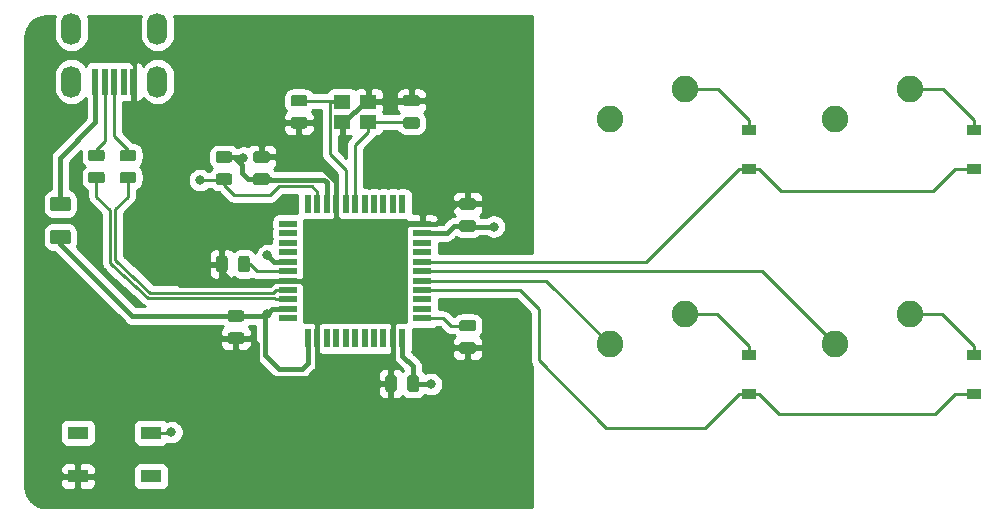
<source format=gbr>
G04 #@! TF.GenerationSoftware,KiCad,Pcbnew,(5.1.5)-3*
G04 #@! TF.CreationDate,2019-12-18T23:42:08-07:00*
G04 #@! TF.ProjectId,MiniV1,4d696e69-5631-42e6-9b69-6361645f7063,rev?*
G04 #@! TF.SameCoordinates,Original*
G04 #@! TF.FileFunction,Copper,L2,Bot*
G04 #@! TF.FilePolarity,Positive*
%FSLAX46Y46*%
G04 Gerber Fmt 4.6, Leading zero omitted, Abs format (unit mm)*
G04 Created by KiCad (PCBNEW (5.1.5)-3) date 2019-12-18 23:42:08*
%MOMM*%
%LPD*%
G04 APERTURE LIST*
%ADD10O,1.700000X2.700000*%
%ADD11R,0.500000X2.250000*%
%ADD12R,1.400000X1.200000*%
%ADD13R,0.550000X1.500000*%
%ADD14R,1.500000X0.550000*%
%ADD15R,1.800000X1.100000*%
%ADD16C,0.020000*%
%ADD17C,2.250000*%
%ADD18R,1.200000X0.900000*%
%ADD19C,0.800000*%
%ADD20C,0.381000*%
%ADD21C,0.254000*%
G04 APERTURE END LIST*
D10*
X79154000Y-54864000D03*
X86454000Y-54864000D03*
X86454000Y-59364000D03*
X79154000Y-59364000D03*
D11*
X81204000Y-59364000D03*
X82004000Y-59364000D03*
X82804000Y-59364000D03*
X83604000Y-59364000D03*
X84404000Y-59364000D03*
D12*
X104287500Y-61062500D03*
X102087500Y-61062500D03*
X102087500Y-62762500D03*
X104287500Y-62762500D03*
D13*
X99187500Y-81106250D03*
X99987500Y-81106250D03*
X100787500Y-81106250D03*
X101587500Y-81106250D03*
X102387500Y-81106250D03*
X103187500Y-81106250D03*
X103987500Y-81106250D03*
X104787500Y-81106250D03*
X105587500Y-81106250D03*
X106387500Y-81106250D03*
X107187500Y-81106250D03*
D14*
X108887500Y-79406250D03*
X108887500Y-78606250D03*
X108887500Y-77806250D03*
X108887500Y-77006250D03*
X108887500Y-76206250D03*
X108887500Y-75406250D03*
X108887500Y-74606250D03*
X108887500Y-73806250D03*
X108887500Y-73006250D03*
X108887500Y-72206250D03*
X108887500Y-71406250D03*
D13*
X107187500Y-69706250D03*
X106387500Y-69706250D03*
X105587500Y-69706250D03*
X104787500Y-69706250D03*
X103987500Y-69706250D03*
X103187500Y-69706250D03*
X102387500Y-69706250D03*
X101587500Y-69706250D03*
X100787500Y-69706250D03*
X99987500Y-69706250D03*
X99187500Y-69706250D03*
D14*
X97487500Y-71406250D03*
X97487500Y-72206250D03*
X97487500Y-73006250D03*
X97487500Y-73806250D03*
X97487500Y-74606250D03*
X97487500Y-75406250D03*
X97487500Y-76206250D03*
X97487500Y-77006250D03*
X97487500Y-77806250D03*
X97487500Y-78606250D03*
X97487500Y-79406250D03*
D15*
X79704000Y-92782000D03*
X85904000Y-89082000D03*
X79704000Y-89082000D03*
X85904000Y-92782000D03*
G04 #@! TA.AperFunction,SMDPad,CuDef*
D16*
G36*
X113192642Y-79538674D02*
G01*
X113216303Y-79542184D01*
X113239507Y-79547996D01*
X113262029Y-79556054D01*
X113283653Y-79566282D01*
X113304170Y-79578579D01*
X113323383Y-79592829D01*
X113341107Y-79608893D01*
X113357171Y-79626617D01*
X113371421Y-79645830D01*
X113383718Y-79666347D01*
X113393946Y-79687971D01*
X113402004Y-79710493D01*
X113407816Y-79733697D01*
X113411326Y-79757358D01*
X113412500Y-79781250D01*
X113412500Y-80268750D01*
X113411326Y-80292642D01*
X113407816Y-80316303D01*
X113402004Y-80339507D01*
X113393946Y-80362029D01*
X113383718Y-80383653D01*
X113371421Y-80404170D01*
X113357171Y-80423383D01*
X113341107Y-80441107D01*
X113323383Y-80457171D01*
X113304170Y-80471421D01*
X113283653Y-80483718D01*
X113262029Y-80493946D01*
X113239507Y-80502004D01*
X113216303Y-80507816D01*
X113192642Y-80511326D01*
X113168750Y-80512500D01*
X112256250Y-80512500D01*
X112232358Y-80511326D01*
X112208697Y-80507816D01*
X112185493Y-80502004D01*
X112162971Y-80493946D01*
X112141347Y-80483718D01*
X112120830Y-80471421D01*
X112101617Y-80457171D01*
X112083893Y-80441107D01*
X112067829Y-80423383D01*
X112053579Y-80404170D01*
X112041282Y-80383653D01*
X112031054Y-80362029D01*
X112022996Y-80339507D01*
X112017184Y-80316303D01*
X112013674Y-80292642D01*
X112012500Y-80268750D01*
X112012500Y-79781250D01*
X112013674Y-79757358D01*
X112017184Y-79733697D01*
X112022996Y-79710493D01*
X112031054Y-79687971D01*
X112041282Y-79666347D01*
X112053579Y-79645830D01*
X112067829Y-79626617D01*
X112083893Y-79608893D01*
X112101617Y-79592829D01*
X112120830Y-79578579D01*
X112141347Y-79566282D01*
X112162971Y-79556054D01*
X112185493Y-79547996D01*
X112208697Y-79542184D01*
X112232358Y-79538674D01*
X112256250Y-79537500D01*
X113168750Y-79537500D01*
X113192642Y-79538674D01*
G37*
G04 #@! TD.AperFunction*
G04 #@! TA.AperFunction,SMDPad,CuDef*
G36*
X113192642Y-81413674D02*
G01*
X113216303Y-81417184D01*
X113239507Y-81422996D01*
X113262029Y-81431054D01*
X113283653Y-81441282D01*
X113304170Y-81453579D01*
X113323383Y-81467829D01*
X113341107Y-81483893D01*
X113357171Y-81501617D01*
X113371421Y-81520830D01*
X113383718Y-81541347D01*
X113393946Y-81562971D01*
X113402004Y-81585493D01*
X113407816Y-81608697D01*
X113411326Y-81632358D01*
X113412500Y-81656250D01*
X113412500Y-82143750D01*
X113411326Y-82167642D01*
X113407816Y-82191303D01*
X113402004Y-82214507D01*
X113393946Y-82237029D01*
X113383718Y-82258653D01*
X113371421Y-82279170D01*
X113357171Y-82298383D01*
X113341107Y-82316107D01*
X113323383Y-82332171D01*
X113304170Y-82346421D01*
X113283653Y-82358718D01*
X113262029Y-82368946D01*
X113239507Y-82377004D01*
X113216303Y-82382816D01*
X113192642Y-82386326D01*
X113168750Y-82387500D01*
X112256250Y-82387500D01*
X112232358Y-82386326D01*
X112208697Y-82382816D01*
X112185493Y-82377004D01*
X112162971Y-82368946D01*
X112141347Y-82358718D01*
X112120830Y-82346421D01*
X112101617Y-82332171D01*
X112083893Y-82316107D01*
X112067829Y-82298383D01*
X112053579Y-82279170D01*
X112041282Y-82258653D01*
X112031054Y-82237029D01*
X112022996Y-82214507D01*
X112017184Y-82191303D01*
X112013674Y-82167642D01*
X112012500Y-82143750D01*
X112012500Y-81656250D01*
X112013674Y-81632358D01*
X112017184Y-81608697D01*
X112022996Y-81585493D01*
X112031054Y-81562971D01*
X112041282Y-81541347D01*
X112053579Y-81520830D01*
X112067829Y-81501617D01*
X112083893Y-81483893D01*
X112101617Y-81467829D01*
X112120830Y-81453579D01*
X112141347Y-81441282D01*
X112162971Y-81431054D01*
X112185493Y-81422996D01*
X112208697Y-81417184D01*
X112232358Y-81413674D01*
X112256250Y-81412500D01*
X113168750Y-81412500D01*
X113192642Y-81413674D01*
G37*
G04 #@! TD.AperFunction*
G04 #@! TA.AperFunction,SMDPad,CuDef*
G36*
X81760142Y-65124174D02*
G01*
X81783803Y-65127684D01*
X81807007Y-65133496D01*
X81829529Y-65141554D01*
X81851153Y-65151782D01*
X81871670Y-65164079D01*
X81890883Y-65178329D01*
X81908607Y-65194393D01*
X81924671Y-65212117D01*
X81938921Y-65231330D01*
X81951218Y-65251847D01*
X81961446Y-65273471D01*
X81969504Y-65295993D01*
X81975316Y-65319197D01*
X81978826Y-65342858D01*
X81980000Y-65366750D01*
X81980000Y-65854250D01*
X81978826Y-65878142D01*
X81975316Y-65901803D01*
X81969504Y-65925007D01*
X81961446Y-65947529D01*
X81951218Y-65969153D01*
X81938921Y-65989670D01*
X81924671Y-66008883D01*
X81908607Y-66026607D01*
X81890883Y-66042671D01*
X81871670Y-66056921D01*
X81851153Y-66069218D01*
X81829529Y-66079446D01*
X81807007Y-66087504D01*
X81783803Y-66093316D01*
X81760142Y-66096826D01*
X81736250Y-66098000D01*
X80823750Y-66098000D01*
X80799858Y-66096826D01*
X80776197Y-66093316D01*
X80752993Y-66087504D01*
X80730471Y-66079446D01*
X80708847Y-66069218D01*
X80688330Y-66056921D01*
X80669117Y-66042671D01*
X80651393Y-66026607D01*
X80635329Y-66008883D01*
X80621079Y-65989670D01*
X80608782Y-65969153D01*
X80598554Y-65947529D01*
X80590496Y-65925007D01*
X80584684Y-65901803D01*
X80581174Y-65878142D01*
X80580000Y-65854250D01*
X80580000Y-65366750D01*
X80581174Y-65342858D01*
X80584684Y-65319197D01*
X80590496Y-65295993D01*
X80598554Y-65273471D01*
X80608782Y-65251847D01*
X80621079Y-65231330D01*
X80635329Y-65212117D01*
X80651393Y-65194393D01*
X80669117Y-65178329D01*
X80688330Y-65164079D01*
X80708847Y-65151782D01*
X80730471Y-65141554D01*
X80752993Y-65133496D01*
X80776197Y-65127684D01*
X80799858Y-65124174D01*
X80823750Y-65123000D01*
X81736250Y-65123000D01*
X81760142Y-65124174D01*
G37*
G04 #@! TD.AperFunction*
G04 #@! TA.AperFunction,SMDPad,CuDef*
G36*
X81760142Y-66999174D02*
G01*
X81783803Y-67002684D01*
X81807007Y-67008496D01*
X81829529Y-67016554D01*
X81851153Y-67026782D01*
X81871670Y-67039079D01*
X81890883Y-67053329D01*
X81908607Y-67069393D01*
X81924671Y-67087117D01*
X81938921Y-67106330D01*
X81951218Y-67126847D01*
X81961446Y-67148471D01*
X81969504Y-67170993D01*
X81975316Y-67194197D01*
X81978826Y-67217858D01*
X81980000Y-67241750D01*
X81980000Y-67729250D01*
X81978826Y-67753142D01*
X81975316Y-67776803D01*
X81969504Y-67800007D01*
X81961446Y-67822529D01*
X81951218Y-67844153D01*
X81938921Y-67864670D01*
X81924671Y-67883883D01*
X81908607Y-67901607D01*
X81890883Y-67917671D01*
X81871670Y-67931921D01*
X81851153Y-67944218D01*
X81829529Y-67954446D01*
X81807007Y-67962504D01*
X81783803Y-67968316D01*
X81760142Y-67971826D01*
X81736250Y-67973000D01*
X80823750Y-67973000D01*
X80799858Y-67971826D01*
X80776197Y-67968316D01*
X80752993Y-67962504D01*
X80730471Y-67954446D01*
X80708847Y-67944218D01*
X80688330Y-67931921D01*
X80669117Y-67917671D01*
X80651393Y-67901607D01*
X80635329Y-67883883D01*
X80621079Y-67864670D01*
X80608782Y-67844153D01*
X80598554Y-67822529D01*
X80590496Y-67800007D01*
X80584684Y-67776803D01*
X80581174Y-67753142D01*
X80580000Y-67729250D01*
X80580000Y-67241750D01*
X80581174Y-67217858D01*
X80584684Y-67194197D01*
X80590496Y-67170993D01*
X80598554Y-67148471D01*
X80608782Y-67126847D01*
X80621079Y-67106330D01*
X80635329Y-67087117D01*
X80651393Y-67069393D01*
X80669117Y-67053329D01*
X80688330Y-67039079D01*
X80708847Y-67026782D01*
X80730471Y-67016554D01*
X80752993Y-67008496D01*
X80776197Y-67002684D01*
X80799858Y-66999174D01*
X80823750Y-66998000D01*
X81736250Y-66998000D01*
X81760142Y-66999174D01*
G37*
G04 #@! TD.AperFunction*
G04 #@! TA.AperFunction,SMDPad,CuDef*
G36*
X84427142Y-65124174D02*
G01*
X84450803Y-65127684D01*
X84474007Y-65133496D01*
X84496529Y-65141554D01*
X84518153Y-65151782D01*
X84538670Y-65164079D01*
X84557883Y-65178329D01*
X84575607Y-65194393D01*
X84591671Y-65212117D01*
X84605921Y-65231330D01*
X84618218Y-65251847D01*
X84628446Y-65273471D01*
X84636504Y-65295993D01*
X84642316Y-65319197D01*
X84645826Y-65342858D01*
X84647000Y-65366750D01*
X84647000Y-65854250D01*
X84645826Y-65878142D01*
X84642316Y-65901803D01*
X84636504Y-65925007D01*
X84628446Y-65947529D01*
X84618218Y-65969153D01*
X84605921Y-65989670D01*
X84591671Y-66008883D01*
X84575607Y-66026607D01*
X84557883Y-66042671D01*
X84538670Y-66056921D01*
X84518153Y-66069218D01*
X84496529Y-66079446D01*
X84474007Y-66087504D01*
X84450803Y-66093316D01*
X84427142Y-66096826D01*
X84403250Y-66098000D01*
X83490750Y-66098000D01*
X83466858Y-66096826D01*
X83443197Y-66093316D01*
X83419993Y-66087504D01*
X83397471Y-66079446D01*
X83375847Y-66069218D01*
X83355330Y-66056921D01*
X83336117Y-66042671D01*
X83318393Y-66026607D01*
X83302329Y-66008883D01*
X83288079Y-65989670D01*
X83275782Y-65969153D01*
X83265554Y-65947529D01*
X83257496Y-65925007D01*
X83251684Y-65901803D01*
X83248174Y-65878142D01*
X83247000Y-65854250D01*
X83247000Y-65366750D01*
X83248174Y-65342858D01*
X83251684Y-65319197D01*
X83257496Y-65295993D01*
X83265554Y-65273471D01*
X83275782Y-65251847D01*
X83288079Y-65231330D01*
X83302329Y-65212117D01*
X83318393Y-65194393D01*
X83336117Y-65178329D01*
X83355330Y-65164079D01*
X83375847Y-65151782D01*
X83397471Y-65141554D01*
X83419993Y-65133496D01*
X83443197Y-65127684D01*
X83466858Y-65124174D01*
X83490750Y-65123000D01*
X84403250Y-65123000D01*
X84427142Y-65124174D01*
G37*
G04 #@! TD.AperFunction*
G04 #@! TA.AperFunction,SMDPad,CuDef*
G36*
X84427142Y-66999174D02*
G01*
X84450803Y-67002684D01*
X84474007Y-67008496D01*
X84496529Y-67016554D01*
X84518153Y-67026782D01*
X84538670Y-67039079D01*
X84557883Y-67053329D01*
X84575607Y-67069393D01*
X84591671Y-67087117D01*
X84605921Y-67106330D01*
X84618218Y-67126847D01*
X84628446Y-67148471D01*
X84636504Y-67170993D01*
X84642316Y-67194197D01*
X84645826Y-67217858D01*
X84647000Y-67241750D01*
X84647000Y-67729250D01*
X84645826Y-67753142D01*
X84642316Y-67776803D01*
X84636504Y-67800007D01*
X84628446Y-67822529D01*
X84618218Y-67844153D01*
X84605921Y-67864670D01*
X84591671Y-67883883D01*
X84575607Y-67901607D01*
X84557883Y-67917671D01*
X84538670Y-67931921D01*
X84518153Y-67944218D01*
X84496529Y-67954446D01*
X84474007Y-67962504D01*
X84450803Y-67968316D01*
X84427142Y-67971826D01*
X84403250Y-67973000D01*
X83490750Y-67973000D01*
X83466858Y-67971826D01*
X83443197Y-67968316D01*
X83419993Y-67962504D01*
X83397471Y-67954446D01*
X83375847Y-67944218D01*
X83355330Y-67931921D01*
X83336117Y-67917671D01*
X83318393Y-67901607D01*
X83302329Y-67883883D01*
X83288079Y-67864670D01*
X83275782Y-67844153D01*
X83265554Y-67822529D01*
X83257496Y-67800007D01*
X83251684Y-67776803D01*
X83248174Y-67753142D01*
X83247000Y-67729250D01*
X83247000Y-67241750D01*
X83248174Y-67217858D01*
X83251684Y-67194197D01*
X83257496Y-67170993D01*
X83265554Y-67148471D01*
X83275782Y-67126847D01*
X83288079Y-67106330D01*
X83302329Y-67087117D01*
X83318393Y-67069393D01*
X83336117Y-67053329D01*
X83355330Y-67039079D01*
X83375847Y-67026782D01*
X83397471Y-67016554D01*
X83419993Y-67008496D01*
X83443197Y-67002684D01*
X83466858Y-66999174D01*
X83490750Y-66998000D01*
X84403250Y-66998000D01*
X84427142Y-66999174D01*
G37*
G04 #@! TD.AperFunction*
G04 #@! TA.AperFunction,SMDPad,CuDef*
G36*
X92555142Y-67126174D02*
G01*
X92578803Y-67129684D01*
X92602007Y-67135496D01*
X92624529Y-67143554D01*
X92646153Y-67153782D01*
X92666670Y-67166079D01*
X92685883Y-67180329D01*
X92703607Y-67196393D01*
X92719671Y-67214117D01*
X92733921Y-67233330D01*
X92746218Y-67253847D01*
X92756446Y-67275471D01*
X92764504Y-67297993D01*
X92770316Y-67321197D01*
X92773826Y-67344858D01*
X92775000Y-67368750D01*
X92775000Y-67856250D01*
X92773826Y-67880142D01*
X92770316Y-67903803D01*
X92764504Y-67927007D01*
X92756446Y-67949529D01*
X92746218Y-67971153D01*
X92733921Y-67991670D01*
X92719671Y-68010883D01*
X92703607Y-68028607D01*
X92685883Y-68044671D01*
X92666670Y-68058921D01*
X92646153Y-68071218D01*
X92624529Y-68081446D01*
X92602007Y-68089504D01*
X92578803Y-68095316D01*
X92555142Y-68098826D01*
X92531250Y-68100000D01*
X91618750Y-68100000D01*
X91594858Y-68098826D01*
X91571197Y-68095316D01*
X91547993Y-68089504D01*
X91525471Y-68081446D01*
X91503847Y-68071218D01*
X91483330Y-68058921D01*
X91464117Y-68044671D01*
X91446393Y-68028607D01*
X91430329Y-68010883D01*
X91416079Y-67991670D01*
X91403782Y-67971153D01*
X91393554Y-67949529D01*
X91385496Y-67927007D01*
X91379684Y-67903803D01*
X91376174Y-67880142D01*
X91375000Y-67856250D01*
X91375000Y-67368750D01*
X91376174Y-67344858D01*
X91379684Y-67321197D01*
X91385496Y-67297993D01*
X91393554Y-67275471D01*
X91403782Y-67253847D01*
X91416079Y-67233330D01*
X91430329Y-67214117D01*
X91446393Y-67196393D01*
X91464117Y-67180329D01*
X91483330Y-67166079D01*
X91503847Y-67153782D01*
X91525471Y-67143554D01*
X91547993Y-67135496D01*
X91571197Y-67129684D01*
X91594858Y-67126174D01*
X91618750Y-67125000D01*
X92531250Y-67125000D01*
X92555142Y-67126174D01*
G37*
G04 #@! TD.AperFunction*
G04 #@! TA.AperFunction,SMDPad,CuDef*
G36*
X92555142Y-65251174D02*
G01*
X92578803Y-65254684D01*
X92602007Y-65260496D01*
X92624529Y-65268554D01*
X92646153Y-65278782D01*
X92666670Y-65291079D01*
X92685883Y-65305329D01*
X92703607Y-65321393D01*
X92719671Y-65339117D01*
X92733921Y-65358330D01*
X92746218Y-65378847D01*
X92756446Y-65400471D01*
X92764504Y-65422993D01*
X92770316Y-65446197D01*
X92773826Y-65469858D01*
X92775000Y-65493750D01*
X92775000Y-65981250D01*
X92773826Y-66005142D01*
X92770316Y-66028803D01*
X92764504Y-66052007D01*
X92756446Y-66074529D01*
X92746218Y-66096153D01*
X92733921Y-66116670D01*
X92719671Y-66135883D01*
X92703607Y-66153607D01*
X92685883Y-66169671D01*
X92666670Y-66183921D01*
X92646153Y-66196218D01*
X92624529Y-66206446D01*
X92602007Y-66214504D01*
X92578803Y-66220316D01*
X92555142Y-66223826D01*
X92531250Y-66225000D01*
X91618750Y-66225000D01*
X91594858Y-66223826D01*
X91571197Y-66220316D01*
X91547993Y-66214504D01*
X91525471Y-66206446D01*
X91503847Y-66196218D01*
X91483330Y-66183921D01*
X91464117Y-66169671D01*
X91446393Y-66153607D01*
X91430329Y-66135883D01*
X91416079Y-66116670D01*
X91403782Y-66096153D01*
X91393554Y-66074529D01*
X91385496Y-66052007D01*
X91379684Y-66028803D01*
X91376174Y-66005142D01*
X91375000Y-65981250D01*
X91375000Y-65493750D01*
X91376174Y-65469858D01*
X91379684Y-65446197D01*
X91385496Y-65422993D01*
X91393554Y-65400471D01*
X91403782Y-65378847D01*
X91416079Y-65358330D01*
X91430329Y-65339117D01*
X91446393Y-65321393D01*
X91464117Y-65305329D01*
X91483330Y-65291079D01*
X91503847Y-65278782D01*
X91525471Y-65268554D01*
X91547993Y-65260496D01*
X91571197Y-65254684D01*
X91594858Y-65251174D01*
X91618750Y-65250000D01*
X92531250Y-65250000D01*
X92555142Y-65251174D01*
G37*
G04 #@! TD.AperFunction*
D17*
X143827500Y-81597500D03*
X150177500Y-79057500D03*
X124777500Y-81597500D03*
X131127500Y-79057500D03*
X143827500Y-62547500D03*
X150177500Y-60007500D03*
X124777500Y-62547500D03*
X131127500Y-60007500D03*
G04 #@! TA.AperFunction,SMDPad,CuDef*
D16*
G36*
X78881504Y-69096204D02*
G01*
X78905773Y-69099804D01*
X78929571Y-69105765D01*
X78952671Y-69114030D01*
X78974849Y-69124520D01*
X78995893Y-69137133D01*
X79015598Y-69151747D01*
X79033777Y-69168223D01*
X79050253Y-69186402D01*
X79064867Y-69206107D01*
X79077480Y-69227151D01*
X79087970Y-69249329D01*
X79096235Y-69272429D01*
X79102196Y-69296227D01*
X79105796Y-69320496D01*
X79107000Y-69345000D01*
X79107000Y-70095000D01*
X79105796Y-70119504D01*
X79102196Y-70143773D01*
X79096235Y-70167571D01*
X79087970Y-70190671D01*
X79077480Y-70212849D01*
X79064867Y-70233893D01*
X79050253Y-70253598D01*
X79033777Y-70271777D01*
X79015598Y-70288253D01*
X78995893Y-70302867D01*
X78974849Y-70315480D01*
X78952671Y-70325970D01*
X78929571Y-70334235D01*
X78905773Y-70340196D01*
X78881504Y-70343796D01*
X78857000Y-70345000D01*
X77607000Y-70345000D01*
X77582496Y-70343796D01*
X77558227Y-70340196D01*
X77534429Y-70334235D01*
X77511329Y-70325970D01*
X77489151Y-70315480D01*
X77468107Y-70302867D01*
X77448402Y-70288253D01*
X77430223Y-70271777D01*
X77413747Y-70253598D01*
X77399133Y-70233893D01*
X77386520Y-70212849D01*
X77376030Y-70190671D01*
X77367765Y-70167571D01*
X77361804Y-70143773D01*
X77358204Y-70119504D01*
X77357000Y-70095000D01*
X77357000Y-69345000D01*
X77358204Y-69320496D01*
X77361804Y-69296227D01*
X77367765Y-69272429D01*
X77376030Y-69249329D01*
X77386520Y-69227151D01*
X77399133Y-69206107D01*
X77413747Y-69186402D01*
X77430223Y-69168223D01*
X77448402Y-69151747D01*
X77468107Y-69137133D01*
X77489151Y-69124520D01*
X77511329Y-69114030D01*
X77534429Y-69105765D01*
X77558227Y-69099804D01*
X77582496Y-69096204D01*
X77607000Y-69095000D01*
X78857000Y-69095000D01*
X78881504Y-69096204D01*
G37*
G04 #@! TD.AperFunction*
G04 #@! TA.AperFunction,SMDPad,CuDef*
G36*
X78881504Y-71896204D02*
G01*
X78905773Y-71899804D01*
X78929571Y-71905765D01*
X78952671Y-71914030D01*
X78974849Y-71924520D01*
X78995893Y-71937133D01*
X79015598Y-71951747D01*
X79033777Y-71968223D01*
X79050253Y-71986402D01*
X79064867Y-72006107D01*
X79077480Y-72027151D01*
X79087970Y-72049329D01*
X79096235Y-72072429D01*
X79102196Y-72096227D01*
X79105796Y-72120496D01*
X79107000Y-72145000D01*
X79107000Y-72895000D01*
X79105796Y-72919504D01*
X79102196Y-72943773D01*
X79096235Y-72967571D01*
X79087970Y-72990671D01*
X79077480Y-73012849D01*
X79064867Y-73033893D01*
X79050253Y-73053598D01*
X79033777Y-73071777D01*
X79015598Y-73088253D01*
X78995893Y-73102867D01*
X78974849Y-73115480D01*
X78952671Y-73125970D01*
X78929571Y-73134235D01*
X78905773Y-73140196D01*
X78881504Y-73143796D01*
X78857000Y-73145000D01*
X77607000Y-73145000D01*
X77582496Y-73143796D01*
X77558227Y-73140196D01*
X77534429Y-73134235D01*
X77511329Y-73125970D01*
X77489151Y-73115480D01*
X77468107Y-73102867D01*
X77448402Y-73088253D01*
X77430223Y-73071777D01*
X77413747Y-73053598D01*
X77399133Y-73033893D01*
X77386520Y-73012849D01*
X77376030Y-72990671D01*
X77367765Y-72967571D01*
X77361804Y-72943773D01*
X77358204Y-72919504D01*
X77357000Y-72895000D01*
X77357000Y-72145000D01*
X77358204Y-72120496D01*
X77361804Y-72096227D01*
X77367765Y-72072429D01*
X77376030Y-72049329D01*
X77386520Y-72027151D01*
X77399133Y-72006107D01*
X77413747Y-71986402D01*
X77430223Y-71968223D01*
X77448402Y-71951747D01*
X77468107Y-71937133D01*
X77489151Y-71924520D01*
X77511329Y-71914030D01*
X77534429Y-71905765D01*
X77558227Y-71899804D01*
X77582496Y-71896204D01*
X77607000Y-71895000D01*
X78857000Y-71895000D01*
X78881504Y-71896204D01*
G37*
G04 #@! TD.AperFunction*
D18*
X155575000Y-82487500D03*
X155575000Y-85787500D03*
X136525000Y-82487500D03*
X136525000Y-85787500D03*
X155575000Y-63437500D03*
X155575000Y-66737500D03*
X136525000Y-63437500D03*
X136525000Y-66737500D03*
G04 #@! TA.AperFunction,SMDPad,CuDef*
D16*
G36*
X93571142Y-78713174D02*
G01*
X93594803Y-78716684D01*
X93618007Y-78722496D01*
X93640529Y-78730554D01*
X93662153Y-78740782D01*
X93682670Y-78753079D01*
X93701883Y-78767329D01*
X93719607Y-78783393D01*
X93735671Y-78801117D01*
X93749921Y-78820330D01*
X93762218Y-78840847D01*
X93772446Y-78862471D01*
X93780504Y-78884993D01*
X93786316Y-78908197D01*
X93789826Y-78931858D01*
X93791000Y-78955750D01*
X93791000Y-79443250D01*
X93789826Y-79467142D01*
X93786316Y-79490803D01*
X93780504Y-79514007D01*
X93772446Y-79536529D01*
X93762218Y-79558153D01*
X93749921Y-79578670D01*
X93735671Y-79597883D01*
X93719607Y-79615607D01*
X93701883Y-79631671D01*
X93682670Y-79645921D01*
X93662153Y-79658218D01*
X93640529Y-79668446D01*
X93618007Y-79676504D01*
X93594803Y-79682316D01*
X93571142Y-79685826D01*
X93547250Y-79687000D01*
X92634750Y-79687000D01*
X92610858Y-79685826D01*
X92587197Y-79682316D01*
X92563993Y-79676504D01*
X92541471Y-79668446D01*
X92519847Y-79658218D01*
X92499330Y-79645921D01*
X92480117Y-79631671D01*
X92462393Y-79615607D01*
X92446329Y-79597883D01*
X92432079Y-79578670D01*
X92419782Y-79558153D01*
X92409554Y-79536529D01*
X92401496Y-79514007D01*
X92395684Y-79490803D01*
X92392174Y-79467142D01*
X92391000Y-79443250D01*
X92391000Y-78955750D01*
X92392174Y-78931858D01*
X92395684Y-78908197D01*
X92401496Y-78884993D01*
X92409554Y-78862471D01*
X92419782Y-78840847D01*
X92432079Y-78820330D01*
X92446329Y-78801117D01*
X92462393Y-78783393D01*
X92480117Y-78767329D01*
X92499330Y-78753079D01*
X92519847Y-78740782D01*
X92541471Y-78730554D01*
X92563993Y-78722496D01*
X92587197Y-78716684D01*
X92610858Y-78713174D01*
X92634750Y-78712000D01*
X93547250Y-78712000D01*
X93571142Y-78713174D01*
G37*
G04 #@! TD.AperFunction*
G04 #@! TA.AperFunction,SMDPad,CuDef*
G36*
X93571142Y-80588174D02*
G01*
X93594803Y-80591684D01*
X93618007Y-80597496D01*
X93640529Y-80605554D01*
X93662153Y-80615782D01*
X93682670Y-80628079D01*
X93701883Y-80642329D01*
X93719607Y-80658393D01*
X93735671Y-80676117D01*
X93749921Y-80695330D01*
X93762218Y-80715847D01*
X93772446Y-80737471D01*
X93780504Y-80759993D01*
X93786316Y-80783197D01*
X93789826Y-80806858D01*
X93791000Y-80830750D01*
X93791000Y-81318250D01*
X93789826Y-81342142D01*
X93786316Y-81365803D01*
X93780504Y-81389007D01*
X93772446Y-81411529D01*
X93762218Y-81433153D01*
X93749921Y-81453670D01*
X93735671Y-81472883D01*
X93719607Y-81490607D01*
X93701883Y-81506671D01*
X93682670Y-81520921D01*
X93662153Y-81533218D01*
X93640529Y-81543446D01*
X93618007Y-81551504D01*
X93594803Y-81557316D01*
X93571142Y-81560826D01*
X93547250Y-81562000D01*
X92634750Y-81562000D01*
X92610858Y-81560826D01*
X92587197Y-81557316D01*
X92563993Y-81551504D01*
X92541471Y-81543446D01*
X92519847Y-81533218D01*
X92499330Y-81520921D01*
X92480117Y-81506671D01*
X92462393Y-81490607D01*
X92446329Y-81472883D01*
X92432079Y-81453670D01*
X92419782Y-81433153D01*
X92409554Y-81411529D01*
X92401496Y-81389007D01*
X92395684Y-81365803D01*
X92392174Y-81342142D01*
X92391000Y-81318250D01*
X92391000Y-80830750D01*
X92392174Y-80806858D01*
X92395684Y-80783197D01*
X92401496Y-80759993D01*
X92409554Y-80737471D01*
X92419782Y-80715847D01*
X92432079Y-80695330D01*
X92446329Y-80676117D01*
X92462393Y-80658393D01*
X92480117Y-80642329D01*
X92499330Y-80628079D01*
X92519847Y-80615782D01*
X92541471Y-80605554D01*
X92563993Y-80597496D01*
X92587197Y-80591684D01*
X92610858Y-80588174D01*
X92634750Y-80587000D01*
X93547250Y-80587000D01*
X93571142Y-80588174D01*
G37*
G04 #@! TD.AperFunction*
G04 #@! TA.AperFunction,SMDPad,CuDef*
G36*
X108361392Y-84232424D02*
G01*
X108385053Y-84235934D01*
X108408257Y-84241746D01*
X108430779Y-84249804D01*
X108452403Y-84260032D01*
X108472920Y-84272329D01*
X108492133Y-84286579D01*
X108509857Y-84302643D01*
X108525921Y-84320367D01*
X108540171Y-84339580D01*
X108552468Y-84360097D01*
X108562696Y-84381721D01*
X108570754Y-84404243D01*
X108576566Y-84427447D01*
X108580076Y-84451108D01*
X108581250Y-84475000D01*
X108581250Y-85387500D01*
X108580076Y-85411392D01*
X108576566Y-85435053D01*
X108570754Y-85458257D01*
X108562696Y-85480779D01*
X108552468Y-85502403D01*
X108540171Y-85522920D01*
X108525921Y-85542133D01*
X108509857Y-85559857D01*
X108492133Y-85575921D01*
X108472920Y-85590171D01*
X108452403Y-85602468D01*
X108430779Y-85612696D01*
X108408257Y-85620754D01*
X108385053Y-85626566D01*
X108361392Y-85630076D01*
X108337500Y-85631250D01*
X107850000Y-85631250D01*
X107826108Y-85630076D01*
X107802447Y-85626566D01*
X107779243Y-85620754D01*
X107756721Y-85612696D01*
X107735097Y-85602468D01*
X107714580Y-85590171D01*
X107695367Y-85575921D01*
X107677643Y-85559857D01*
X107661579Y-85542133D01*
X107647329Y-85522920D01*
X107635032Y-85502403D01*
X107624804Y-85480779D01*
X107616746Y-85458257D01*
X107610934Y-85435053D01*
X107607424Y-85411392D01*
X107606250Y-85387500D01*
X107606250Y-84475000D01*
X107607424Y-84451108D01*
X107610934Y-84427447D01*
X107616746Y-84404243D01*
X107624804Y-84381721D01*
X107635032Y-84360097D01*
X107647329Y-84339580D01*
X107661579Y-84320367D01*
X107677643Y-84302643D01*
X107695367Y-84286579D01*
X107714580Y-84272329D01*
X107735097Y-84260032D01*
X107756721Y-84249804D01*
X107779243Y-84241746D01*
X107802447Y-84235934D01*
X107826108Y-84232424D01*
X107850000Y-84231250D01*
X108337500Y-84231250D01*
X108361392Y-84232424D01*
G37*
G04 #@! TD.AperFunction*
G04 #@! TA.AperFunction,SMDPad,CuDef*
G36*
X106486392Y-84232424D02*
G01*
X106510053Y-84235934D01*
X106533257Y-84241746D01*
X106555779Y-84249804D01*
X106577403Y-84260032D01*
X106597920Y-84272329D01*
X106617133Y-84286579D01*
X106634857Y-84302643D01*
X106650921Y-84320367D01*
X106665171Y-84339580D01*
X106677468Y-84360097D01*
X106687696Y-84381721D01*
X106695754Y-84404243D01*
X106701566Y-84427447D01*
X106705076Y-84451108D01*
X106706250Y-84475000D01*
X106706250Y-85387500D01*
X106705076Y-85411392D01*
X106701566Y-85435053D01*
X106695754Y-85458257D01*
X106687696Y-85480779D01*
X106677468Y-85502403D01*
X106665171Y-85522920D01*
X106650921Y-85542133D01*
X106634857Y-85559857D01*
X106617133Y-85575921D01*
X106597920Y-85590171D01*
X106577403Y-85602468D01*
X106555779Y-85612696D01*
X106533257Y-85620754D01*
X106510053Y-85626566D01*
X106486392Y-85630076D01*
X106462500Y-85631250D01*
X105975000Y-85631250D01*
X105951108Y-85630076D01*
X105927447Y-85626566D01*
X105904243Y-85620754D01*
X105881721Y-85612696D01*
X105860097Y-85602468D01*
X105839580Y-85590171D01*
X105820367Y-85575921D01*
X105802643Y-85559857D01*
X105786579Y-85542133D01*
X105772329Y-85522920D01*
X105760032Y-85502403D01*
X105749804Y-85480779D01*
X105741746Y-85458257D01*
X105735934Y-85435053D01*
X105732424Y-85411392D01*
X105731250Y-85387500D01*
X105731250Y-84475000D01*
X105732424Y-84451108D01*
X105735934Y-84427447D01*
X105741746Y-84404243D01*
X105749804Y-84381721D01*
X105760032Y-84360097D01*
X105772329Y-84339580D01*
X105786579Y-84320367D01*
X105802643Y-84302643D01*
X105820367Y-84286579D01*
X105839580Y-84272329D01*
X105860097Y-84260032D01*
X105881721Y-84249804D01*
X105904243Y-84241746D01*
X105927447Y-84235934D01*
X105951108Y-84232424D01*
X105975000Y-84231250D01*
X106462500Y-84231250D01*
X106486392Y-84232424D01*
G37*
G04 #@! TD.AperFunction*
G04 #@! TA.AperFunction,SMDPad,CuDef*
G36*
X113192642Y-71094924D02*
G01*
X113216303Y-71098434D01*
X113239507Y-71104246D01*
X113262029Y-71112304D01*
X113283653Y-71122532D01*
X113304170Y-71134829D01*
X113323383Y-71149079D01*
X113341107Y-71165143D01*
X113357171Y-71182867D01*
X113371421Y-71202080D01*
X113383718Y-71222597D01*
X113393946Y-71244221D01*
X113402004Y-71266743D01*
X113407816Y-71289947D01*
X113411326Y-71313608D01*
X113412500Y-71337500D01*
X113412500Y-71825000D01*
X113411326Y-71848892D01*
X113407816Y-71872553D01*
X113402004Y-71895757D01*
X113393946Y-71918279D01*
X113383718Y-71939903D01*
X113371421Y-71960420D01*
X113357171Y-71979633D01*
X113341107Y-71997357D01*
X113323383Y-72013421D01*
X113304170Y-72027671D01*
X113283653Y-72039968D01*
X113262029Y-72050196D01*
X113239507Y-72058254D01*
X113216303Y-72064066D01*
X113192642Y-72067576D01*
X113168750Y-72068750D01*
X112256250Y-72068750D01*
X112232358Y-72067576D01*
X112208697Y-72064066D01*
X112185493Y-72058254D01*
X112162971Y-72050196D01*
X112141347Y-72039968D01*
X112120830Y-72027671D01*
X112101617Y-72013421D01*
X112083893Y-71997357D01*
X112067829Y-71979633D01*
X112053579Y-71960420D01*
X112041282Y-71939903D01*
X112031054Y-71918279D01*
X112022996Y-71895757D01*
X112017184Y-71872553D01*
X112013674Y-71848892D01*
X112012500Y-71825000D01*
X112012500Y-71337500D01*
X112013674Y-71313608D01*
X112017184Y-71289947D01*
X112022996Y-71266743D01*
X112031054Y-71244221D01*
X112041282Y-71222597D01*
X112053579Y-71202080D01*
X112067829Y-71182867D01*
X112083893Y-71165143D01*
X112101617Y-71149079D01*
X112120830Y-71134829D01*
X112141347Y-71122532D01*
X112162971Y-71112304D01*
X112185493Y-71104246D01*
X112208697Y-71098434D01*
X112232358Y-71094924D01*
X112256250Y-71093750D01*
X113168750Y-71093750D01*
X113192642Y-71094924D01*
G37*
G04 #@! TD.AperFunction*
G04 #@! TA.AperFunction,SMDPad,CuDef*
G36*
X113192642Y-69219924D02*
G01*
X113216303Y-69223434D01*
X113239507Y-69229246D01*
X113262029Y-69237304D01*
X113283653Y-69247532D01*
X113304170Y-69259829D01*
X113323383Y-69274079D01*
X113341107Y-69290143D01*
X113357171Y-69307867D01*
X113371421Y-69327080D01*
X113383718Y-69347597D01*
X113393946Y-69369221D01*
X113402004Y-69391743D01*
X113407816Y-69414947D01*
X113411326Y-69438608D01*
X113412500Y-69462500D01*
X113412500Y-69950000D01*
X113411326Y-69973892D01*
X113407816Y-69997553D01*
X113402004Y-70020757D01*
X113393946Y-70043279D01*
X113383718Y-70064903D01*
X113371421Y-70085420D01*
X113357171Y-70104633D01*
X113341107Y-70122357D01*
X113323383Y-70138421D01*
X113304170Y-70152671D01*
X113283653Y-70164968D01*
X113262029Y-70175196D01*
X113239507Y-70183254D01*
X113216303Y-70189066D01*
X113192642Y-70192576D01*
X113168750Y-70193750D01*
X112256250Y-70193750D01*
X112232358Y-70192576D01*
X112208697Y-70189066D01*
X112185493Y-70183254D01*
X112162971Y-70175196D01*
X112141347Y-70164968D01*
X112120830Y-70152671D01*
X112101617Y-70138421D01*
X112083893Y-70122357D01*
X112067829Y-70104633D01*
X112053579Y-70085420D01*
X112041282Y-70064903D01*
X112031054Y-70043279D01*
X112022996Y-70020757D01*
X112017184Y-69997553D01*
X112013674Y-69973892D01*
X112012500Y-69950000D01*
X112012500Y-69462500D01*
X112013674Y-69438608D01*
X112017184Y-69414947D01*
X112022996Y-69391743D01*
X112031054Y-69369221D01*
X112041282Y-69347597D01*
X112053579Y-69327080D01*
X112067829Y-69307867D01*
X112083893Y-69290143D01*
X112101617Y-69274079D01*
X112120830Y-69259829D01*
X112141347Y-69247532D01*
X112162971Y-69237304D01*
X112185493Y-69229246D01*
X112208697Y-69223434D01*
X112232358Y-69219924D01*
X112256250Y-69218750D01*
X113168750Y-69218750D01*
X113192642Y-69219924D01*
G37*
G04 #@! TD.AperFunction*
G04 #@! TA.AperFunction,SMDPad,CuDef*
G36*
X95730142Y-65251174D02*
G01*
X95753803Y-65254684D01*
X95777007Y-65260496D01*
X95799529Y-65268554D01*
X95821153Y-65278782D01*
X95841670Y-65291079D01*
X95860883Y-65305329D01*
X95878607Y-65321393D01*
X95894671Y-65339117D01*
X95908921Y-65358330D01*
X95921218Y-65378847D01*
X95931446Y-65400471D01*
X95939504Y-65422993D01*
X95945316Y-65446197D01*
X95948826Y-65469858D01*
X95950000Y-65493750D01*
X95950000Y-65981250D01*
X95948826Y-66005142D01*
X95945316Y-66028803D01*
X95939504Y-66052007D01*
X95931446Y-66074529D01*
X95921218Y-66096153D01*
X95908921Y-66116670D01*
X95894671Y-66135883D01*
X95878607Y-66153607D01*
X95860883Y-66169671D01*
X95841670Y-66183921D01*
X95821153Y-66196218D01*
X95799529Y-66206446D01*
X95777007Y-66214504D01*
X95753803Y-66220316D01*
X95730142Y-66223826D01*
X95706250Y-66225000D01*
X94793750Y-66225000D01*
X94769858Y-66223826D01*
X94746197Y-66220316D01*
X94722993Y-66214504D01*
X94700471Y-66206446D01*
X94678847Y-66196218D01*
X94658330Y-66183921D01*
X94639117Y-66169671D01*
X94621393Y-66153607D01*
X94605329Y-66135883D01*
X94591079Y-66116670D01*
X94578782Y-66096153D01*
X94568554Y-66074529D01*
X94560496Y-66052007D01*
X94554684Y-66028803D01*
X94551174Y-66005142D01*
X94550000Y-65981250D01*
X94550000Y-65493750D01*
X94551174Y-65469858D01*
X94554684Y-65446197D01*
X94560496Y-65422993D01*
X94568554Y-65400471D01*
X94578782Y-65378847D01*
X94591079Y-65358330D01*
X94605329Y-65339117D01*
X94621393Y-65321393D01*
X94639117Y-65305329D01*
X94658330Y-65291079D01*
X94678847Y-65278782D01*
X94700471Y-65268554D01*
X94722993Y-65260496D01*
X94746197Y-65254684D01*
X94769858Y-65251174D01*
X94793750Y-65250000D01*
X95706250Y-65250000D01*
X95730142Y-65251174D01*
G37*
G04 #@! TD.AperFunction*
G04 #@! TA.AperFunction,SMDPad,CuDef*
G36*
X95730142Y-67126174D02*
G01*
X95753803Y-67129684D01*
X95777007Y-67135496D01*
X95799529Y-67143554D01*
X95821153Y-67153782D01*
X95841670Y-67166079D01*
X95860883Y-67180329D01*
X95878607Y-67196393D01*
X95894671Y-67214117D01*
X95908921Y-67233330D01*
X95921218Y-67253847D01*
X95931446Y-67275471D01*
X95939504Y-67297993D01*
X95945316Y-67321197D01*
X95948826Y-67344858D01*
X95950000Y-67368750D01*
X95950000Y-67856250D01*
X95948826Y-67880142D01*
X95945316Y-67903803D01*
X95939504Y-67927007D01*
X95931446Y-67949529D01*
X95921218Y-67971153D01*
X95908921Y-67991670D01*
X95894671Y-68010883D01*
X95878607Y-68028607D01*
X95860883Y-68044671D01*
X95841670Y-68058921D01*
X95821153Y-68071218D01*
X95799529Y-68081446D01*
X95777007Y-68089504D01*
X95753803Y-68095316D01*
X95730142Y-68098826D01*
X95706250Y-68100000D01*
X94793750Y-68100000D01*
X94769858Y-68098826D01*
X94746197Y-68095316D01*
X94722993Y-68089504D01*
X94700471Y-68081446D01*
X94678847Y-68071218D01*
X94658330Y-68058921D01*
X94639117Y-68044671D01*
X94621393Y-68028607D01*
X94605329Y-68010883D01*
X94591079Y-67991670D01*
X94578782Y-67971153D01*
X94568554Y-67949529D01*
X94560496Y-67927007D01*
X94554684Y-67903803D01*
X94551174Y-67880142D01*
X94550000Y-67856250D01*
X94550000Y-67368750D01*
X94551174Y-67344858D01*
X94554684Y-67321197D01*
X94560496Y-67297993D01*
X94568554Y-67275471D01*
X94578782Y-67253847D01*
X94591079Y-67233330D01*
X94605329Y-67214117D01*
X94621393Y-67196393D01*
X94639117Y-67180329D01*
X94658330Y-67166079D01*
X94678847Y-67153782D01*
X94700471Y-67143554D01*
X94722993Y-67135496D01*
X94746197Y-67129684D01*
X94769858Y-67126174D01*
X94793750Y-67125000D01*
X95706250Y-67125000D01*
X95730142Y-67126174D01*
G37*
G04 #@! TD.AperFunction*
G04 #@! TA.AperFunction,SMDPad,CuDef*
G36*
X92167142Y-74104174D02*
G01*
X92190803Y-74107684D01*
X92214007Y-74113496D01*
X92236529Y-74121554D01*
X92258153Y-74131782D01*
X92278670Y-74144079D01*
X92297883Y-74158329D01*
X92315607Y-74174393D01*
X92331671Y-74192117D01*
X92345921Y-74211330D01*
X92358218Y-74231847D01*
X92368446Y-74253471D01*
X92376504Y-74275993D01*
X92382316Y-74299197D01*
X92385826Y-74322858D01*
X92387000Y-74346750D01*
X92387000Y-75259250D01*
X92385826Y-75283142D01*
X92382316Y-75306803D01*
X92376504Y-75330007D01*
X92368446Y-75352529D01*
X92358218Y-75374153D01*
X92345921Y-75394670D01*
X92331671Y-75413883D01*
X92315607Y-75431607D01*
X92297883Y-75447671D01*
X92278670Y-75461921D01*
X92258153Y-75474218D01*
X92236529Y-75484446D01*
X92214007Y-75492504D01*
X92190803Y-75498316D01*
X92167142Y-75501826D01*
X92143250Y-75503000D01*
X91655750Y-75503000D01*
X91631858Y-75501826D01*
X91608197Y-75498316D01*
X91584993Y-75492504D01*
X91562471Y-75484446D01*
X91540847Y-75474218D01*
X91520330Y-75461921D01*
X91501117Y-75447671D01*
X91483393Y-75431607D01*
X91467329Y-75413883D01*
X91453079Y-75394670D01*
X91440782Y-75374153D01*
X91430554Y-75352529D01*
X91422496Y-75330007D01*
X91416684Y-75306803D01*
X91413174Y-75283142D01*
X91412000Y-75259250D01*
X91412000Y-74346750D01*
X91413174Y-74322858D01*
X91416684Y-74299197D01*
X91422496Y-74275993D01*
X91430554Y-74253471D01*
X91440782Y-74231847D01*
X91453079Y-74211330D01*
X91467329Y-74192117D01*
X91483393Y-74174393D01*
X91501117Y-74158329D01*
X91520330Y-74144079D01*
X91540847Y-74131782D01*
X91562471Y-74121554D01*
X91584993Y-74113496D01*
X91608197Y-74107684D01*
X91631858Y-74104174D01*
X91655750Y-74103000D01*
X92143250Y-74103000D01*
X92167142Y-74104174D01*
G37*
G04 #@! TD.AperFunction*
G04 #@! TA.AperFunction,SMDPad,CuDef*
G36*
X94042142Y-74104174D02*
G01*
X94065803Y-74107684D01*
X94089007Y-74113496D01*
X94111529Y-74121554D01*
X94133153Y-74131782D01*
X94153670Y-74144079D01*
X94172883Y-74158329D01*
X94190607Y-74174393D01*
X94206671Y-74192117D01*
X94220921Y-74211330D01*
X94233218Y-74231847D01*
X94243446Y-74253471D01*
X94251504Y-74275993D01*
X94257316Y-74299197D01*
X94260826Y-74322858D01*
X94262000Y-74346750D01*
X94262000Y-75259250D01*
X94260826Y-75283142D01*
X94257316Y-75306803D01*
X94251504Y-75330007D01*
X94243446Y-75352529D01*
X94233218Y-75374153D01*
X94220921Y-75394670D01*
X94206671Y-75413883D01*
X94190607Y-75431607D01*
X94172883Y-75447671D01*
X94153670Y-75461921D01*
X94133153Y-75474218D01*
X94111529Y-75484446D01*
X94089007Y-75492504D01*
X94065803Y-75498316D01*
X94042142Y-75501826D01*
X94018250Y-75503000D01*
X93530750Y-75503000D01*
X93506858Y-75501826D01*
X93483197Y-75498316D01*
X93459993Y-75492504D01*
X93437471Y-75484446D01*
X93415847Y-75474218D01*
X93395330Y-75461921D01*
X93376117Y-75447671D01*
X93358393Y-75431607D01*
X93342329Y-75413883D01*
X93328079Y-75394670D01*
X93315782Y-75374153D01*
X93305554Y-75352529D01*
X93297496Y-75330007D01*
X93291684Y-75306803D01*
X93288174Y-75283142D01*
X93287000Y-75259250D01*
X93287000Y-74346750D01*
X93288174Y-74322858D01*
X93291684Y-74299197D01*
X93297496Y-74275993D01*
X93305554Y-74253471D01*
X93315782Y-74231847D01*
X93328079Y-74211330D01*
X93342329Y-74192117D01*
X93358393Y-74174393D01*
X93376117Y-74158329D01*
X93395330Y-74144079D01*
X93415847Y-74131782D01*
X93437471Y-74121554D01*
X93459993Y-74113496D01*
X93483197Y-74107684D01*
X93506858Y-74104174D01*
X93530750Y-74103000D01*
X94018250Y-74103000D01*
X94042142Y-74104174D01*
G37*
G04 #@! TD.AperFunction*
G04 #@! TA.AperFunction,SMDPad,CuDef*
G36*
X98905142Y-62363674D02*
G01*
X98928803Y-62367184D01*
X98952007Y-62372996D01*
X98974529Y-62381054D01*
X98996153Y-62391282D01*
X99016670Y-62403579D01*
X99035883Y-62417829D01*
X99053607Y-62433893D01*
X99069671Y-62451617D01*
X99083921Y-62470830D01*
X99096218Y-62491347D01*
X99106446Y-62512971D01*
X99114504Y-62535493D01*
X99120316Y-62558697D01*
X99123826Y-62582358D01*
X99125000Y-62606250D01*
X99125000Y-63093750D01*
X99123826Y-63117642D01*
X99120316Y-63141303D01*
X99114504Y-63164507D01*
X99106446Y-63187029D01*
X99096218Y-63208653D01*
X99083921Y-63229170D01*
X99069671Y-63248383D01*
X99053607Y-63266107D01*
X99035883Y-63282171D01*
X99016670Y-63296421D01*
X98996153Y-63308718D01*
X98974529Y-63318946D01*
X98952007Y-63327004D01*
X98928803Y-63332816D01*
X98905142Y-63336326D01*
X98881250Y-63337500D01*
X97968750Y-63337500D01*
X97944858Y-63336326D01*
X97921197Y-63332816D01*
X97897993Y-63327004D01*
X97875471Y-63318946D01*
X97853847Y-63308718D01*
X97833330Y-63296421D01*
X97814117Y-63282171D01*
X97796393Y-63266107D01*
X97780329Y-63248383D01*
X97766079Y-63229170D01*
X97753782Y-63208653D01*
X97743554Y-63187029D01*
X97735496Y-63164507D01*
X97729684Y-63141303D01*
X97726174Y-63117642D01*
X97725000Y-63093750D01*
X97725000Y-62606250D01*
X97726174Y-62582358D01*
X97729684Y-62558697D01*
X97735496Y-62535493D01*
X97743554Y-62512971D01*
X97753782Y-62491347D01*
X97766079Y-62470830D01*
X97780329Y-62451617D01*
X97796393Y-62433893D01*
X97814117Y-62417829D01*
X97833330Y-62403579D01*
X97853847Y-62391282D01*
X97875471Y-62381054D01*
X97897993Y-62372996D01*
X97921197Y-62367184D01*
X97944858Y-62363674D01*
X97968750Y-62362500D01*
X98881250Y-62362500D01*
X98905142Y-62363674D01*
G37*
G04 #@! TD.AperFunction*
G04 #@! TA.AperFunction,SMDPad,CuDef*
G36*
X98905142Y-60488674D02*
G01*
X98928803Y-60492184D01*
X98952007Y-60497996D01*
X98974529Y-60506054D01*
X98996153Y-60516282D01*
X99016670Y-60528579D01*
X99035883Y-60542829D01*
X99053607Y-60558893D01*
X99069671Y-60576617D01*
X99083921Y-60595830D01*
X99096218Y-60616347D01*
X99106446Y-60637971D01*
X99114504Y-60660493D01*
X99120316Y-60683697D01*
X99123826Y-60707358D01*
X99125000Y-60731250D01*
X99125000Y-61218750D01*
X99123826Y-61242642D01*
X99120316Y-61266303D01*
X99114504Y-61289507D01*
X99106446Y-61312029D01*
X99096218Y-61333653D01*
X99083921Y-61354170D01*
X99069671Y-61373383D01*
X99053607Y-61391107D01*
X99035883Y-61407171D01*
X99016670Y-61421421D01*
X98996153Y-61433718D01*
X98974529Y-61443946D01*
X98952007Y-61452004D01*
X98928803Y-61457816D01*
X98905142Y-61461326D01*
X98881250Y-61462500D01*
X97968750Y-61462500D01*
X97944858Y-61461326D01*
X97921197Y-61457816D01*
X97897993Y-61452004D01*
X97875471Y-61443946D01*
X97853847Y-61433718D01*
X97833330Y-61421421D01*
X97814117Y-61407171D01*
X97796393Y-61391107D01*
X97780329Y-61373383D01*
X97766079Y-61354170D01*
X97753782Y-61333653D01*
X97743554Y-61312029D01*
X97735496Y-61289507D01*
X97729684Y-61266303D01*
X97726174Y-61242642D01*
X97725000Y-61218750D01*
X97725000Y-60731250D01*
X97726174Y-60707358D01*
X97729684Y-60683697D01*
X97735496Y-60660493D01*
X97743554Y-60637971D01*
X97753782Y-60616347D01*
X97766079Y-60595830D01*
X97780329Y-60576617D01*
X97796393Y-60558893D01*
X97814117Y-60542829D01*
X97833330Y-60528579D01*
X97853847Y-60516282D01*
X97875471Y-60506054D01*
X97897993Y-60497996D01*
X97921197Y-60492184D01*
X97944858Y-60488674D01*
X97968750Y-60487500D01*
X98881250Y-60487500D01*
X98905142Y-60488674D01*
G37*
G04 #@! TD.AperFunction*
G04 #@! TA.AperFunction,SMDPad,CuDef*
G36*
X108430142Y-60488674D02*
G01*
X108453803Y-60492184D01*
X108477007Y-60497996D01*
X108499529Y-60506054D01*
X108521153Y-60516282D01*
X108541670Y-60528579D01*
X108560883Y-60542829D01*
X108578607Y-60558893D01*
X108594671Y-60576617D01*
X108608921Y-60595830D01*
X108621218Y-60616347D01*
X108631446Y-60637971D01*
X108639504Y-60660493D01*
X108645316Y-60683697D01*
X108648826Y-60707358D01*
X108650000Y-60731250D01*
X108650000Y-61218750D01*
X108648826Y-61242642D01*
X108645316Y-61266303D01*
X108639504Y-61289507D01*
X108631446Y-61312029D01*
X108621218Y-61333653D01*
X108608921Y-61354170D01*
X108594671Y-61373383D01*
X108578607Y-61391107D01*
X108560883Y-61407171D01*
X108541670Y-61421421D01*
X108521153Y-61433718D01*
X108499529Y-61443946D01*
X108477007Y-61452004D01*
X108453803Y-61457816D01*
X108430142Y-61461326D01*
X108406250Y-61462500D01*
X107493750Y-61462500D01*
X107469858Y-61461326D01*
X107446197Y-61457816D01*
X107422993Y-61452004D01*
X107400471Y-61443946D01*
X107378847Y-61433718D01*
X107358330Y-61421421D01*
X107339117Y-61407171D01*
X107321393Y-61391107D01*
X107305329Y-61373383D01*
X107291079Y-61354170D01*
X107278782Y-61333653D01*
X107268554Y-61312029D01*
X107260496Y-61289507D01*
X107254684Y-61266303D01*
X107251174Y-61242642D01*
X107250000Y-61218750D01*
X107250000Y-60731250D01*
X107251174Y-60707358D01*
X107254684Y-60683697D01*
X107260496Y-60660493D01*
X107268554Y-60637971D01*
X107278782Y-60616347D01*
X107291079Y-60595830D01*
X107305329Y-60576617D01*
X107321393Y-60558893D01*
X107339117Y-60542829D01*
X107358330Y-60528579D01*
X107378847Y-60516282D01*
X107400471Y-60506054D01*
X107422993Y-60497996D01*
X107446197Y-60492184D01*
X107469858Y-60488674D01*
X107493750Y-60487500D01*
X108406250Y-60487500D01*
X108430142Y-60488674D01*
G37*
G04 #@! TD.AperFunction*
G04 #@! TA.AperFunction,SMDPad,CuDef*
G36*
X108430142Y-62363674D02*
G01*
X108453803Y-62367184D01*
X108477007Y-62372996D01*
X108499529Y-62381054D01*
X108521153Y-62391282D01*
X108541670Y-62403579D01*
X108560883Y-62417829D01*
X108578607Y-62433893D01*
X108594671Y-62451617D01*
X108608921Y-62470830D01*
X108621218Y-62491347D01*
X108631446Y-62512971D01*
X108639504Y-62535493D01*
X108645316Y-62558697D01*
X108648826Y-62582358D01*
X108650000Y-62606250D01*
X108650000Y-63093750D01*
X108648826Y-63117642D01*
X108645316Y-63141303D01*
X108639504Y-63164507D01*
X108631446Y-63187029D01*
X108621218Y-63208653D01*
X108608921Y-63229170D01*
X108594671Y-63248383D01*
X108578607Y-63266107D01*
X108560883Y-63282171D01*
X108541670Y-63296421D01*
X108521153Y-63308718D01*
X108499529Y-63318946D01*
X108477007Y-63327004D01*
X108453803Y-63332816D01*
X108430142Y-63336326D01*
X108406250Y-63337500D01*
X107493750Y-63337500D01*
X107469858Y-63336326D01*
X107446197Y-63332816D01*
X107422993Y-63327004D01*
X107400471Y-63318946D01*
X107378847Y-63308718D01*
X107358330Y-63296421D01*
X107339117Y-63282171D01*
X107321393Y-63266107D01*
X107305329Y-63248383D01*
X107291079Y-63229170D01*
X107278782Y-63208653D01*
X107268554Y-63187029D01*
X107260496Y-63164507D01*
X107254684Y-63141303D01*
X107251174Y-63117642D01*
X107250000Y-63093750D01*
X107250000Y-62606250D01*
X107251174Y-62582358D01*
X107254684Y-62558697D01*
X107260496Y-62535493D01*
X107268554Y-62512971D01*
X107278782Y-62491347D01*
X107291079Y-62470830D01*
X107305329Y-62451617D01*
X107321393Y-62433893D01*
X107339117Y-62417829D01*
X107358330Y-62403579D01*
X107378847Y-62391282D01*
X107400471Y-62381054D01*
X107422993Y-62372996D01*
X107446197Y-62367184D01*
X107469858Y-62363674D01*
X107493750Y-62362500D01*
X108406250Y-62362500D01*
X108430142Y-62363674D01*
G37*
G04 #@! TD.AperFunction*
D19*
X93726000Y-65786000D03*
X95758000Y-78994000D03*
X109601000Y-84963000D03*
X114935000Y-71628000D03*
X95758000Y-74041000D03*
X87630000Y-89027000D03*
X90043000Y-67691000D03*
D20*
X93091000Y-81074500D02*
X94409500Y-81074500D01*
X94409500Y-81074500D02*
X94869000Y-81534000D01*
X94869000Y-81534000D02*
X94869000Y-83312000D01*
X94869000Y-83312000D02*
X96012000Y-84455000D01*
X96012000Y-84455000D02*
X99187000Y-84455000D01*
X99987500Y-83654500D02*
X99987500Y-81106250D01*
X99187000Y-84455000D02*
X99987500Y-83654500D01*
X106387500Y-81106250D02*
X106387500Y-82969500D01*
X106218750Y-83138250D02*
X106218750Y-84931250D01*
X106387500Y-82969500D02*
X106218750Y-83138250D01*
X106218750Y-84931250D02*
X106218750Y-86279750D01*
X106218750Y-86279750D02*
X107315000Y-87376000D01*
X107315000Y-87376000D02*
X111252000Y-87376000D01*
X112712500Y-85915500D02*
X112712500Y-81900000D01*
X111252000Y-87376000D02*
X112712500Y-85915500D01*
X101587500Y-68575250D02*
X101587500Y-69706250D01*
X101587500Y-67872828D02*
X101587500Y-68575250D01*
X99452172Y-65737500D02*
X101587500Y-67872828D01*
X95250000Y-65737500D02*
X99452172Y-65737500D01*
X96356500Y-76206250D02*
X97487500Y-76206250D01*
X95983510Y-76579240D02*
X96356500Y-76206250D01*
X84404000Y-59364000D02*
X84404000Y-62179000D01*
X84404000Y-62179000D02*
X87503000Y-65278000D01*
X87503000Y-75692000D02*
X88390240Y-76579240D01*
X87503000Y-65278000D02*
X87503000Y-75692000D01*
X91899500Y-75503000D02*
X92964000Y-76567500D01*
X91899500Y-74803000D02*
X91899500Y-75503000D01*
X88390240Y-76579240D02*
X92964000Y-76581000D01*
X92964000Y-76567500D02*
X92964000Y-76581000D01*
X92964000Y-76581000D02*
X95983510Y-76579240D01*
X111718500Y-69706250D02*
X112712500Y-69706250D01*
X108887500Y-71406250D02*
X110018500Y-71406250D01*
X110018500Y-71406250D02*
X111718500Y-69706250D01*
X103984598Y-61062500D02*
X102284598Y-62762500D01*
X102284598Y-62762500D02*
X102087500Y-62762500D01*
X104287500Y-61062500D02*
X103984598Y-61062500D01*
X97725000Y-62850000D02*
X97710000Y-62865000D01*
X98425000Y-62850000D02*
X97725000Y-62850000D01*
X97710000Y-62865000D02*
X96901000Y-62865000D01*
X96901000Y-62865000D02*
X95377000Y-61341000D01*
X95377000Y-61341000D02*
X95377000Y-59309000D01*
X95377000Y-59309000D02*
X96520000Y-58166000D01*
X104287500Y-60081500D02*
X104287500Y-61062500D01*
X102372000Y-58166000D02*
X104287500Y-60081500D01*
X96520000Y-58166000D02*
X102372000Y-58166000D01*
X107862500Y-61062500D02*
X107950000Y-60975000D01*
X104287500Y-61062500D02*
X107862500Y-61062500D01*
X108887500Y-71406250D02*
X106901750Y-71406250D01*
X106901750Y-71406250D02*
X105410000Y-72898000D01*
X105410000Y-72898000D02*
X105410000Y-77343000D01*
X106387500Y-78320500D02*
X106387500Y-81106250D01*
X105410000Y-77343000D02*
X106387500Y-78320500D01*
X101587500Y-70837250D02*
X101587500Y-69706250D01*
X103648250Y-72898000D02*
X101587500Y-70837250D01*
X105410000Y-72898000D02*
X103648250Y-72898000D01*
X99987500Y-79975250D02*
X99987500Y-81106250D01*
X98618500Y-76206250D02*
X99987500Y-77575250D01*
X99987500Y-77575250D02*
X99987500Y-79975250D01*
X97487500Y-76206250D02*
X98618500Y-76206250D01*
X105177750Y-77575250D02*
X105410000Y-77343000D01*
X99987500Y-77575250D02*
X105177750Y-77575250D01*
X93091000Y-81074500D02*
X81612500Y-81074500D01*
X81612500Y-81074500D02*
X76581000Y-86106000D01*
X76581000Y-90940000D02*
X78423000Y-92782000D01*
X78423000Y-92782000D02*
X79704000Y-92782000D01*
X76581000Y-86106000D02*
X76581000Y-90940000D01*
D21*
X107862500Y-62762500D02*
X107950000Y-62850000D01*
X104287500Y-62762500D02*
X107862500Y-62762500D01*
X103187500Y-68702250D02*
X103187500Y-69706250D01*
X103187500Y-64716500D02*
X103187500Y-68702250D01*
X104287500Y-63616500D02*
X103187500Y-64716500D01*
X104287500Y-62762500D02*
X104287500Y-63616500D01*
X102000000Y-60975000D02*
X102087500Y-61062500D01*
X98425000Y-60975000D02*
X102000000Y-60975000D01*
X101060499Y-61135501D02*
X101060499Y-65500499D01*
X102087500Y-61062500D02*
X101133500Y-61062500D01*
X101133500Y-61062500D02*
X101060499Y-61135501D01*
X102387500Y-66827500D02*
X102387500Y-69706250D01*
X101060499Y-65500499D02*
X102387500Y-66827500D01*
X94865250Y-75406250D02*
X96483500Y-75406250D01*
X96483500Y-75406250D02*
X97487500Y-75406250D01*
X94262000Y-74803000D02*
X94865250Y-75406250D01*
X93774500Y-74803000D02*
X94262000Y-74803000D01*
D20*
X93280000Y-79199500D02*
X93980000Y-79199500D01*
X78232000Y-73145000D02*
X84286500Y-79199500D01*
X84286500Y-79199500D02*
X93280000Y-79199500D01*
X78232000Y-72520000D02*
X78232000Y-73145000D01*
X97487500Y-78606250D02*
X96145750Y-78606250D01*
X95552500Y-79199500D02*
X93980000Y-79199500D01*
X99187500Y-81106250D02*
X99187500Y-83184500D01*
X99187500Y-83184500D02*
X98679000Y-83693000D01*
X98679000Y-83693000D02*
X96774000Y-83693000D01*
X95552500Y-82471500D02*
X95552500Y-79199500D01*
X96774000Y-83693000D02*
X95552500Y-82471500D01*
X107187500Y-81106250D02*
X107187500Y-82549500D01*
X108093750Y-83455750D02*
X108093750Y-84931250D01*
X107187500Y-82549500D02*
X108093750Y-83455750D01*
X92075000Y-65737500D02*
X92915500Y-65737500D01*
X92915500Y-65737500D02*
X93599000Y-66421000D01*
X93599000Y-66421000D02*
X93599000Y-67056000D01*
X94155500Y-67612500D02*
X95250000Y-67612500D01*
X93599000Y-67056000D02*
X94155500Y-67612500D01*
X95950000Y-67612500D02*
X96028500Y-67691000D01*
X95250000Y-67612500D02*
X95950000Y-67612500D01*
X100787500Y-68575250D02*
X100787500Y-69706250D01*
X100584000Y-67691000D02*
X100787500Y-67894500D01*
X100787500Y-67894500D02*
X100787500Y-68575250D01*
X96028500Y-67691000D02*
X100584000Y-67691000D01*
X92075000Y-65737500D02*
X93677500Y-65737500D01*
X93677500Y-65737500D02*
X93726000Y-65786000D01*
X96145750Y-78606250D02*
X95758000Y-78994000D01*
X95758000Y-78994000D02*
X95552500Y-79199500D01*
X108125500Y-84963000D02*
X108093750Y-84931250D01*
X109601000Y-84963000D02*
X108125500Y-84963000D01*
X112759250Y-71628000D02*
X112712500Y-71581250D01*
X114935000Y-71628000D02*
X112759250Y-71628000D01*
X112712500Y-71581250D02*
X111552750Y-71581250D01*
X110927750Y-72206250D02*
X108887500Y-72206250D01*
X111552750Y-71581250D02*
X110927750Y-72206250D01*
X97487500Y-74606250D02*
X96323250Y-74606250D01*
X96323250Y-74606250D02*
X95758000Y-74041000D01*
D21*
X131127500Y-60007500D02*
X133921500Y-60007500D01*
X136525000Y-62611000D02*
X136525000Y-63437500D01*
X133921500Y-60007500D02*
X136525000Y-62611000D01*
X153988500Y-66737500D02*
X155575000Y-66737500D01*
X152146000Y-68580000D02*
X153988500Y-66737500D01*
X139221500Y-68580000D02*
X152146000Y-68580000D01*
X136525000Y-66737500D02*
X137379000Y-66737500D01*
X137379000Y-66737500D02*
X139221500Y-68580000D01*
X109891500Y-74606250D02*
X108887500Y-74606250D01*
X135671000Y-66737500D02*
X127802250Y-74606250D01*
X127802250Y-74606250D02*
X109891500Y-74606250D01*
X136525000Y-66737500D02*
X135671000Y-66737500D01*
X150177500Y-60007500D02*
X152971500Y-60007500D01*
X155575000Y-62611000D02*
X155575000Y-63437500D01*
X152971500Y-60007500D02*
X155575000Y-62611000D01*
X133799000Y-79057500D02*
X132718490Y-79057500D01*
X132718490Y-79057500D02*
X131127500Y-79057500D01*
X136525000Y-81783500D02*
X133799000Y-79057500D01*
X136525000Y-82487500D02*
X136525000Y-81783500D01*
X137379000Y-85787500D02*
X139094500Y-87503000D01*
X136525000Y-85787500D02*
X137379000Y-85787500D01*
X139094500Y-87503000D02*
X152273000Y-87503000D01*
X153988500Y-85787500D02*
X155575000Y-85787500D01*
X152273000Y-87503000D02*
X153988500Y-85787500D01*
X135671000Y-85787500D02*
X132812500Y-88646000D01*
X136525000Y-85787500D02*
X135671000Y-85787500D01*
X132812500Y-88646000D02*
X124460000Y-88646000D01*
X124460000Y-88646000D02*
X118745000Y-82931000D01*
X118745000Y-82931000D02*
X118745000Y-78613000D01*
X117138250Y-77006250D02*
X108887500Y-77006250D01*
X118745000Y-78613000D02*
X117138250Y-77006250D01*
X152849000Y-79057500D02*
X151768490Y-79057500D01*
X155575000Y-81783500D02*
X152849000Y-79057500D01*
X151768490Y-79057500D02*
X150177500Y-79057500D01*
X155575000Y-82487500D02*
X155575000Y-81783500D01*
D20*
X81204000Y-59364000D02*
X81204000Y-62814000D01*
X78232000Y-65786000D02*
X78232000Y-69720000D01*
X81204000Y-62814000D02*
X78232000Y-65786000D01*
D21*
X82004000Y-60743000D02*
X82004000Y-59364000D01*
X82004000Y-64399000D02*
X82004000Y-60743000D01*
X81280000Y-65123000D02*
X82004000Y-64399000D01*
X81280000Y-65610500D02*
X81280000Y-65123000D01*
X82804000Y-60743000D02*
X82804000Y-59364000D01*
X82804000Y-63980000D02*
X82804000Y-60743000D01*
X83947000Y-65123000D02*
X82804000Y-63980000D01*
X83947000Y-65610500D02*
X83947000Y-65123000D01*
X119386250Y-76206250D02*
X108887500Y-76206250D01*
X124777500Y-81597500D02*
X119386250Y-76206250D01*
X137636250Y-75406250D02*
X108887500Y-75406250D01*
X143827500Y-81597500D02*
X137636250Y-75406250D01*
X92075000Y-68100000D02*
X92936000Y-68961000D01*
X92075000Y-67612500D02*
X92075000Y-68100000D01*
X96012000Y-68961000D02*
X96764490Y-68208510D01*
X92936000Y-68961000D02*
X96012000Y-68961000D01*
X99987500Y-68702250D02*
X99987500Y-69706250D01*
X99493760Y-68208510D02*
X99987500Y-68702250D01*
X96764490Y-68208510D02*
X99493760Y-68208510D01*
X85904000Y-89082000D02*
X87575000Y-89082000D01*
X87575000Y-89082000D02*
X87630000Y-89027000D01*
X91996500Y-67691000D02*
X92075000Y-67612500D01*
X90043000Y-67691000D02*
X91996500Y-67691000D01*
X96483500Y-77006250D02*
X97487500Y-77006250D01*
X96385250Y-77096750D02*
X96393000Y-77096750D01*
X96266000Y-77216000D02*
X96385250Y-77096750D01*
X85852000Y-77216000D02*
X96266000Y-77216000D01*
X96393000Y-77096750D02*
X96483500Y-77006250D01*
X83947000Y-69088000D02*
X82877010Y-70157990D01*
X82926567Y-74544952D02*
X85852000Y-77216000D01*
X82877010Y-70157990D02*
X82877010Y-74495395D01*
X83947000Y-67485500D02*
X83947000Y-69088000D01*
X82877010Y-74495395D02*
X82926567Y-74544952D01*
X96483500Y-77806250D02*
X96347260Y-77670010D01*
X97487500Y-77806250D02*
X96483500Y-77806250D01*
X85862297Y-77670010D02*
X85684752Y-77678080D01*
X96347260Y-77670010D02*
X85862297Y-77670010D01*
X85684752Y-77678080D02*
X82612831Y-74873282D01*
X82612831Y-74873282D02*
X82423000Y-74683451D01*
X82423000Y-74683451D02*
X82423000Y-70231000D01*
X82423000Y-70231000D02*
X81280000Y-69088000D01*
X81280000Y-69088000D02*
X81280000Y-67485500D01*
X112712500Y-80025000D02*
X111267000Y-80025000D01*
X110648250Y-79406250D02*
X108887500Y-79406250D01*
X111267000Y-80025000D02*
X110648250Y-79406250D01*
G36*
X77690487Y-54072889D02*
G01*
X77669000Y-54291050D01*
X77669000Y-55436949D01*
X77690487Y-55655110D01*
X77775401Y-55935033D01*
X77913294Y-56193013D01*
X78098866Y-56419134D01*
X78324986Y-56604706D01*
X78582966Y-56742599D01*
X78862889Y-56827513D01*
X79154000Y-56856185D01*
X79445110Y-56827513D01*
X79725033Y-56742599D01*
X79983013Y-56604706D01*
X80209134Y-56419134D01*
X80394706Y-56193014D01*
X80532599Y-55935034D01*
X80617513Y-55655111D01*
X80639000Y-55436950D01*
X80639000Y-54291050D01*
X80617513Y-54072889D01*
X80547246Y-53841250D01*
X85060754Y-53841250D01*
X84990487Y-54072889D01*
X84969000Y-54291050D01*
X84969000Y-55436949D01*
X84990487Y-55655110D01*
X85075401Y-55935033D01*
X85213294Y-56193013D01*
X85398866Y-56419134D01*
X85624986Y-56604706D01*
X85882966Y-56742599D01*
X86162889Y-56827513D01*
X86454000Y-56856185D01*
X86745110Y-56827513D01*
X87025033Y-56742599D01*
X87283013Y-56604706D01*
X87509134Y-56419134D01*
X87694706Y-56193014D01*
X87832599Y-55935034D01*
X87917513Y-55655111D01*
X87939000Y-55436950D01*
X87939000Y-54291050D01*
X87917513Y-54072889D01*
X87847246Y-53841250D01*
X118141750Y-53841250D01*
X118141750Y-73844250D01*
X110275572Y-73844250D01*
X110275572Y-73531250D01*
X110263312Y-73406768D01*
X110263155Y-73406250D01*
X110263312Y-73405732D01*
X110275572Y-73281250D01*
X110275572Y-73031750D01*
X110887200Y-73031750D01*
X110927750Y-73035744D01*
X110968300Y-73031750D01*
X110968303Y-73031750D01*
X111089576Y-73019806D01*
X111245184Y-72972603D01*
X111388592Y-72895949D01*
X111514291Y-72792791D01*
X111540148Y-72761284D01*
X111753642Y-72547790D01*
X111766336Y-72558208D01*
X111918791Y-72639697D01*
X112084215Y-72689878D01*
X112256250Y-72706822D01*
X113168750Y-72706822D01*
X113340785Y-72689878D01*
X113506209Y-72639697D01*
X113658664Y-72558208D01*
X113786251Y-72453500D01*
X114307497Y-72453500D01*
X114444744Y-72545205D01*
X114633102Y-72623226D01*
X114833061Y-72663000D01*
X115036939Y-72663000D01*
X115236898Y-72623226D01*
X115425256Y-72545205D01*
X115594774Y-72431937D01*
X115738937Y-72287774D01*
X115852205Y-72118256D01*
X115930226Y-71929898D01*
X115970000Y-71729939D01*
X115970000Y-71526061D01*
X115930226Y-71326102D01*
X115852205Y-71137744D01*
X115738937Y-70968226D01*
X115594774Y-70824063D01*
X115425256Y-70710795D01*
X115236898Y-70632774D01*
X115036939Y-70593000D01*
X114833061Y-70593000D01*
X114633102Y-70632774D01*
X114444744Y-70710795D01*
X114307497Y-70802500D01*
X113864957Y-70802500D01*
X113792292Y-70713958D01*
X113785936Y-70708742D01*
X113863685Y-70644935D01*
X113943037Y-70548244D01*
X114002002Y-70437930D01*
X114038312Y-70318232D01*
X114050572Y-70193750D01*
X114047500Y-69992000D01*
X113888750Y-69833250D01*
X112839500Y-69833250D01*
X112839500Y-69853250D01*
X112585500Y-69853250D01*
X112585500Y-69833250D01*
X111536250Y-69833250D01*
X111377500Y-69992000D01*
X111374428Y-70193750D01*
X111386688Y-70318232D01*
X111422998Y-70437930D01*
X111481963Y-70548244D01*
X111561315Y-70644935D01*
X111639064Y-70708742D01*
X111632708Y-70713958D01*
X111598410Y-70755750D01*
X111593292Y-70755750D01*
X111552749Y-70751757D01*
X111512206Y-70755750D01*
X111512197Y-70755750D01*
X111390924Y-70767694D01*
X111235316Y-70814897D01*
X111110428Y-70881652D01*
X111091906Y-70891552D01*
X111072553Y-70907435D01*
X110966209Y-70994709D01*
X110940356Y-71026211D01*
X110585818Y-71380750D01*
X110272500Y-71380750D01*
X110272500Y-71279248D01*
X110113752Y-71279248D01*
X110272500Y-71120500D01*
X110262677Y-71003619D01*
X110225765Y-70884105D01*
X110166246Y-70774089D01*
X110086408Y-70677799D01*
X109989318Y-70598934D01*
X109878708Y-70540526D01*
X109758829Y-70504820D01*
X109634287Y-70493186D01*
X109173250Y-70496250D01*
X109014500Y-70655000D01*
X109014500Y-71279250D01*
X109034500Y-71279250D01*
X109034500Y-71293178D01*
X108137500Y-71293178D01*
X108013018Y-71305438D01*
X107893320Y-71341748D01*
X107783006Y-71400713D01*
X107686315Y-71480065D01*
X107606963Y-71576756D01*
X107594583Y-71599917D01*
X107502500Y-71692000D01*
X107512046Y-71805587D01*
X107511688Y-71806768D01*
X107499428Y-71931250D01*
X107499428Y-72481250D01*
X107511688Y-72605732D01*
X107511845Y-72606250D01*
X107511688Y-72606768D01*
X107499428Y-72731250D01*
X107499428Y-73281250D01*
X107511688Y-73405732D01*
X107511845Y-73406250D01*
X107511688Y-73406768D01*
X107499428Y-73531250D01*
X107499428Y-74081250D01*
X107511688Y-74205732D01*
X107511845Y-74206250D01*
X107511688Y-74206768D01*
X107499428Y-74331250D01*
X107499428Y-74881250D01*
X107511688Y-75005732D01*
X107511845Y-75006250D01*
X107511688Y-75006768D01*
X107499428Y-75131250D01*
X107499428Y-75681250D01*
X107511688Y-75805732D01*
X107511845Y-75806250D01*
X107511688Y-75806768D01*
X107499428Y-75931250D01*
X107499428Y-76481250D01*
X107511688Y-76605732D01*
X107511845Y-76606250D01*
X107511688Y-76606768D01*
X107499428Y-76731250D01*
X107499428Y-77281250D01*
X107511688Y-77405732D01*
X107511845Y-77406250D01*
X107511688Y-77406768D01*
X107499428Y-77531250D01*
X107499428Y-78081250D01*
X107511688Y-78205732D01*
X107511845Y-78206250D01*
X107511688Y-78206768D01*
X107499428Y-78331250D01*
X107499428Y-78881250D01*
X107511688Y-79005732D01*
X107511845Y-79006250D01*
X107511688Y-79006768D01*
X107499428Y-79131250D01*
X107499428Y-79681250D01*
X107503462Y-79722212D01*
X107462500Y-79718178D01*
X106912500Y-79718178D01*
X106788018Y-79730438D01*
X106786837Y-79730796D01*
X106673250Y-79721250D01*
X106581167Y-79813333D01*
X106558006Y-79825713D01*
X106461315Y-79905065D01*
X106387500Y-79995009D01*
X106313685Y-79905065D01*
X106216994Y-79825713D01*
X106193833Y-79813333D01*
X106101750Y-79721250D01*
X105988163Y-79730796D01*
X105986982Y-79730438D01*
X105862500Y-79718178D01*
X105312500Y-79718178D01*
X105188018Y-79730438D01*
X105187500Y-79730595D01*
X105186982Y-79730438D01*
X105062500Y-79718178D01*
X104512500Y-79718178D01*
X104388018Y-79730438D01*
X104387500Y-79730595D01*
X104386982Y-79730438D01*
X104262500Y-79718178D01*
X103712500Y-79718178D01*
X103588018Y-79730438D01*
X103587500Y-79730595D01*
X103586982Y-79730438D01*
X103462500Y-79718178D01*
X102912500Y-79718178D01*
X102788018Y-79730438D01*
X102787500Y-79730595D01*
X102786982Y-79730438D01*
X102662500Y-79718178D01*
X102112500Y-79718178D01*
X101988018Y-79730438D01*
X101987500Y-79730595D01*
X101986982Y-79730438D01*
X101862500Y-79718178D01*
X101312500Y-79718178D01*
X101188018Y-79730438D01*
X101187500Y-79730595D01*
X101186982Y-79730438D01*
X101062500Y-79718178D01*
X100512500Y-79718178D01*
X100388018Y-79730438D01*
X100386837Y-79730796D01*
X100273250Y-79721250D01*
X100181167Y-79813333D01*
X100158006Y-79825713D01*
X100061315Y-79905065D01*
X99987500Y-79995009D01*
X99913685Y-79905065D01*
X99816994Y-79825713D01*
X99793833Y-79813333D01*
X99701750Y-79721250D01*
X99588163Y-79730796D01*
X99586982Y-79730438D01*
X99462500Y-79718178D01*
X98912500Y-79718178D01*
X98871538Y-79722212D01*
X98875572Y-79681250D01*
X98875572Y-79131250D01*
X98863312Y-79006768D01*
X98863155Y-79006250D01*
X98863312Y-79005732D01*
X98875572Y-78881250D01*
X98875572Y-78331250D01*
X98863312Y-78206768D01*
X98863155Y-78206250D01*
X98863312Y-78205732D01*
X98875572Y-78081250D01*
X98875572Y-77531250D01*
X98863312Y-77406768D01*
X98863155Y-77406250D01*
X98863312Y-77405732D01*
X98875572Y-77281250D01*
X98875572Y-76731250D01*
X98863312Y-76606768D01*
X98862954Y-76605587D01*
X98872500Y-76492000D01*
X98780417Y-76399917D01*
X98768037Y-76376756D01*
X98688685Y-76280065D01*
X98598741Y-76206250D01*
X98688685Y-76132435D01*
X98768037Y-76035744D01*
X98780417Y-76012583D01*
X98872500Y-75920500D01*
X98862954Y-75806913D01*
X98863312Y-75805732D01*
X98875572Y-75681250D01*
X98875572Y-75131250D01*
X98863312Y-75006768D01*
X98863155Y-75006250D01*
X98863312Y-75005732D01*
X98875572Y-74881250D01*
X98875572Y-74331250D01*
X98863312Y-74206768D01*
X98863155Y-74206250D01*
X98863312Y-74205732D01*
X98875572Y-74081250D01*
X98875572Y-73531250D01*
X98863312Y-73406768D01*
X98863155Y-73406250D01*
X98863312Y-73405732D01*
X98875572Y-73281250D01*
X98875572Y-72731250D01*
X98863312Y-72606768D01*
X98863155Y-72606250D01*
X98863312Y-72605732D01*
X98875572Y-72481250D01*
X98875572Y-71931250D01*
X98863312Y-71806768D01*
X98863155Y-71806250D01*
X98863312Y-71805732D01*
X98875572Y-71681250D01*
X98875572Y-71131250D01*
X98871538Y-71090288D01*
X98912500Y-71094322D01*
X99462500Y-71094322D01*
X99586982Y-71082062D01*
X99587500Y-71081905D01*
X99588018Y-71082062D01*
X99712500Y-71094322D01*
X100262500Y-71094322D01*
X100386982Y-71082062D01*
X100387500Y-71081905D01*
X100388018Y-71082062D01*
X100512500Y-71094322D01*
X101062500Y-71094322D01*
X101186982Y-71082062D01*
X101188163Y-71081704D01*
X101301750Y-71091250D01*
X101393833Y-70999167D01*
X101416994Y-70986787D01*
X101513685Y-70907435D01*
X101587500Y-70817491D01*
X101661315Y-70907435D01*
X101758006Y-70986787D01*
X101781167Y-70999167D01*
X101873250Y-71091250D01*
X101986837Y-71081704D01*
X101988018Y-71082062D01*
X102112500Y-71094322D01*
X102662500Y-71094322D01*
X102786982Y-71082062D01*
X102787500Y-71081905D01*
X102788018Y-71082062D01*
X102912500Y-71094322D01*
X103462500Y-71094322D01*
X103586982Y-71082062D01*
X103587500Y-71081905D01*
X103588018Y-71082062D01*
X103712500Y-71094322D01*
X104262500Y-71094322D01*
X104386982Y-71082062D01*
X104387500Y-71081905D01*
X104388018Y-71082062D01*
X104512500Y-71094322D01*
X105062500Y-71094322D01*
X105186982Y-71082062D01*
X105187500Y-71081905D01*
X105188018Y-71082062D01*
X105312500Y-71094322D01*
X105862500Y-71094322D01*
X105986982Y-71082062D01*
X105987500Y-71081905D01*
X105988018Y-71082062D01*
X106112500Y-71094322D01*
X106662500Y-71094322D01*
X106786982Y-71082062D01*
X106787500Y-71081905D01*
X106788018Y-71082062D01*
X106912500Y-71094322D01*
X107462500Y-71094322D01*
X107505052Y-71090131D01*
X107502500Y-71120500D01*
X107661250Y-71279250D01*
X108760500Y-71279250D01*
X108760500Y-70655000D01*
X108601750Y-70496250D01*
X108140713Y-70493186D01*
X108096528Y-70497314D01*
X108100572Y-70456250D01*
X108100572Y-69218750D01*
X111374428Y-69218750D01*
X111377500Y-69420500D01*
X111536250Y-69579250D01*
X112585500Y-69579250D01*
X112585500Y-68742500D01*
X112839500Y-68742500D01*
X112839500Y-69579250D01*
X113888750Y-69579250D01*
X114047500Y-69420500D01*
X114050572Y-69218750D01*
X114038312Y-69094268D01*
X114002002Y-68974570D01*
X113943037Y-68864256D01*
X113863685Y-68767565D01*
X113766994Y-68688213D01*
X113656680Y-68629248D01*
X113536982Y-68592938D01*
X113412500Y-68580678D01*
X112998250Y-68583750D01*
X112839500Y-68742500D01*
X112585500Y-68742500D01*
X112426750Y-68583750D01*
X112012500Y-68580678D01*
X111888018Y-68592938D01*
X111768320Y-68629248D01*
X111658006Y-68688213D01*
X111561315Y-68767565D01*
X111481963Y-68864256D01*
X111422998Y-68974570D01*
X111386688Y-69094268D01*
X111374428Y-69218750D01*
X108100572Y-69218750D01*
X108100572Y-68956250D01*
X108088312Y-68831768D01*
X108052002Y-68712070D01*
X107993037Y-68601756D01*
X107913685Y-68505065D01*
X107816994Y-68425713D01*
X107706680Y-68366748D01*
X107586982Y-68330438D01*
X107462500Y-68318178D01*
X106912500Y-68318178D01*
X106788018Y-68330438D01*
X106787500Y-68330595D01*
X106786982Y-68330438D01*
X106662500Y-68318178D01*
X106112500Y-68318178D01*
X105988018Y-68330438D01*
X105987500Y-68330595D01*
X105986982Y-68330438D01*
X105862500Y-68318178D01*
X105312500Y-68318178D01*
X105188018Y-68330438D01*
X105187500Y-68330595D01*
X105186982Y-68330438D01*
X105062500Y-68318178D01*
X104512500Y-68318178D01*
X104388018Y-68330438D01*
X104387500Y-68330595D01*
X104386982Y-68330438D01*
X104262500Y-68318178D01*
X103949500Y-68318178D01*
X103949500Y-65032130D01*
X104799852Y-64181779D01*
X104828922Y-64157922D01*
X104892990Y-64079855D01*
X104924145Y-64041893D01*
X104946231Y-64000572D01*
X104987500Y-64000572D01*
X105111982Y-63988312D01*
X105231680Y-63952002D01*
X105341994Y-63893037D01*
X105438685Y-63813685D01*
X105518037Y-63716994D01*
X105577002Y-63606680D01*
X105601931Y-63524500D01*
X106728918Y-63524500D01*
X106760542Y-63583664D01*
X106870208Y-63717292D01*
X107003836Y-63826958D01*
X107156291Y-63908447D01*
X107321715Y-63958628D01*
X107493750Y-63975572D01*
X108406250Y-63975572D01*
X108578285Y-63958628D01*
X108743709Y-63908447D01*
X108896164Y-63826958D01*
X109029792Y-63717292D01*
X109139458Y-63583664D01*
X109220947Y-63431209D01*
X109271128Y-63265785D01*
X109288072Y-63093750D01*
X109288072Y-62606250D01*
X109271128Y-62434215D01*
X109220947Y-62268791D01*
X109139458Y-62116336D01*
X109029792Y-61982708D01*
X109023436Y-61977492D01*
X109101185Y-61913685D01*
X109180537Y-61816994D01*
X109239502Y-61706680D01*
X109275812Y-61586982D01*
X109288072Y-61462500D01*
X109285000Y-61260750D01*
X109126250Y-61102000D01*
X108077000Y-61102000D01*
X108077000Y-61122000D01*
X107823000Y-61122000D01*
X107823000Y-61102000D01*
X106773750Y-61102000D01*
X106615000Y-61260750D01*
X106611928Y-61462500D01*
X106624188Y-61586982D01*
X106660498Y-61706680D01*
X106719463Y-61816994D01*
X106798815Y-61913685D01*
X106876564Y-61977492D01*
X106870208Y-61982708D01*
X106855606Y-62000500D01*
X105601931Y-62000500D01*
X105577002Y-61918320D01*
X105573891Y-61912500D01*
X105577002Y-61906680D01*
X105613312Y-61786982D01*
X105625572Y-61662500D01*
X105622500Y-61348250D01*
X105463750Y-61189500D01*
X104414500Y-61189500D01*
X104414500Y-61209500D01*
X104160500Y-61209500D01*
X104160500Y-61189500D01*
X104140500Y-61189500D01*
X104140500Y-60935500D01*
X104160500Y-60935500D01*
X104160500Y-59986250D01*
X104414500Y-59986250D01*
X104414500Y-60935500D01*
X105463750Y-60935500D01*
X105622500Y-60776750D01*
X105625327Y-60487500D01*
X106611928Y-60487500D01*
X106615000Y-60689250D01*
X106773750Y-60848000D01*
X107823000Y-60848000D01*
X107823000Y-60011250D01*
X108077000Y-60011250D01*
X108077000Y-60848000D01*
X109126250Y-60848000D01*
X109285000Y-60689250D01*
X109288072Y-60487500D01*
X109275812Y-60363018D01*
X109239502Y-60243320D01*
X109180537Y-60133006D01*
X109101185Y-60036315D01*
X109004494Y-59956963D01*
X108894180Y-59897998D01*
X108774482Y-59861688D01*
X108650000Y-59849428D01*
X108235750Y-59852500D01*
X108077000Y-60011250D01*
X107823000Y-60011250D01*
X107664250Y-59852500D01*
X107250000Y-59849428D01*
X107125518Y-59861688D01*
X107005820Y-59897998D01*
X106895506Y-59956963D01*
X106798815Y-60036315D01*
X106719463Y-60133006D01*
X106660498Y-60243320D01*
X106624188Y-60363018D01*
X106611928Y-60487500D01*
X105625327Y-60487500D01*
X105625572Y-60462500D01*
X105613312Y-60338018D01*
X105577002Y-60218320D01*
X105518037Y-60108006D01*
X105438685Y-60011315D01*
X105341994Y-59931963D01*
X105231680Y-59872998D01*
X105111982Y-59836688D01*
X104987500Y-59824428D01*
X104573250Y-59827500D01*
X104414500Y-59986250D01*
X104160500Y-59986250D01*
X104001750Y-59827500D01*
X103587500Y-59824428D01*
X103463018Y-59836688D01*
X103343320Y-59872998D01*
X103233006Y-59931963D01*
X103187500Y-59969309D01*
X103141994Y-59931963D01*
X103031680Y-59872998D01*
X102911982Y-59836688D01*
X102787500Y-59824428D01*
X101387500Y-59824428D01*
X101263018Y-59836688D01*
X101143320Y-59872998D01*
X101033006Y-59931963D01*
X100936315Y-60011315D01*
X100856963Y-60108006D01*
X100800842Y-60213000D01*
X99591203Y-60213000D01*
X99504792Y-60107708D01*
X99371164Y-59998042D01*
X99218709Y-59916553D01*
X99053285Y-59866372D01*
X98881250Y-59849428D01*
X97968750Y-59849428D01*
X97796715Y-59866372D01*
X97631291Y-59916553D01*
X97478836Y-59998042D01*
X97345208Y-60107708D01*
X97235542Y-60241336D01*
X97154053Y-60393791D01*
X97103872Y-60559215D01*
X97086928Y-60731250D01*
X97086928Y-61218750D01*
X97103872Y-61390785D01*
X97154053Y-61556209D01*
X97235542Y-61708664D01*
X97345208Y-61842292D01*
X97351564Y-61847508D01*
X97273815Y-61911315D01*
X97194463Y-62008006D01*
X97135498Y-62118320D01*
X97099188Y-62238018D01*
X97086928Y-62362500D01*
X97090000Y-62564250D01*
X97248750Y-62723000D01*
X98298000Y-62723000D01*
X98298000Y-62703000D01*
X98552000Y-62703000D01*
X98552000Y-62723000D01*
X99601250Y-62723000D01*
X99760000Y-62564250D01*
X99763072Y-62362500D01*
X99750812Y-62238018D01*
X99714502Y-62118320D01*
X99655537Y-62008006D01*
X99576185Y-61911315D01*
X99498436Y-61847508D01*
X99504792Y-61842292D01*
X99591203Y-61737000D01*
X100298499Y-61737000D01*
X100298500Y-65463066D01*
X100294813Y-65500499D01*
X100309526Y-65649877D01*
X100353098Y-65793514D01*
X100423854Y-65925891D01*
X100495220Y-66012850D01*
X100519078Y-66041921D01*
X100548148Y-66065778D01*
X101625500Y-67143131D01*
X101625501Y-68321250D01*
X101613000Y-68321250D01*
X101613000Y-67935042D01*
X101616993Y-67894499D01*
X101613000Y-67853956D01*
X101613000Y-67853947D01*
X101601056Y-67732674D01*
X101553853Y-67577066D01*
X101477199Y-67433658D01*
X101374041Y-67307959D01*
X101342535Y-67282103D01*
X101196398Y-67135966D01*
X101170541Y-67104459D01*
X101044842Y-67001301D01*
X100901434Y-66924647D01*
X100745826Y-66877444D01*
X100624553Y-66865500D01*
X100624550Y-66865500D01*
X100584000Y-66861506D01*
X100543450Y-66865500D01*
X96428513Y-66865500D01*
X96329792Y-66745208D01*
X96323436Y-66739992D01*
X96401185Y-66676185D01*
X96480537Y-66579494D01*
X96539502Y-66469180D01*
X96575812Y-66349482D01*
X96588072Y-66225000D01*
X96585000Y-66023250D01*
X96426250Y-65864500D01*
X95377000Y-65864500D01*
X95377000Y-65884500D01*
X95123000Y-65884500D01*
X95123000Y-65864500D01*
X95103000Y-65864500D01*
X95103000Y-65610500D01*
X95123000Y-65610500D01*
X95123000Y-64773750D01*
X95377000Y-64773750D01*
X95377000Y-65610500D01*
X96426250Y-65610500D01*
X96585000Y-65451750D01*
X96588072Y-65250000D01*
X96575812Y-65125518D01*
X96539502Y-65005820D01*
X96480537Y-64895506D01*
X96401185Y-64798815D01*
X96304494Y-64719463D01*
X96194180Y-64660498D01*
X96074482Y-64624188D01*
X95950000Y-64611928D01*
X95535750Y-64615000D01*
X95377000Y-64773750D01*
X95123000Y-64773750D01*
X94964250Y-64615000D01*
X94550000Y-64611928D01*
X94425518Y-64624188D01*
X94305820Y-64660498D01*
X94195506Y-64719463D01*
X94098815Y-64798815D01*
X94085748Y-64814737D01*
X94027898Y-64790774D01*
X93827939Y-64751000D01*
X93624061Y-64751000D01*
X93424102Y-64790774D01*
X93235744Y-64868795D01*
X93182713Y-64904229D01*
X93154792Y-64870208D01*
X93021164Y-64760542D01*
X92868709Y-64679053D01*
X92703285Y-64628872D01*
X92531250Y-64611928D01*
X91618750Y-64611928D01*
X91446715Y-64628872D01*
X91281291Y-64679053D01*
X91128836Y-64760542D01*
X90995208Y-64870208D01*
X90885542Y-65003836D01*
X90804053Y-65156291D01*
X90753872Y-65321715D01*
X90736928Y-65493750D01*
X90736928Y-65981250D01*
X90753872Y-66153285D01*
X90804053Y-66318709D01*
X90885542Y-66471164D01*
X90995208Y-66604792D01*
X91080756Y-66675000D01*
X90995208Y-66745208D01*
X90885542Y-66878836D01*
X90858729Y-66929000D01*
X90744711Y-66929000D01*
X90702774Y-66887063D01*
X90533256Y-66773795D01*
X90344898Y-66695774D01*
X90144939Y-66656000D01*
X89941061Y-66656000D01*
X89741102Y-66695774D01*
X89552744Y-66773795D01*
X89383226Y-66887063D01*
X89239063Y-67031226D01*
X89125795Y-67200744D01*
X89047774Y-67389102D01*
X89008000Y-67589061D01*
X89008000Y-67792939D01*
X89047774Y-67992898D01*
X89125795Y-68181256D01*
X89239063Y-68350774D01*
X89383226Y-68494937D01*
X89552744Y-68608205D01*
X89741102Y-68686226D01*
X89941061Y-68726000D01*
X90144939Y-68726000D01*
X90344898Y-68686226D01*
X90533256Y-68608205D01*
X90702774Y-68494937D01*
X90744711Y-68453000D01*
X90973220Y-68453000D01*
X90995208Y-68479792D01*
X91128836Y-68589458D01*
X91281291Y-68670947D01*
X91446715Y-68721128D01*
X91618750Y-68738072D01*
X91635442Y-68738072D01*
X92370720Y-69473351D01*
X92394578Y-69502422D01*
X92423648Y-69526279D01*
X92510607Y-69597645D01*
X92581364Y-69635465D01*
X92642985Y-69668402D01*
X92786622Y-69711974D01*
X92898574Y-69723000D01*
X92898577Y-69723000D01*
X92936000Y-69726686D01*
X92973423Y-69723000D01*
X95974577Y-69723000D01*
X96012000Y-69726686D01*
X96049423Y-69723000D01*
X96049426Y-69723000D01*
X96161378Y-69711974D01*
X96305015Y-69668402D01*
X96437392Y-69597645D01*
X96553422Y-69502422D01*
X96577284Y-69473346D01*
X97080120Y-68970510D01*
X98274428Y-68970510D01*
X98274428Y-70456250D01*
X98278462Y-70497212D01*
X98237500Y-70493178D01*
X96737500Y-70493178D01*
X96613018Y-70505438D01*
X96493320Y-70541748D01*
X96383006Y-70600713D01*
X96286315Y-70680065D01*
X96206963Y-70776756D01*
X96147998Y-70887070D01*
X96111688Y-71006768D01*
X96099428Y-71131250D01*
X96099428Y-71681250D01*
X96111688Y-71805732D01*
X96111845Y-71806250D01*
X96111688Y-71806768D01*
X96099428Y-71931250D01*
X96099428Y-72481250D01*
X96111688Y-72605732D01*
X96111845Y-72606250D01*
X96111688Y-72606768D01*
X96099428Y-72731250D01*
X96099428Y-73062148D01*
X96059898Y-73045774D01*
X95859939Y-73006000D01*
X95656061Y-73006000D01*
X95456102Y-73045774D01*
X95267744Y-73123795D01*
X95098226Y-73237063D01*
X94954063Y-73381226D01*
X94840795Y-73550744D01*
X94762774Y-73739102D01*
X94741717Y-73844966D01*
X94641792Y-73723208D01*
X94508164Y-73613542D01*
X94355709Y-73532053D01*
X94190285Y-73481872D01*
X94018250Y-73464928D01*
X93530750Y-73464928D01*
X93358715Y-73481872D01*
X93193291Y-73532053D01*
X93040836Y-73613542D01*
X92907208Y-73723208D01*
X92901992Y-73729564D01*
X92838185Y-73651815D01*
X92741494Y-73572463D01*
X92631180Y-73513498D01*
X92511482Y-73477188D01*
X92387000Y-73464928D01*
X92185250Y-73468000D01*
X92026500Y-73626750D01*
X92026500Y-74676000D01*
X92046500Y-74676000D01*
X92046500Y-74930000D01*
X92026500Y-74930000D01*
X92026500Y-75979250D01*
X92185250Y-76138000D01*
X92387000Y-76141072D01*
X92511482Y-76128812D01*
X92631180Y-76092502D01*
X92741494Y-76033537D01*
X92838185Y-75954185D01*
X92901992Y-75876436D01*
X92907208Y-75882792D01*
X93040836Y-75992458D01*
X93193291Y-76073947D01*
X93358715Y-76124128D01*
X93530750Y-76141072D01*
X94018250Y-76141072D01*
X94190285Y-76124128D01*
X94355709Y-76073947D01*
X94429581Y-76034461D01*
X94439858Y-76042895D01*
X94572235Y-76113652D01*
X94715872Y-76157224D01*
X94827824Y-76168250D01*
X94827826Y-76168250D01*
X94865249Y-76171936D01*
X94902672Y-76168250D01*
X96329956Y-76168250D01*
X96376259Y-76206250D01*
X96306200Y-76263746D01*
X96190485Y-76298848D01*
X96058108Y-76369605D01*
X95955272Y-76454000D01*
X86147541Y-76454000D01*
X85105970Y-75503000D01*
X90773928Y-75503000D01*
X90786188Y-75627482D01*
X90822498Y-75747180D01*
X90881463Y-75857494D01*
X90960815Y-75954185D01*
X91057506Y-76033537D01*
X91167820Y-76092502D01*
X91287518Y-76128812D01*
X91412000Y-76141072D01*
X91613750Y-76138000D01*
X91772500Y-75979250D01*
X91772500Y-74930000D01*
X90935750Y-74930000D01*
X90777000Y-75088750D01*
X90773928Y-75503000D01*
X85105970Y-75503000D01*
X83639010Y-74163603D01*
X83639010Y-74103000D01*
X90773928Y-74103000D01*
X90777000Y-74517250D01*
X90935750Y-74676000D01*
X91772500Y-74676000D01*
X91772500Y-73626750D01*
X91613750Y-73468000D01*
X91412000Y-73464928D01*
X91287518Y-73477188D01*
X91167820Y-73513498D01*
X91057506Y-73572463D01*
X90960815Y-73651815D01*
X90881463Y-73748506D01*
X90822498Y-73858820D01*
X90786188Y-73978518D01*
X90773928Y-74103000D01*
X83639010Y-74103000D01*
X83639010Y-70473620D01*
X84459352Y-69653279D01*
X84488422Y-69629422D01*
X84583645Y-69513392D01*
X84654402Y-69381015D01*
X84697974Y-69237378D01*
X84709000Y-69125426D01*
X84709000Y-69125424D01*
X84712686Y-69088001D01*
X84709000Y-69050578D01*
X84709000Y-68553566D01*
X84740709Y-68543947D01*
X84893164Y-68462458D01*
X85026792Y-68352792D01*
X85136458Y-68219164D01*
X85217947Y-68066709D01*
X85268128Y-67901285D01*
X85285072Y-67729250D01*
X85285072Y-67241750D01*
X85268128Y-67069715D01*
X85217947Y-66904291D01*
X85136458Y-66751836D01*
X85026792Y-66618208D01*
X84941244Y-66548000D01*
X85026792Y-66477792D01*
X85136458Y-66344164D01*
X85217947Y-66191709D01*
X85268128Y-66026285D01*
X85285072Y-65854250D01*
X85285072Y-65366750D01*
X85268128Y-65194715D01*
X85217947Y-65029291D01*
X85136458Y-64876836D01*
X85026792Y-64743208D01*
X84893164Y-64633542D01*
X84740709Y-64552053D01*
X84575285Y-64501872D01*
X84403250Y-64484928D01*
X84386559Y-64484928D01*
X83566000Y-63664370D01*
X83566000Y-63337500D01*
X97086928Y-63337500D01*
X97099188Y-63461982D01*
X97135498Y-63581680D01*
X97194463Y-63691994D01*
X97273815Y-63788685D01*
X97370506Y-63868037D01*
X97480820Y-63927002D01*
X97600518Y-63963312D01*
X97725000Y-63975572D01*
X98139250Y-63972500D01*
X98298000Y-63813750D01*
X98298000Y-62977000D01*
X98552000Y-62977000D01*
X98552000Y-63813750D01*
X98710750Y-63972500D01*
X99125000Y-63975572D01*
X99249482Y-63963312D01*
X99369180Y-63927002D01*
X99479494Y-63868037D01*
X99576185Y-63788685D01*
X99655537Y-63691994D01*
X99714502Y-63581680D01*
X99750812Y-63461982D01*
X99763072Y-63337500D01*
X99760000Y-63135750D01*
X99601250Y-62977000D01*
X98552000Y-62977000D01*
X98298000Y-62977000D01*
X97248750Y-62977000D01*
X97090000Y-63135750D01*
X97086928Y-63337500D01*
X83566000Y-63337500D01*
X83566000Y-61127072D01*
X83854000Y-61127072D01*
X83978482Y-61114812D01*
X84003266Y-61107294D01*
X84022639Y-61113404D01*
X84122250Y-61124000D01*
X84281000Y-60965250D01*
X84281000Y-60960033D01*
X84305185Y-60940185D01*
X84384537Y-60843494D01*
X84443502Y-60733180D01*
X84479812Y-60613482D01*
X84492072Y-60489000D01*
X84492072Y-58239000D01*
X84479812Y-58114518D01*
X84443502Y-57994820D01*
X84384537Y-57884506D01*
X84305185Y-57787815D01*
X84281000Y-57767967D01*
X84281000Y-57762750D01*
X84527000Y-57762750D01*
X84527000Y-59237000D01*
X84551000Y-59237000D01*
X84551000Y-59491000D01*
X84527000Y-59491000D01*
X84527000Y-60965250D01*
X84685750Y-61124000D01*
X84785361Y-61113404D01*
X84904652Y-61075779D01*
X85014311Y-61015604D01*
X85110123Y-60935193D01*
X85188406Y-60837634D01*
X85244123Y-60730578D01*
X85398866Y-60919134D01*
X85624986Y-61104706D01*
X85882966Y-61242599D01*
X86162889Y-61327513D01*
X86454000Y-61356185D01*
X86745110Y-61327513D01*
X87025033Y-61242599D01*
X87283013Y-61104706D01*
X87509134Y-60919134D01*
X87694706Y-60693014D01*
X87832599Y-60435034D01*
X87917513Y-60155111D01*
X87939000Y-59936950D01*
X87939000Y-58791050D01*
X87917513Y-58572889D01*
X87832599Y-58292966D01*
X87694706Y-58034986D01*
X87509134Y-57808866D01*
X87283014Y-57623294D01*
X87025034Y-57485401D01*
X86745111Y-57400487D01*
X86454000Y-57371815D01*
X86162890Y-57400487D01*
X85882967Y-57485401D01*
X85624987Y-57623294D01*
X85398867Y-57808866D01*
X85244123Y-57997421D01*
X85188406Y-57890366D01*
X85110123Y-57792807D01*
X85014311Y-57712396D01*
X84904652Y-57652221D01*
X84785361Y-57614596D01*
X84685750Y-57604000D01*
X84527000Y-57762750D01*
X84281000Y-57762750D01*
X84122250Y-57604000D01*
X84022639Y-57614596D01*
X84003266Y-57620706D01*
X83978482Y-57613188D01*
X83854000Y-57600928D01*
X83354000Y-57600928D01*
X83229518Y-57613188D01*
X83204000Y-57620929D01*
X83178482Y-57613188D01*
X83054000Y-57600928D01*
X82554000Y-57600928D01*
X82429518Y-57613188D01*
X82404000Y-57620929D01*
X82378482Y-57613188D01*
X82254000Y-57600928D01*
X81754000Y-57600928D01*
X81629518Y-57613188D01*
X81604000Y-57620929D01*
X81578482Y-57613188D01*
X81454000Y-57600928D01*
X80954000Y-57600928D01*
X80829518Y-57613188D01*
X80709820Y-57649498D01*
X80599506Y-57708463D01*
X80502815Y-57787815D01*
X80423463Y-57884506D01*
X80364498Y-57994820D01*
X80363754Y-57997271D01*
X80209134Y-57808866D01*
X79983014Y-57623294D01*
X79725034Y-57485401D01*
X79445111Y-57400487D01*
X79154000Y-57371815D01*
X78862890Y-57400487D01*
X78582967Y-57485401D01*
X78324987Y-57623294D01*
X78098867Y-57808866D01*
X77913294Y-58034986D01*
X77775401Y-58292966D01*
X77690487Y-58572889D01*
X77669000Y-58791050D01*
X77669000Y-59936949D01*
X77690487Y-60155110D01*
X77775401Y-60435033D01*
X77913294Y-60693013D01*
X78098866Y-60919134D01*
X78324986Y-61104706D01*
X78582966Y-61242599D01*
X78862889Y-61327513D01*
X79154000Y-61356185D01*
X79445110Y-61327513D01*
X79725033Y-61242599D01*
X79983013Y-61104706D01*
X80209134Y-60919134D01*
X80363754Y-60730729D01*
X80364498Y-60733180D01*
X80378500Y-60759376D01*
X80378501Y-62472065D01*
X77676966Y-65173602D01*
X77645459Y-65199459D01*
X77585617Y-65272378D01*
X77542301Y-65325158D01*
X77491571Y-65420067D01*
X77465647Y-65468567D01*
X77418444Y-65624175D01*
X77407283Y-65737500D01*
X77402506Y-65786000D01*
X77406500Y-65826551D01*
X77406501Y-68482257D01*
X77267150Y-68524528D01*
X77113614Y-68606595D01*
X76979038Y-68717038D01*
X76868595Y-68851614D01*
X76786528Y-69005150D01*
X76735992Y-69171746D01*
X76718928Y-69345000D01*
X76718928Y-70095000D01*
X76735992Y-70268254D01*
X76786528Y-70434850D01*
X76868595Y-70588386D01*
X76979038Y-70722962D01*
X77113614Y-70833405D01*
X77267150Y-70915472D01*
X77433746Y-70966008D01*
X77607000Y-70983072D01*
X78857000Y-70983072D01*
X79030254Y-70966008D01*
X79196850Y-70915472D01*
X79350386Y-70833405D01*
X79484962Y-70722962D01*
X79595405Y-70588386D01*
X79677472Y-70434850D01*
X79728008Y-70268254D01*
X79745072Y-70095000D01*
X79745072Y-69345000D01*
X79728008Y-69171746D01*
X79677472Y-69005150D01*
X79595405Y-68851614D01*
X79484962Y-68717038D01*
X79350386Y-68606595D01*
X79196850Y-68524528D01*
X79057500Y-68482257D01*
X79057500Y-66127932D01*
X79955393Y-65230040D01*
X79941928Y-65366750D01*
X79941928Y-65854250D01*
X79958872Y-66026285D01*
X80009053Y-66191709D01*
X80090542Y-66344164D01*
X80200208Y-66477792D01*
X80285756Y-66548000D01*
X80200208Y-66618208D01*
X80090542Y-66751836D01*
X80009053Y-66904291D01*
X79958872Y-67069715D01*
X79941928Y-67241750D01*
X79941928Y-67729250D01*
X79958872Y-67901285D01*
X80009053Y-68066709D01*
X80090542Y-68219164D01*
X80200208Y-68352792D01*
X80333836Y-68462458D01*
X80486291Y-68543947D01*
X80518000Y-68553566D01*
X80518000Y-69050576D01*
X80514314Y-69088000D01*
X80518000Y-69125423D01*
X80518000Y-69125425D01*
X80529026Y-69237377D01*
X80572598Y-69381014D01*
X80593704Y-69420500D01*
X80643355Y-69513392D01*
X80682983Y-69561678D01*
X80738578Y-69629422D01*
X80767654Y-69653284D01*
X81661001Y-70546632D01*
X81661000Y-74646028D01*
X81657314Y-74683451D01*
X81661000Y-74720874D01*
X81661000Y-74720876D01*
X81672026Y-74832828D01*
X81715598Y-74976465D01*
X81732318Y-75007746D01*
X81786355Y-75108843D01*
X81825983Y-75157129D01*
X81881578Y-75224873D01*
X81910655Y-75248736D01*
X82059811Y-75397891D01*
X82071400Y-75410772D01*
X82086257Y-75424337D01*
X82100481Y-75438561D01*
X82113873Y-75449552D01*
X85143326Y-78215576D01*
X85168473Y-78243527D01*
X85198591Y-78266036D01*
X85198596Y-78266040D01*
X85288706Y-78333384D01*
X85373775Y-78374000D01*
X84628433Y-78374000D01*
X79611920Y-73357488D01*
X79677472Y-73234850D01*
X79728008Y-73068254D01*
X79745072Y-72895000D01*
X79745072Y-72145000D01*
X79728008Y-71971746D01*
X79677472Y-71805150D01*
X79595405Y-71651614D01*
X79484962Y-71517038D01*
X79350386Y-71406595D01*
X79196850Y-71324528D01*
X79030254Y-71273992D01*
X78857000Y-71256928D01*
X77607000Y-71256928D01*
X77433746Y-71273992D01*
X77267150Y-71324528D01*
X77113614Y-71406595D01*
X76979038Y-71517038D01*
X76868595Y-71651614D01*
X76786528Y-71805150D01*
X76735992Y-71971746D01*
X76718928Y-72145000D01*
X76718928Y-72895000D01*
X76735992Y-73068254D01*
X76786528Y-73234850D01*
X76868595Y-73388386D01*
X76979038Y-73522962D01*
X77113614Y-73633405D01*
X77267150Y-73715472D01*
X77433746Y-73766008D01*
X77607000Y-73783072D01*
X77702640Y-73783072D01*
X83674107Y-79754540D01*
X83699959Y-79786041D01*
X83745596Y-79823494D01*
X83825657Y-79889199D01*
X83935052Y-79947672D01*
X83969066Y-79965853D01*
X84124674Y-80013056D01*
X84245947Y-80025000D01*
X84245949Y-80025000D01*
X84286499Y-80028994D01*
X84327050Y-80025000D01*
X91976910Y-80025000D01*
X92011208Y-80066792D01*
X92017564Y-80072008D01*
X91939815Y-80135815D01*
X91860463Y-80232506D01*
X91801498Y-80342820D01*
X91765188Y-80462518D01*
X91752928Y-80587000D01*
X91756000Y-80788750D01*
X91914750Y-80947500D01*
X92964000Y-80947500D01*
X92964000Y-80927500D01*
X93218000Y-80927500D01*
X93218000Y-80947500D01*
X94267250Y-80947500D01*
X94426000Y-80788750D01*
X94429072Y-80587000D01*
X94416812Y-80462518D01*
X94380502Y-80342820D01*
X94321537Y-80232506D01*
X94242185Y-80135815D01*
X94164436Y-80072008D01*
X94170792Y-80066792D01*
X94205090Y-80025000D01*
X94727001Y-80025000D01*
X94727000Y-82430949D01*
X94723006Y-82471500D01*
X94727000Y-82512050D01*
X94727000Y-82512052D01*
X94738944Y-82633325D01*
X94766346Y-82723658D01*
X94786147Y-82788933D01*
X94862801Y-82932342D01*
X94892414Y-82968425D01*
X94965959Y-83058041D01*
X94997466Y-83083898D01*
X96161611Y-84248045D01*
X96187459Y-84279541D01*
X96218955Y-84305389D01*
X96218958Y-84305392D01*
X96313157Y-84382699D01*
X96456566Y-84459353D01*
X96612174Y-84506556D01*
X96733447Y-84518500D01*
X96733449Y-84518500D01*
X96774000Y-84522494D01*
X96814550Y-84518500D01*
X98638450Y-84518500D01*
X98679000Y-84522494D01*
X98719550Y-84518500D01*
X98719553Y-84518500D01*
X98840826Y-84506556D01*
X98996434Y-84459353D01*
X99139842Y-84382699D01*
X99265541Y-84279541D01*
X99291398Y-84248035D01*
X99308183Y-84231250D01*
X105093178Y-84231250D01*
X105096250Y-84645500D01*
X105255000Y-84804250D01*
X106091750Y-84804250D01*
X106091750Y-83755000D01*
X105933000Y-83596250D01*
X105731250Y-83593178D01*
X105606768Y-83605438D01*
X105487070Y-83641748D01*
X105376756Y-83700713D01*
X105280065Y-83780065D01*
X105200713Y-83876756D01*
X105141748Y-83987070D01*
X105105438Y-84106768D01*
X105093178Y-84231250D01*
X99308183Y-84231250D01*
X99742539Y-83796894D01*
X99774041Y-83771041D01*
X99818261Y-83717158D01*
X99877199Y-83645343D01*
X99953853Y-83501934D01*
X99991146Y-83378994D01*
X100001056Y-83346326D01*
X100013000Y-83225053D01*
X100013000Y-83225051D01*
X100016994Y-83184500D01*
X100013000Y-83143950D01*
X100013000Y-82491250D01*
X100114502Y-82491250D01*
X100114502Y-82351084D01*
X100158006Y-82386787D01*
X100181167Y-82399167D01*
X100273250Y-82491250D01*
X100386837Y-82481704D01*
X100388018Y-82482062D01*
X100512500Y-82494322D01*
X101062500Y-82494322D01*
X101186982Y-82482062D01*
X101187500Y-82481905D01*
X101188018Y-82482062D01*
X101312500Y-82494322D01*
X101862500Y-82494322D01*
X101986982Y-82482062D01*
X101987500Y-82481905D01*
X101988018Y-82482062D01*
X102112500Y-82494322D01*
X102662500Y-82494322D01*
X102786982Y-82482062D01*
X102787500Y-82481905D01*
X102788018Y-82482062D01*
X102912500Y-82494322D01*
X103462500Y-82494322D01*
X103586982Y-82482062D01*
X103587500Y-82481905D01*
X103588018Y-82482062D01*
X103712500Y-82494322D01*
X104262500Y-82494322D01*
X104386982Y-82482062D01*
X104387500Y-82481905D01*
X104388018Y-82482062D01*
X104512500Y-82494322D01*
X105062500Y-82494322D01*
X105186982Y-82482062D01*
X105187500Y-82481905D01*
X105188018Y-82482062D01*
X105312500Y-82494322D01*
X105862500Y-82494322D01*
X105986982Y-82482062D01*
X105988163Y-82481704D01*
X106101750Y-82491250D01*
X106193833Y-82399167D01*
X106216994Y-82386787D01*
X106260498Y-82351084D01*
X106260498Y-82491250D01*
X106362001Y-82491250D01*
X106362001Y-82508940D01*
X106358006Y-82549500D01*
X106373945Y-82711326D01*
X106421147Y-82866933D01*
X106497801Y-83010342D01*
X106536947Y-83058041D01*
X106600960Y-83136041D01*
X106632461Y-83161893D01*
X107268250Y-83797683D01*
X107268250Y-83817160D01*
X107226458Y-83851458D01*
X107221242Y-83857814D01*
X107157435Y-83780065D01*
X107060744Y-83700713D01*
X106950430Y-83641748D01*
X106830732Y-83605438D01*
X106706250Y-83593178D01*
X106504500Y-83596250D01*
X106345750Y-83755000D01*
X106345750Y-84804250D01*
X106365750Y-84804250D01*
X106365750Y-85058250D01*
X106345750Y-85058250D01*
X106345750Y-86107500D01*
X106504500Y-86266250D01*
X106706250Y-86269322D01*
X106830732Y-86257062D01*
X106950430Y-86220752D01*
X107060744Y-86161787D01*
X107157435Y-86082435D01*
X107221242Y-86004686D01*
X107226458Y-86011042D01*
X107360086Y-86120708D01*
X107512541Y-86202197D01*
X107677965Y-86252378D01*
X107850000Y-86269322D01*
X108337500Y-86269322D01*
X108509535Y-86252378D01*
X108674959Y-86202197D01*
X108827414Y-86120708D01*
X108961042Y-86011042D01*
X109070708Y-85877414D01*
X109080145Y-85859759D01*
X109110744Y-85880205D01*
X109299102Y-85958226D01*
X109499061Y-85998000D01*
X109702939Y-85998000D01*
X109902898Y-85958226D01*
X110091256Y-85880205D01*
X110260774Y-85766937D01*
X110404937Y-85622774D01*
X110518205Y-85453256D01*
X110596226Y-85264898D01*
X110636000Y-85064939D01*
X110636000Y-84861061D01*
X110596226Y-84661102D01*
X110518205Y-84472744D01*
X110404937Y-84303226D01*
X110260774Y-84159063D01*
X110091256Y-84045795D01*
X109902898Y-83967774D01*
X109702939Y-83928000D01*
X109499061Y-83928000D01*
X109299102Y-83967774D01*
X109110744Y-84045795D01*
X109105154Y-84049530D01*
X109070708Y-83985086D01*
X108961042Y-83851458D01*
X108919250Y-83817160D01*
X108919250Y-83496300D01*
X108923244Y-83455749D01*
X108915684Y-83378994D01*
X108907306Y-83293924D01*
X108860103Y-83138316D01*
X108817195Y-83058041D01*
X108783449Y-82994907D01*
X108706141Y-82900708D01*
X108680291Y-82869209D01*
X108648790Y-82843357D01*
X108192933Y-82387500D01*
X111374428Y-82387500D01*
X111386688Y-82511982D01*
X111422998Y-82631680D01*
X111481963Y-82741994D01*
X111561315Y-82838685D01*
X111658006Y-82918037D01*
X111768320Y-82977002D01*
X111888018Y-83013312D01*
X112012500Y-83025572D01*
X112426750Y-83022500D01*
X112585500Y-82863750D01*
X112585500Y-82027000D01*
X112839500Y-82027000D01*
X112839500Y-82863750D01*
X112998250Y-83022500D01*
X113412500Y-83025572D01*
X113536982Y-83013312D01*
X113656680Y-82977002D01*
X113766994Y-82918037D01*
X113863685Y-82838685D01*
X113943037Y-82741994D01*
X114002002Y-82631680D01*
X114038312Y-82511982D01*
X114050572Y-82387500D01*
X114047500Y-82185750D01*
X113888750Y-82027000D01*
X112839500Y-82027000D01*
X112585500Y-82027000D01*
X111536250Y-82027000D01*
X111377500Y-82185750D01*
X111374428Y-82387500D01*
X108192933Y-82387500D01*
X108013000Y-82207568D01*
X108013000Y-82173396D01*
X108052002Y-82100430D01*
X108088312Y-81980732D01*
X108100572Y-81856250D01*
X108100572Y-80356250D01*
X108096538Y-80315288D01*
X108137500Y-80319322D01*
X109637500Y-80319322D01*
X109761982Y-80307062D01*
X109881680Y-80270752D01*
X109991994Y-80211787D01*
X110045044Y-80168250D01*
X110332620Y-80168250D01*
X110701716Y-80537346D01*
X110725578Y-80566422D01*
X110774059Y-80606209D01*
X110841607Y-80661645D01*
X110912364Y-80699465D01*
X110973985Y-80732402D01*
X111117622Y-80775974D01*
X111229574Y-80787000D01*
X111229577Y-80787000D01*
X111267000Y-80790686D01*
X111304423Y-80787000D01*
X111546297Y-80787000D01*
X111632708Y-80892292D01*
X111639064Y-80897508D01*
X111561315Y-80961315D01*
X111481963Y-81058006D01*
X111422998Y-81168320D01*
X111386688Y-81288018D01*
X111374428Y-81412500D01*
X111377500Y-81614250D01*
X111536250Y-81773000D01*
X112585500Y-81773000D01*
X112585500Y-81753000D01*
X112839500Y-81753000D01*
X112839500Y-81773000D01*
X113888750Y-81773000D01*
X114047500Y-81614250D01*
X114050572Y-81412500D01*
X114038312Y-81288018D01*
X114002002Y-81168320D01*
X113943037Y-81058006D01*
X113863685Y-80961315D01*
X113785936Y-80897508D01*
X113792292Y-80892292D01*
X113901958Y-80758664D01*
X113983447Y-80606209D01*
X114033628Y-80440785D01*
X114050572Y-80268750D01*
X114050572Y-79781250D01*
X114033628Y-79609215D01*
X113983447Y-79443791D01*
X113901958Y-79291336D01*
X113792292Y-79157708D01*
X113658664Y-79048042D01*
X113506209Y-78966553D01*
X113340785Y-78916372D01*
X113168750Y-78899428D01*
X112256250Y-78899428D01*
X112084215Y-78916372D01*
X111918791Y-78966553D01*
X111766336Y-79048042D01*
X111632708Y-79157708D01*
X111562674Y-79243044D01*
X111213534Y-78893904D01*
X111189672Y-78864828D01*
X111073642Y-78769605D01*
X110941265Y-78698848D01*
X110797628Y-78655276D01*
X110685676Y-78644250D01*
X110685673Y-78644250D01*
X110648250Y-78640564D01*
X110610827Y-78644250D01*
X110275572Y-78644250D01*
X110275572Y-78331250D01*
X110263312Y-78206768D01*
X110263155Y-78206250D01*
X110263312Y-78205732D01*
X110275572Y-78081250D01*
X110275572Y-77768250D01*
X116822620Y-77768250D01*
X117983001Y-78928631D01*
X117983000Y-82893577D01*
X117979314Y-82931000D01*
X117983000Y-82968423D01*
X117983000Y-82968425D01*
X117994026Y-83080377D01*
X118037598Y-83224014D01*
X118041951Y-83232157D01*
X118108355Y-83356392D01*
X118141750Y-83397083D01*
X118141750Y-95383750D01*
X77026029Y-95383750D01*
X76660040Y-95347864D01*
X76339038Y-95250948D01*
X76042975Y-95093529D01*
X75783127Y-94881601D01*
X75569394Y-94623242D01*
X75409912Y-94328286D01*
X75310757Y-94007969D01*
X75272500Y-93643979D01*
X75272500Y-93332000D01*
X78165928Y-93332000D01*
X78178188Y-93456482D01*
X78214498Y-93576180D01*
X78273463Y-93686494D01*
X78352815Y-93783185D01*
X78449506Y-93862537D01*
X78559820Y-93921502D01*
X78679518Y-93957812D01*
X78804000Y-93970072D01*
X79418250Y-93967000D01*
X79577000Y-93808250D01*
X79577000Y-92909000D01*
X79831000Y-92909000D01*
X79831000Y-93808250D01*
X79989750Y-93967000D01*
X80604000Y-93970072D01*
X80728482Y-93957812D01*
X80848180Y-93921502D01*
X80958494Y-93862537D01*
X81055185Y-93783185D01*
X81134537Y-93686494D01*
X81193502Y-93576180D01*
X81229812Y-93456482D01*
X81242072Y-93332000D01*
X81239000Y-93067750D01*
X81080250Y-92909000D01*
X79831000Y-92909000D01*
X79577000Y-92909000D01*
X78327750Y-92909000D01*
X78169000Y-93067750D01*
X78165928Y-93332000D01*
X75272500Y-93332000D01*
X75272500Y-92232000D01*
X78165928Y-92232000D01*
X78169000Y-92496250D01*
X78327750Y-92655000D01*
X79577000Y-92655000D01*
X79577000Y-91755750D01*
X79831000Y-91755750D01*
X79831000Y-92655000D01*
X81080250Y-92655000D01*
X81239000Y-92496250D01*
X81242072Y-92232000D01*
X84365928Y-92232000D01*
X84365928Y-93332000D01*
X84378188Y-93456482D01*
X84414498Y-93576180D01*
X84473463Y-93686494D01*
X84552815Y-93783185D01*
X84649506Y-93862537D01*
X84759820Y-93921502D01*
X84879518Y-93957812D01*
X85004000Y-93970072D01*
X86804000Y-93970072D01*
X86928482Y-93957812D01*
X87048180Y-93921502D01*
X87158494Y-93862537D01*
X87255185Y-93783185D01*
X87334537Y-93686494D01*
X87393502Y-93576180D01*
X87429812Y-93456482D01*
X87442072Y-93332000D01*
X87442072Y-92232000D01*
X87429812Y-92107518D01*
X87393502Y-91987820D01*
X87334537Y-91877506D01*
X87255185Y-91780815D01*
X87158494Y-91701463D01*
X87048180Y-91642498D01*
X86928482Y-91606188D01*
X86804000Y-91593928D01*
X85004000Y-91593928D01*
X84879518Y-91606188D01*
X84759820Y-91642498D01*
X84649506Y-91701463D01*
X84552815Y-91780815D01*
X84473463Y-91877506D01*
X84414498Y-91987820D01*
X84378188Y-92107518D01*
X84365928Y-92232000D01*
X81242072Y-92232000D01*
X81229812Y-92107518D01*
X81193502Y-91987820D01*
X81134537Y-91877506D01*
X81055185Y-91780815D01*
X80958494Y-91701463D01*
X80848180Y-91642498D01*
X80728482Y-91606188D01*
X80604000Y-91593928D01*
X79989750Y-91597000D01*
X79831000Y-91755750D01*
X79577000Y-91755750D01*
X79418250Y-91597000D01*
X78804000Y-91593928D01*
X78679518Y-91606188D01*
X78559820Y-91642498D01*
X78449506Y-91701463D01*
X78352815Y-91780815D01*
X78273463Y-91877506D01*
X78214498Y-91987820D01*
X78178188Y-92107518D01*
X78165928Y-92232000D01*
X75272500Y-92232000D01*
X75272500Y-88532000D01*
X78165928Y-88532000D01*
X78165928Y-89632000D01*
X78178188Y-89756482D01*
X78214498Y-89876180D01*
X78273463Y-89986494D01*
X78352815Y-90083185D01*
X78449506Y-90162537D01*
X78559820Y-90221502D01*
X78679518Y-90257812D01*
X78804000Y-90270072D01*
X80604000Y-90270072D01*
X80728482Y-90257812D01*
X80848180Y-90221502D01*
X80958494Y-90162537D01*
X81055185Y-90083185D01*
X81134537Y-89986494D01*
X81193502Y-89876180D01*
X81229812Y-89756482D01*
X81242072Y-89632000D01*
X81242072Y-88532000D01*
X84365928Y-88532000D01*
X84365928Y-89632000D01*
X84378188Y-89756482D01*
X84414498Y-89876180D01*
X84473463Y-89986494D01*
X84552815Y-90083185D01*
X84649506Y-90162537D01*
X84759820Y-90221502D01*
X84879518Y-90257812D01*
X85004000Y-90270072D01*
X86804000Y-90270072D01*
X86928482Y-90257812D01*
X87048180Y-90221502D01*
X87158494Y-90162537D01*
X87255185Y-90083185D01*
X87311020Y-90015150D01*
X87328102Y-90022226D01*
X87528061Y-90062000D01*
X87731939Y-90062000D01*
X87931898Y-90022226D01*
X88120256Y-89944205D01*
X88289774Y-89830937D01*
X88433937Y-89686774D01*
X88547205Y-89517256D01*
X88625226Y-89328898D01*
X88665000Y-89128939D01*
X88665000Y-88925061D01*
X88625226Y-88725102D01*
X88547205Y-88536744D01*
X88433937Y-88367226D01*
X88289774Y-88223063D01*
X88120256Y-88109795D01*
X87931898Y-88031774D01*
X87731939Y-87992000D01*
X87528061Y-87992000D01*
X87328102Y-88031774D01*
X87239931Y-88068296D01*
X87158494Y-88001463D01*
X87048180Y-87942498D01*
X86928482Y-87906188D01*
X86804000Y-87893928D01*
X85004000Y-87893928D01*
X84879518Y-87906188D01*
X84759820Y-87942498D01*
X84649506Y-88001463D01*
X84552815Y-88080815D01*
X84473463Y-88177506D01*
X84414498Y-88287820D01*
X84378188Y-88407518D01*
X84365928Y-88532000D01*
X81242072Y-88532000D01*
X81229812Y-88407518D01*
X81193502Y-88287820D01*
X81134537Y-88177506D01*
X81055185Y-88080815D01*
X80958494Y-88001463D01*
X80848180Y-87942498D01*
X80728482Y-87906188D01*
X80604000Y-87893928D01*
X78804000Y-87893928D01*
X78679518Y-87906188D01*
X78559820Y-87942498D01*
X78449506Y-88001463D01*
X78352815Y-88080815D01*
X78273463Y-88177506D01*
X78214498Y-88287820D01*
X78178188Y-88407518D01*
X78165928Y-88532000D01*
X75272500Y-88532000D01*
X75272500Y-85631250D01*
X105093178Y-85631250D01*
X105105438Y-85755732D01*
X105141748Y-85875430D01*
X105200713Y-85985744D01*
X105280065Y-86082435D01*
X105376756Y-86161787D01*
X105487070Y-86220752D01*
X105606768Y-86257062D01*
X105731250Y-86269322D01*
X105933000Y-86266250D01*
X106091750Y-86107500D01*
X106091750Y-85058250D01*
X105255000Y-85058250D01*
X105096250Y-85217000D01*
X105093178Y-85631250D01*
X75272500Y-85631250D01*
X75272500Y-81562000D01*
X91752928Y-81562000D01*
X91765188Y-81686482D01*
X91801498Y-81806180D01*
X91860463Y-81916494D01*
X91939815Y-82013185D01*
X92036506Y-82092537D01*
X92146820Y-82151502D01*
X92266518Y-82187812D01*
X92391000Y-82200072D01*
X92805250Y-82197000D01*
X92964000Y-82038250D01*
X92964000Y-81201500D01*
X93218000Y-81201500D01*
X93218000Y-82038250D01*
X93376750Y-82197000D01*
X93791000Y-82200072D01*
X93915482Y-82187812D01*
X94035180Y-82151502D01*
X94145494Y-82092537D01*
X94242185Y-82013185D01*
X94321537Y-81916494D01*
X94380502Y-81806180D01*
X94416812Y-81686482D01*
X94429072Y-81562000D01*
X94426000Y-81360250D01*
X94267250Y-81201500D01*
X93218000Y-81201500D01*
X92964000Y-81201500D01*
X91914750Y-81201500D01*
X91756000Y-81360250D01*
X91752928Y-81562000D01*
X75272500Y-81562000D01*
X75272500Y-55594779D01*
X75308386Y-55228790D01*
X75405301Y-54907790D01*
X75562721Y-54611725D01*
X75774649Y-54351877D01*
X76033010Y-54138142D01*
X76327964Y-53978662D01*
X76648282Y-53879506D01*
X77012262Y-53841250D01*
X77760754Y-53841250D01*
X77690487Y-54072889D01*
G37*
X77690487Y-54072889D02*
X77669000Y-54291050D01*
X77669000Y-55436949D01*
X77690487Y-55655110D01*
X77775401Y-55935033D01*
X77913294Y-56193013D01*
X78098866Y-56419134D01*
X78324986Y-56604706D01*
X78582966Y-56742599D01*
X78862889Y-56827513D01*
X79154000Y-56856185D01*
X79445110Y-56827513D01*
X79725033Y-56742599D01*
X79983013Y-56604706D01*
X80209134Y-56419134D01*
X80394706Y-56193014D01*
X80532599Y-55935034D01*
X80617513Y-55655111D01*
X80639000Y-55436950D01*
X80639000Y-54291050D01*
X80617513Y-54072889D01*
X80547246Y-53841250D01*
X85060754Y-53841250D01*
X84990487Y-54072889D01*
X84969000Y-54291050D01*
X84969000Y-55436949D01*
X84990487Y-55655110D01*
X85075401Y-55935033D01*
X85213294Y-56193013D01*
X85398866Y-56419134D01*
X85624986Y-56604706D01*
X85882966Y-56742599D01*
X86162889Y-56827513D01*
X86454000Y-56856185D01*
X86745110Y-56827513D01*
X87025033Y-56742599D01*
X87283013Y-56604706D01*
X87509134Y-56419134D01*
X87694706Y-56193014D01*
X87832599Y-55935034D01*
X87917513Y-55655111D01*
X87939000Y-55436950D01*
X87939000Y-54291050D01*
X87917513Y-54072889D01*
X87847246Y-53841250D01*
X118141750Y-53841250D01*
X118141750Y-73844250D01*
X110275572Y-73844250D01*
X110275572Y-73531250D01*
X110263312Y-73406768D01*
X110263155Y-73406250D01*
X110263312Y-73405732D01*
X110275572Y-73281250D01*
X110275572Y-73031750D01*
X110887200Y-73031750D01*
X110927750Y-73035744D01*
X110968300Y-73031750D01*
X110968303Y-73031750D01*
X111089576Y-73019806D01*
X111245184Y-72972603D01*
X111388592Y-72895949D01*
X111514291Y-72792791D01*
X111540148Y-72761284D01*
X111753642Y-72547790D01*
X111766336Y-72558208D01*
X111918791Y-72639697D01*
X112084215Y-72689878D01*
X112256250Y-72706822D01*
X113168750Y-72706822D01*
X113340785Y-72689878D01*
X113506209Y-72639697D01*
X113658664Y-72558208D01*
X113786251Y-72453500D01*
X114307497Y-72453500D01*
X114444744Y-72545205D01*
X114633102Y-72623226D01*
X114833061Y-72663000D01*
X115036939Y-72663000D01*
X115236898Y-72623226D01*
X115425256Y-72545205D01*
X115594774Y-72431937D01*
X115738937Y-72287774D01*
X115852205Y-72118256D01*
X115930226Y-71929898D01*
X115970000Y-71729939D01*
X115970000Y-71526061D01*
X115930226Y-71326102D01*
X115852205Y-71137744D01*
X115738937Y-70968226D01*
X115594774Y-70824063D01*
X115425256Y-70710795D01*
X115236898Y-70632774D01*
X115036939Y-70593000D01*
X114833061Y-70593000D01*
X114633102Y-70632774D01*
X114444744Y-70710795D01*
X114307497Y-70802500D01*
X113864957Y-70802500D01*
X113792292Y-70713958D01*
X113785936Y-70708742D01*
X113863685Y-70644935D01*
X113943037Y-70548244D01*
X114002002Y-70437930D01*
X114038312Y-70318232D01*
X114050572Y-70193750D01*
X114047500Y-69992000D01*
X113888750Y-69833250D01*
X112839500Y-69833250D01*
X112839500Y-69853250D01*
X112585500Y-69853250D01*
X112585500Y-69833250D01*
X111536250Y-69833250D01*
X111377500Y-69992000D01*
X111374428Y-70193750D01*
X111386688Y-70318232D01*
X111422998Y-70437930D01*
X111481963Y-70548244D01*
X111561315Y-70644935D01*
X111639064Y-70708742D01*
X111632708Y-70713958D01*
X111598410Y-70755750D01*
X111593292Y-70755750D01*
X111552749Y-70751757D01*
X111512206Y-70755750D01*
X111512197Y-70755750D01*
X111390924Y-70767694D01*
X111235316Y-70814897D01*
X111110428Y-70881652D01*
X111091906Y-70891552D01*
X111072553Y-70907435D01*
X110966209Y-70994709D01*
X110940356Y-71026211D01*
X110585818Y-71380750D01*
X110272500Y-71380750D01*
X110272500Y-71279248D01*
X110113752Y-71279248D01*
X110272500Y-71120500D01*
X110262677Y-71003619D01*
X110225765Y-70884105D01*
X110166246Y-70774089D01*
X110086408Y-70677799D01*
X109989318Y-70598934D01*
X109878708Y-70540526D01*
X109758829Y-70504820D01*
X109634287Y-70493186D01*
X109173250Y-70496250D01*
X109014500Y-70655000D01*
X109014500Y-71279250D01*
X109034500Y-71279250D01*
X109034500Y-71293178D01*
X108137500Y-71293178D01*
X108013018Y-71305438D01*
X107893320Y-71341748D01*
X107783006Y-71400713D01*
X107686315Y-71480065D01*
X107606963Y-71576756D01*
X107594583Y-71599917D01*
X107502500Y-71692000D01*
X107512046Y-71805587D01*
X107511688Y-71806768D01*
X107499428Y-71931250D01*
X107499428Y-72481250D01*
X107511688Y-72605732D01*
X107511845Y-72606250D01*
X107511688Y-72606768D01*
X107499428Y-72731250D01*
X107499428Y-73281250D01*
X107511688Y-73405732D01*
X107511845Y-73406250D01*
X107511688Y-73406768D01*
X107499428Y-73531250D01*
X107499428Y-74081250D01*
X107511688Y-74205732D01*
X107511845Y-74206250D01*
X107511688Y-74206768D01*
X107499428Y-74331250D01*
X107499428Y-74881250D01*
X107511688Y-75005732D01*
X107511845Y-75006250D01*
X107511688Y-75006768D01*
X107499428Y-75131250D01*
X107499428Y-75681250D01*
X107511688Y-75805732D01*
X107511845Y-75806250D01*
X107511688Y-75806768D01*
X107499428Y-75931250D01*
X107499428Y-76481250D01*
X107511688Y-76605732D01*
X107511845Y-76606250D01*
X107511688Y-76606768D01*
X107499428Y-76731250D01*
X107499428Y-77281250D01*
X107511688Y-77405732D01*
X107511845Y-77406250D01*
X107511688Y-77406768D01*
X107499428Y-77531250D01*
X107499428Y-78081250D01*
X107511688Y-78205732D01*
X107511845Y-78206250D01*
X107511688Y-78206768D01*
X107499428Y-78331250D01*
X107499428Y-78881250D01*
X107511688Y-79005732D01*
X107511845Y-79006250D01*
X107511688Y-79006768D01*
X107499428Y-79131250D01*
X107499428Y-79681250D01*
X107503462Y-79722212D01*
X107462500Y-79718178D01*
X106912500Y-79718178D01*
X106788018Y-79730438D01*
X106786837Y-79730796D01*
X106673250Y-79721250D01*
X106581167Y-79813333D01*
X106558006Y-79825713D01*
X106461315Y-79905065D01*
X106387500Y-79995009D01*
X106313685Y-79905065D01*
X106216994Y-79825713D01*
X106193833Y-79813333D01*
X106101750Y-79721250D01*
X105988163Y-79730796D01*
X105986982Y-79730438D01*
X105862500Y-79718178D01*
X105312500Y-79718178D01*
X105188018Y-79730438D01*
X105187500Y-79730595D01*
X105186982Y-79730438D01*
X105062500Y-79718178D01*
X104512500Y-79718178D01*
X104388018Y-79730438D01*
X104387500Y-79730595D01*
X104386982Y-79730438D01*
X104262500Y-79718178D01*
X103712500Y-79718178D01*
X103588018Y-79730438D01*
X103587500Y-79730595D01*
X103586982Y-79730438D01*
X103462500Y-79718178D01*
X102912500Y-79718178D01*
X102788018Y-79730438D01*
X102787500Y-79730595D01*
X102786982Y-79730438D01*
X102662500Y-79718178D01*
X102112500Y-79718178D01*
X101988018Y-79730438D01*
X101987500Y-79730595D01*
X101986982Y-79730438D01*
X101862500Y-79718178D01*
X101312500Y-79718178D01*
X101188018Y-79730438D01*
X101187500Y-79730595D01*
X101186982Y-79730438D01*
X101062500Y-79718178D01*
X100512500Y-79718178D01*
X100388018Y-79730438D01*
X100386837Y-79730796D01*
X100273250Y-79721250D01*
X100181167Y-79813333D01*
X100158006Y-79825713D01*
X100061315Y-79905065D01*
X99987500Y-79995009D01*
X99913685Y-79905065D01*
X99816994Y-79825713D01*
X99793833Y-79813333D01*
X99701750Y-79721250D01*
X99588163Y-79730796D01*
X99586982Y-79730438D01*
X99462500Y-79718178D01*
X98912500Y-79718178D01*
X98871538Y-79722212D01*
X98875572Y-79681250D01*
X98875572Y-79131250D01*
X98863312Y-79006768D01*
X98863155Y-79006250D01*
X98863312Y-79005732D01*
X98875572Y-78881250D01*
X98875572Y-78331250D01*
X98863312Y-78206768D01*
X98863155Y-78206250D01*
X98863312Y-78205732D01*
X98875572Y-78081250D01*
X98875572Y-77531250D01*
X98863312Y-77406768D01*
X98863155Y-77406250D01*
X98863312Y-77405732D01*
X98875572Y-77281250D01*
X98875572Y-76731250D01*
X98863312Y-76606768D01*
X98862954Y-76605587D01*
X98872500Y-76492000D01*
X98780417Y-76399917D01*
X98768037Y-76376756D01*
X98688685Y-76280065D01*
X98598741Y-76206250D01*
X98688685Y-76132435D01*
X98768037Y-76035744D01*
X98780417Y-76012583D01*
X98872500Y-75920500D01*
X98862954Y-75806913D01*
X98863312Y-75805732D01*
X98875572Y-75681250D01*
X98875572Y-75131250D01*
X98863312Y-75006768D01*
X98863155Y-75006250D01*
X98863312Y-75005732D01*
X98875572Y-74881250D01*
X98875572Y-74331250D01*
X98863312Y-74206768D01*
X98863155Y-74206250D01*
X98863312Y-74205732D01*
X98875572Y-74081250D01*
X98875572Y-73531250D01*
X98863312Y-73406768D01*
X98863155Y-73406250D01*
X98863312Y-73405732D01*
X98875572Y-73281250D01*
X98875572Y-72731250D01*
X98863312Y-72606768D01*
X98863155Y-72606250D01*
X98863312Y-72605732D01*
X98875572Y-72481250D01*
X98875572Y-71931250D01*
X98863312Y-71806768D01*
X98863155Y-71806250D01*
X98863312Y-71805732D01*
X98875572Y-71681250D01*
X98875572Y-71131250D01*
X98871538Y-71090288D01*
X98912500Y-71094322D01*
X99462500Y-71094322D01*
X99586982Y-71082062D01*
X99587500Y-71081905D01*
X99588018Y-71082062D01*
X99712500Y-71094322D01*
X100262500Y-71094322D01*
X100386982Y-71082062D01*
X100387500Y-71081905D01*
X100388018Y-71082062D01*
X100512500Y-71094322D01*
X101062500Y-71094322D01*
X101186982Y-71082062D01*
X101188163Y-71081704D01*
X101301750Y-71091250D01*
X101393833Y-70999167D01*
X101416994Y-70986787D01*
X101513685Y-70907435D01*
X101587500Y-70817491D01*
X101661315Y-70907435D01*
X101758006Y-70986787D01*
X101781167Y-70999167D01*
X101873250Y-71091250D01*
X101986837Y-71081704D01*
X101988018Y-71082062D01*
X102112500Y-71094322D01*
X102662500Y-71094322D01*
X102786982Y-71082062D01*
X102787500Y-71081905D01*
X102788018Y-71082062D01*
X102912500Y-71094322D01*
X103462500Y-71094322D01*
X103586982Y-71082062D01*
X103587500Y-71081905D01*
X103588018Y-71082062D01*
X103712500Y-71094322D01*
X104262500Y-71094322D01*
X104386982Y-71082062D01*
X104387500Y-71081905D01*
X104388018Y-71082062D01*
X104512500Y-71094322D01*
X105062500Y-71094322D01*
X105186982Y-71082062D01*
X105187500Y-71081905D01*
X105188018Y-71082062D01*
X105312500Y-71094322D01*
X105862500Y-71094322D01*
X105986982Y-71082062D01*
X105987500Y-71081905D01*
X105988018Y-71082062D01*
X106112500Y-71094322D01*
X106662500Y-71094322D01*
X106786982Y-71082062D01*
X106787500Y-71081905D01*
X106788018Y-71082062D01*
X106912500Y-71094322D01*
X107462500Y-71094322D01*
X107505052Y-71090131D01*
X107502500Y-71120500D01*
X107661250Y-71279250D01*
X108760500Y-71279250D01*
X108760500Y-70655000D01*
X108601750Y-70496250D01*
X108140713Y-70493186D01*
X108096528Y-70497314D01*
X108100572Y-70456250D01*
X108100572Y-69218750D01*
X111374428Y-69218750D01*
X111377500Y-69420500D01*
X111536250Y-69579250D01*
X112585500Y-69579250D01*
X112585500Y-68742500D01*
X112839500Y-68742500D01*
X112839500Y-69579250D01*
X113888750Y-69579250D01*
X114047500Y-69420500D01*
X114050572Y-69218750D01*
X114038312Y-69094268D01*
X114002002Y-68974570D01*
X113943037Y-68864256D01*
X113863685Y-68767565D01*
X113766994Y-68688213D01*
X113656680Y-68629248D01*
X113536982Y-68592938D01*
X113412500Y-68580678D01*
X112998250Y-68583750D01*
X112839500Y-68742500D01*
X112585500Y-68742500D01*
X112426750Y-68583750D01*
X112012500Y-68580678D01*
X111888018Y-68592938D01*
X111768320Y-68629248D01*
X111658006Y-68688213D01*
X111561315Y-68767565D01*
X111481963Y-68864256D01*
X111422998Y-68974570D01*
X111386688Y-69094268D01*
X111374428Y-69218750D01*
X108100572Y-69218750D01*
X108100572Y-68956250D01*
X108088312Y-68831768D01*
X108052002Y-68712070D01*
X107993037Y-68601756D01*
X107913685Y-68505065D01*
X107816994Y-68425713D01*
X107706680Y-68366748D01*
X107586982Y-68330438D01*
X107462500Y-68318178D01*
X106912500Y-68318178D01*
X106788018Y-68330438D01*
X106787500Y-68330595D01*
X106786982Y-68330438D01*
X106662500Y-68318178D01*
X106112500Y-68318178D01*
X105988018Y-68330438D01*
X105987500Y-68330595D01*
X105986982Y-68330438D01*
X105862500Y-68318178D01*
X105312500Y-68318178D01*
X105188018Y-68330438D01*
X105187500Y-68330595D01*
X105186982Y-68330438D01*
X105062500Y-68318178D01*
X104512500Y-68318178D01*
X104388018Y-68330438D01*
X104387500Y-68330595D01*
X104386982Y-68330438D01*
X104262500Y-68318178D01*
X103949500Y-68318178D01*
X103949500Y-65032130D01*
X104799852Y-64181779D01*
X104828922Y-64157922D01*
X104892990Y-64079855D01*
X104924145Y-64041893D01*
X104946231Y-64000572D01*
X104987500Y-64000572D01*
X105111982Y-63988312D01*
X105231680Y-63952002D01*
X105341994Y-63893037D01*
X105438685Y-63813685D01*
X105518037Y-63716994D01*
X105577002Y-63606680D01*
X105601931Y-63524500D01*
X106728918Y-63524500D01*
X106760542Y-63583664D01*
X106870208Y-63717292D01*
X107003836Y-63826958D01*
X107156291Y-63908447D01*
X107321715Y-63958628D01*
X107493750Y-63975572D01*
X108406250Y-63975572D01*
X108578285Y-63958628D01*
X108743709Y-63908447D01*
X108896164Y-63826958D01*
X109029792Y-63717292D01*
X109139458Y-63583664D01*
X109220947Y-63431209D01*
X109271128Y-63265785D01*
X109288072Y-63093750D01*
X109288072Y-62606250D01*
X109271128Y-62434215D01*
X109220947Y-62268791D01*
X109139458Y-62116336D01*
X109029792Y-61982708D01*
X109023436Y-61977492D01*
X109101185Y-61913685D01*
X109180537Y-61816994D01*
X109239502Y-61706680D01*
X109275812Y-61586982D01*
X109288072Y-61462500D01*
X109285000Y-61260750D01*
X109126250Y-61102000D01*
X108077000Y-61102000D01*
X108077000Y-61122000D01*
X107823000Y-61122000D01*
X107823000Y-61102000D01*
X106773750Y-61102000D01*
X106615000Y-61260750D01*
X106611928Y-61462500D01*
X106624188Y-61586982D01*
X106660498Y-61706680D01*
X106719463Y-61816994D01*
X106798815Y-61913685D01*
X106876564Y-61977492D01*
X106870208Y-61982708D01*
X106855606Y-62000500D01*
X105601931Y-62000500D01*
X105577002Y-61918320D01*
X105573891Y-61912500D01*
X105577002Y-61906680D01*
X105613312Y-61786982D01*
X105625572Y-61662500D01*
X105622500Y-61348250D01*
X105463750Y-61189500D01*
X104414500Y-61189500D01*
X104414500Y-61209500D01*
X104160500Y-61209500D01*
X104160500Y-61189500D01*
X104140500Y-61189500D01*
X104140500Y-60935500D01*
X104160500Y-60935500D01*
X104160500Y-59986250D01*
X104414500Y-59986250D01*
X104414500Y-60935500D01*
X105463750Y-60935500D01*
X105622500Y-60776750D01*
X105625327Y-60487500D01*
X106611928Y-60487500D01*
X106615000Y-60689250D01*
X106773750Y-60848000D01*
X107823000Y-60848000D01*
X107823000Y-60011250D01*
X108077000Y-60011250D01*
X108077000Y-60848000D01*
X109126250Y-60848000D01*
X109285000Y-60689250D01*
X109288072Y-60487500D01*
X109275812Y-60363018D01*
X109239502Y-60243320D01*
X109180537Y-60133006D01*
X109101185Y-60036315D01*
X109004494Y-59956963D01*
X108894180Y-59897998D01*
X108774482Y-59861688D01*
X108650000Y-59849428D01*
X108235750Y-59852500D01*
X108077000Y-60011250D01*
X107823000Y-60011250D01*
X107664250Y-59852500D01*
X107250000Y-59849428D01*
X107125518Y-59861688D01*
X107005820Y-59897998D01*
X106895506Y-59956963D01*
X106798815Y-60036315D01*
X106719463Y-60133006D01*
X106660498Y-60243320D01*
X106624188Y-60363018D01*
X106611928Y-60487500D01*
X105625327Y-60487500D01*
X105625572Y-60462500D01*
X105613312Y-60338018D01*
X105577002Y-60218320D01*
X105518037Y-60108006D01*
X105438685Y-60011315D01*
X105341994Y-59931963D01*
X105231680Y-59872998D01*
X105111982Y-59836688D01*
X104987500Y-59824428D01*
X104573250Y-59827500D01*
X104414500Y-59986250D01*
X104160500Y-59986250D01*
X104001750Y-59827500D01*
X103587500Y-59824428D01*
X103463018Y-59836688D01*
X103343320Y-59872998D01*
X103233006Y-59931963D01*
X103187500Y-59969309D01*
X103141994Y-59931963D01*
X103031680Y-59872998D01*
X102911982Y-59836688D01*
X102787500Y-59824428D01*
X101387500Y-59824428D01*
X101263018Y-59836688D01*
X101143320Y-59872998D01*
X101033006Y-59931963D01*
X100936315Y-60011315D01*
X100856963Y-60108006D01*
X100800842Y-60213000D01*
X99591203Y-60213000D01*
X99504792Y-60107708D01*
X99371164Y-59998042D01*
X99218709Y-59916553D01*
X99053285Y-59866372D01*
X98881250Y-59849428D01*
X97968750Y-59849428D01*
X97796715Y-59866372D01*
X97631291Y-59916553D01*
X97478836Y-59998042D01*
X97345208Y-60107708D01*
X97235542Y-60241336D01*
X97154053Y-60393791D01*
X97103872Y-60559215D01*
X97086928Y-60731250D01*
X97086928Y-61218750D01*
X97103872Y-61390785D01*
X97154053Y-61556209D01*
X97235542Y-61708664D01*
X97345208Y-61842292D01*
X97351564Y-61847508D01*
X97273815Y-61911315D01*
X97194463Y-62008006D01*
X97135498Y-62118320D01*
X97099188Y-62238018D01*
X97086928Y-62362500D01*
X97090000Y-62564250D01*
X97248750Y-62723000D01*
X98298000Y-62723000D01*
X98298000Y-62703000D01*
X98552000Y-62703000D01*
X98552000Y-62723000D01*
X99601250Y-62723000D01*
X99760000Y-62564250D01*
X99763072Y-62362500D01*
X99750812Y-62238018D01*
X99714502Y-62118320D01*
X99655537Y-62008006D01*
X99576185Y-61911315D01*
X99498436Y-61847508D01*
X99504792Y-61842292D01*
X99591203Y-61737000D01*
X100298499Y-61737000D01*
X100298500Y-65463066D01*
X100294813Y-65500499D01*
X100309526Y-65649877D01*
X100353098Y-65793514D01*
X100423854Y-65925891D01*
X100495220Y-66012850D01*
X100519078Y-66041921D01*
X100548148Y-66065778D01*
X101625500Y-67143131D01*
X101625501Y-68321250D01*
X101613000Y-68321250D01*
X101613000Y-67935042D01*
X101616993Y-67894499D01*
X101613000Y-67853956D01*
X101613000Y-67853947D01*
X101601056Y-67732674D01*
X101553853Y-67577066D01*
X101477199Y-67433658D01*
X101374041Y-67307959D01*
X101342535Y-67282103D01*
X101196398Y-67135966D01*
X101170541Y-67104459D01*
X101044842Y-67001301D01*
X100901434Y-66924647D01*
X100745826Y-66877444D01*
X100624553Y-66865500D01*
X100624550Y-66865500D01*
X100584000Y-66861506D01*
X100543450Y-66865500D01*
X96428513Y-66865500D01*
X96329792Y-66745208D01*
X96323436Y-66739992D01*
X96401185Y-66676185D01*
X96480537Y-66579494D01*
X96539502Y-66469180D01*
X96575812Y-66349482D01*
X96588072Y-66225000D01*
X96585000Y-66023250D01*
X96426250Y-65864500D01*
X95377000Y-65864500D01*
X95377000Y-65884500D01*
X95123000Y-65884500D01*
X95123000Y-65864500D01*
X95103000Y-65864500D01*
X95103000Y-65610500D01*
X95123000Y-65610500D01*
X95123000Y-64773750D01*
X95377000Y-64773750D01*
X95377000Y-65610500D01*
X96426250Y-65610500D01*
X96585000Y-65451750D01*
X96588072Y-65250000D01*
X96575812Y-65125518D01*
X96539502Y-65005820D01*
X96480537Y-64895506D01*
X96401185Y-64798815D01*
X96304494Y-64719463D01*
X96194180Y-64660498D01*
X96074482Y-64624188D01*
X95950000Y-64611928D01*
X95535750Y-64615000D01*
X95377000Y-64773750D01*
X95123000Y-64773750D01*
X94964250Y-64615000D01*
X94550000Y-64611928D01*
X94425518Y-64624188D01*
X94305820Y-64660498D01*
X94195506Y-64719463D01*
X94098815Y-64798815D01*
X94085748Y-64814737D01*
X94027898Y-64790774D01*
X93827939Y-64751000D01*
X93624061Y-64751000D01*
X93424102Y-64790774D01*
X93235744Y-64868795D01*
X93182713Y-64904229D01*
X93154792Y-64870208D01*
X93021164Y-64760542D01*
X92868709Y-64679053D01*
X92703285Y-64628872D01*
X92531250Y-64611928D01*
X91618750Y-64611928D01*
X91446715Y-64628872D01*
X91281291Y-64679053D01*
X91128836Y-64760542D01*
X90995208Y-64870208D01*
X90885542Y-65003836D01*
X90804053Y-65156291D01*
X90753872Y-65321715D01*
X90736928Y-65493750D01*
X90736928Y-65981250D01*
X90753872Y-66153285D01*
X90804053Y-66318709D01*
X90885542Y-66471164D01*
X90995208Y-66604792D01*
X91080756Y-66675000D01*
X90995208Y-66745208D01*
X90885542Y-66878836D01*
X90858729Y-66929000D01*
X90744711Y-66929000D01*
X90702774Y-66887063D01*
X90533256Y-66773795D01*
X90344898Y-66695774D01*
X90144939Y-66656000D01*
X89941061Y-66656000D01*
X89741102Y-66695774D01*
X89552744Y-66773795D01*
X89383226Y-66887063D01*
X89239063Y-67031226D01*
X89125795Y-67200744D01*
X89047774Y-67389102D01*
X89008000Y-67589061D01*
X89008000Y-67792939D01*
X89047774Y-67992898D01*
X89125795Y-68181256D01*
X89239063Y-68350774D01*
X89383226Y-68494937D01*
X89552744Y-68608205D01*
X89741102Y-68686226D01*
X89941061Y-68726000D01*
X90144939Y-68726000D01*
X90344898Y-68686226D01*
X90533256Y-68608205D01*
X90702774Y-68494937D01*
X90744711Y-68453000D01*
X90973220Y-68453000D01*
X90995208Y-68479792D01*
X91128836Y-68589458D01*
X91281291Y-68670947D01*
X91446715Y-68721128D01*
X91618750Y-68738072D01*
X91635442Y-68738072D01*
X92370720Y-69473351D01*
X92394578Y-69502422D01*
X92423648Y-69526279D01*
X92510607Y-69597645D01*
X92581364Y-69635465D01*
X92642985Y-69668402D01*
X92786622Y-69711974D01*
X92898574Y-69723000D01*
X92898577Y-69723000D01*
X92936000Y-69726686D01*
X92973423Y-69723000D01*
X95974577Y-69723000D01*
X96012000Y-69726686D01*
X96049423Y-69723000D01*
X96049426Y-69723000D01*
X96161378Y-69711974D01*
X96305015Y-69668402D01*
X96437392Y-69597645D01*
X96553422Y-69502422D01*
X96577284Y-69473346D01*
X97080120Y-68970510D01*
X98274428Y-68970510D01*
X98274428Y-70456250D01*
X98278462Y-70497212D01*
X98237500Y-70493178D01*
X96737500Y-70493178D01*
X96613018Y-70505438D01*
X96493320Y-70541748D01*
X96383006Y-70600713D01*
X96286315Y-70680065D01*
X96206963Y-70776756D01*
X96147998Y-70887070D01*
X96111688Y-71006768D01*
X96099428Y-71131250D01*
X96099428Y-71681250D01*
X96111688Y-71805732D01*
X96111845Y-71806250D01*
X96111688Y-71806768D01*
X96099428Y-71931250D01*
X96099428Y-72481250D01*
X96111688Y-72605732D01*
X96111845Y-72606250D01*
X96111688Y-72606768D01*
X96099428Y-72731250D01*
X96099428Y-73062148D01*
X96059898Y-73045774D01*
X95859939Y-73006000D01*
X95656061Y-73006000D01*
X95456102Y-73045774D01*
X95267744Y-73123795D01*
X95098226Y-73237063D01*
X94954063Y-73381226D01*
X94840795Y-73550744D01*
X94762774Y-73739102D01*
X94741717Y-73844966D01*
X94641792Y-73723208D01*
X94508164Y-73613542D01*
X94355709Y-73532053D01*
X94190285Y-73481872D01*
X94018250Y-73464928D01*
X93530750Y-73464928D01*
X93358715Y-73481872D01*
X93193291Y-73532053D01*
X93040836Y-73613542D01*
X92907208Y-73723208D01*
X92901992Y-73729564D01*
X92838185Y-73651815D01*
X92741494Y-73572463D01*
X92631180Y-73513498D01*
X92511482Y-73477188D01*
X92387000Y-73464928D01*
X92185250Y-73468000D01*
X92026500Y-73626750D01*
X92026500Y-74676000D01*
X92046500Y-74676000D01*
X92046500Y-74930000D01*
X92026500Y-74930000D01*
X92026500Y-75979250D01*
X92185250Y-76138000D01*
X92387000Y-76141072D01*
X92511482Y-76128812D01*
X92631180Y-76092502D01*
X92741494Y-76033537D01*
X92838185Y-75954185D01*
X92901992Y-75876436D01*
X92907208Y-75882792D01*
X93040836Y-75992458D01*
X93193291Y-76073947D01*
X93358715Y-76124128D01*
X93530750Y-76141072D01*
X94018250Y-76141072D01*
X94190285Y-76124128D01*
X94355709Y-76073947D01*
X94429581Y-76034461D01*
X94439858Y-76042895D01*
X94572235Y-76113652D01*
X94715872Y-76157224D01*
X94827824Y-76168250D01*
X94827826Y-76168250D01*
X94865249Y-76171936D01*
X94902672Y-76168250D01*
X96329956Y-76168250D01*
X96376259Y-76206250D01*
X96306200Y-76263746D01*
X96190485Y-76298848D01*
X96058108Y-76369605D01*
X95955272Y-76454000D01*
X86147541Y-76454000D01*
X85105970Y-75503000D01*
X90773928Y-75503000D01*
X90786188Y-75627482D01*
X90822498Y-75747180D01*
X90881463Y-75857494D01*
X90960815Y-75954185D01*
X91057506Y-76033537D01*
X91167820Y-76092502D01*
X91287518Y-76128812D01*
X91412000Y-76141072D01*
X91613750Y-76138000D01*
X91772500Y-75979250D01*
X91772500Y-74930000D01*
X90935750Y-74930000D01*
X90777000Y-75088750D01*
X90773928Y-75503000D01*
X85105970Y-75503000D01*
X83639010Y-74163603D01*
X83639010Y-74103000D01*
X90773928Y-74103000D01*
X90777000Y-74517250D01*
X90935750Y-74676000D01*
X91772500Y-74676000D01*
X91772500Y-73626750D01*
X91613750Y-73468000D01*
X91412000Y-73464928D01*
X91287518Y-73477188D01*
X91167820Y-73513498D01*
X91057506Y-73572463D01*
X90960815Y-73651815D01*
X90881463Y-73748506D01*
X90822498Y-73858820D01*
X90786188Y-73978518D01*
X90773928Y-74103000D01*
X83639010Y-74103000D01*
X83639010Y-70473620D01*
X84459352Y-69653279D01*
X84488422Y-69629422D01*
X84583645Y-69513392D01*
X84654402Y-69381015D01*
X84697974Y-69237378D01*
X84709000Y-69125426D01*
X84709000Y-69125424D01*
X84712686Y-69088001D01*
X84709000Y-69050578D01*
X84709000Y-68553566D01*
X84740709Y-68543947D01*
X84893164Y-68462458D01*
X85026792Y-68352792D01*
X85136458Y-68219164D01*
X85217947Y-68066709D01*
X85268128Y-67901285D01*
X85285072Y-67729250D01*
X85285072Y-67241750D01*
X85268128Y-67069715D01*
X85217947Y-66904291D01*
X85136458Y-66751836D01*
X85026792Y-66618208D01*
X84941244Y-66548000D01*
X85026792Y-66477792D01*
X85136458Y-66344164D01*
X85217947Y-66191709D01*
X85268128Y-66026285D01*
X85285072Y-65854250D01*
X85285072Y-65366750D01*
X85268128Y-65194715D01*
X85217947Y-65029291D01*
X85136458Y-64876836D01*
X85026792Y-64743208D01*
X84893164Y-64633542D01*
X84740709Y-64552053D01*
X84575285Y-64501872D01*
X84403250Y-64484928D01*
X84386559Y-64484928D01*
X83566000Y-63664370D01*
X83566000Y-63337500D01*
X97086928Y-63337500D01*
X97099188Y-63461982D01*
X97135498Y-63581680D01*
X97194463Y-63691994D01*
X97273815Y-63788685D01*
X97370506Y-63868037D01*
X97480820Y-63927002D01*
X97600518Y-63963312D01*
X97725000Y-63975572D01*
X98139250Y-63972500D01*
X98298000Y-63813750D01*
X98298000Y-62977000D01*
X98552000Y-62977000D01*
X98552000Y-63813750D01*
X98710750Y-63972500D01*
X99125000Y-63975572D01*
X99249482Y-63963312D01*
X99369180Y-63927002D01*
X99479494Y-63868037D01*
X99576185Y-63788685D01*
X99655537Y-63691994D01*
X99714502Y-63581680D01*
X99750812Y-63461982D01*
X99763072Y-63337500D01*
X99760000Y-63135750D01*
X99601250Y-62977000D01*
X98552000Y-62977000D01*
X98298000Y-62977000D01*
X97248750Y-62977000D01*
X97090000Y-63135750D01*
X97086928Y-63337500D01*
X83566000Y-63337500D01*
X83566000Y-61127072D01*
X83854000Y-61127072D01*
X83978482Y-61114812D01*
X84003266Y-61107294D01*
X84022639Y-61113404D01*
X84122250Y-61124000D01*
X84281000Y-60965250D01*
X84281000Y-60960033D01*
X84305185Y-60940185D01*
X84384537Y-60843494D01*
X84443502Y-60733180D01*
X84479812Y-60613482D01*
X84492072Y-60489000D01*
X84492072Y-58239000D01*
X84479812Y-58114518D01*
X84443502Y-57994820D01*
X84384537Y-57884506D01*
X84305185Y-57787815D01*
X84281000Y-57767967D01*
X84281000Y-57762750D01*
X84527000Y-57762750D01*
X84527000Y-59237000D01*
X84551000Y-59237000D01*
X84551000Y-59491000D01*
X84527000Y-59491000D01*
X84527000Y-60965250D01*
X84685750Y-61124000D01*
X84785361Y-61113404D01*
X84904652Y-61075779D01*
X85014311Y-61015604D01*
X85110123Y-60935193D01*
X85188406Y-60837634D01*
X85244123Y-60730578D01*
X85398866Y-60919134D01*
X85624986Y-61104706D01*
X85882966Y-61242599D01*
X86162889Y-61327513D01*
X86454000Y-61356185D01*
X86745110Y-61327513D01*
X87025033Y-61242599D01*
X87283013Y-61104706D01*
X87509134Y-60919134D01*
X87694706Y-60693014D01*
X87832599Y-60435034D01*
X87917513Y-60155111D01*
X87939000Y-59936950D01*
X87939000Y-58791050D01*
X87917513Y-58572889D01*
X87832599Y-58292966D01*
X87694706Y-58034986D01*
X87509134Y-57808866D01*
X87283014Y-57623294D01*
X87025034Y-57485401D01*
X86745111Y-57400487D01*
X86454000Y-57371815D01*
X86162890Y-57400487D01*
X85882967Y-57485401D01*
X85624987Y-57623294D01*
X85398867Y-57808866D01*
X85244123Y-57997421D01*
X85188406Y-57890366D01*
X85110123Y-57792807D01*
X85014311Y-57712396D01*
X84904652Y-57652221D01*
X84785361Y-57614596D01*
X84685750Y-57604000D01*
X84527000Y-57762750D01*
X84281000Y-57762750D01*
X84122250Y-57604000D01*
X84022639Y-57614596D01*
X84003266Y-57620706D01*
X83978482Y-57613188D01*
X83854000Y-57600928D01*
X83354000Y-57600928D01*
X83229518Y-57613188D01*
X83204000Y-57620929D01*
X83178482Y-57613188D01*
X83054000Y-57600928D01*
X82554000Y-57600928D01*
X82429518Y-57613188D01*
X82404000Y-57620929D01*
X82378482Y-57613188D01*
X82254000Y-57600928D01*
X81754000Y-57600928D01*
X81629518Y-57613188D01*
X81604000Y-57620929D01*
X81578482Y-57613188D01*
X81454000Y-57600928D01*
X80954000Y-57600928D01*
X80829518Y-57613188D01*
X80709820Y-57649498D01*
X80599506Y-57708463D01*
X80502815Y-57787815D01*
X80423463Y-57884506D01*
X80364498Y-57994820D01*
X80363754Y-57997271D01*
X80209134Y-57808866D01*
X79983014Y-57623294D01*
X79725034Y-57485401D01*
X79445111Y-57400487D01*
X79154000Y-57371815D01*
X78862890Y-57400487D01*
X78582967Y-57485401D01*
X78324987Y-57623294D01*
X78098867Y-57808866D01*
X77913294Y-58034986D01*
X77775401Y-58292966D01*
X77690487Y-58572889D01*
X77669000Y-58791050D01*
X77669000Y-59936949D01*
X77690487Y-60155110D01*
X77775401Y-60435033D01*
X77913294Y-60693013D01*
X78098866Y-60919134D01*
X78324986Y-61104706D01*
X78582966Y-61242599D01*
X78862889Y-61327513D01*
X79154000Y-61356185D01*
X79445110Y-61327513D01*
X79725033Y-61242599D01*
X79983013Y-61104706D01*
X80209134Y-60919134D01*
X80363754Y-60730729D01*
X80364498Y-60733180D01*
X80378500Y-60759376D01*
X80378501Y-62472065D01*
X77676966Y-65173602D01*
X77645459Y-65199459D01*
X77585617Y-65272378D01*
X77542301Y-65325158D01*
X77491571Y-65420067D01*
X77465647Y-65468567D01*
X77418444Y-65624175D01*
X77407283Y-65737500D01*
X77402506Y-65786000D01*
X77406500Y-65826551D01*
X77406501Y-68482257D01*
X77267150Y-68524528D01*
X77113614Y-68606595D01*
X76979038Y-68717038D01*
X76868595Y-68851614D01*
X76786528Y-69005150D01*
X76735992Y-69171746D01*
X76718928Y-69345000D01*
X76718928Y-70095000D01*
X76735992Y-70268254D01*
X76786528Y-70434850D01*
X76868595Y-70588386D01*
X76979038Y-70722962D01*
X77113614Y-70833405D01*
X77267150Y-70915472D01*
X77433746Y-70966008D01*
X77607000Y-70983072D01*
X78857000Y-70983072D01*
X79030254Y-70966008D01*
X79196850Y-70915472D01*
X79350386Y-70833405D01*
X79484962Y-70722962D01*
X79595405Y-70588386D01*
X79677472Y-70434850D01*
X79728008Y-70268254D01*
X79745072Y-70095000D01*
X79745072Y-69345000D01*
X79728008Y-69171746D01*
X79677472Y-69005150D01*
X79595405Y-68851614D01*
X79484962Y-68717038D01*
X79350386Y-68606595D01*
X79196850Y-68524528D01*
X79057500Y-68482257D01*
X79057500Y-66127932D01*
X79955393Y-65230040D01*
X79941928Y-65366750D01*
X79941928Y-65854250D01*
X79958872Y-66026285D01*
X80009053Y-66191709D01*
X80090542Y-66344164D01*
X80200208Y-66477792D01*
X80285756Y-66548000D01*
X80200208Y-66618208D01*
X80090542Y-66751836D01*
X80009053Y-66904291D01*
X79958872Y-67069715D01*
X79941928Y-67241750D01*
X79941928Y-67729250D01*
X79958872Y-67901285D01*
X80009053Y-68066709D01*
X80090542Y-68219164D01*
X80200208Y-68352792D01*
X80333836Y-68462458D01*
X80486291Y-68543947D01*
X80518000Y-68553566D01*
X80518000Y-69050576D01*
X80514314Y-69088000D01*
X80518000Y-69125423D01*
X80518000Y-69125425D01*
X80529026Y-69237377D01*
X80572598Y-69381014D01*
X80593704Y-69420500D01*
X80643355Y-69513392D01*
X80682983Y-69561678D01*
X80738578Y-69629422D01*
X80767654Y-69653284D01*
X81661001Y-70546632D01*
X81661000Y-74646028D01*
X81657314Y-74683451D01*
X81661000Y-74720874D01*
X81661000Y-74720876D01*
X81672026Y-74832828D01*
X81715598Y-74976465D01*
X81732318Y-75007746D01*
X81786355Y-75108843D01*
X81825983Y-75157129D01*
X81881578Y-75224873D01*
X81910655Y-75248736D01*
X82059811Y-75397891D01*
X82071400Y-75410772D01*
X82086257Y-75424337D01*
X82100481Y-75438561D01*
X82113873Y-75449552D01*
X85143326Y-78215576D01*
X85168473Y-78243527D01*
X85198591Y-78266036D01*
X85198596Y-78266040D01*
X85288706Y-78333384D01*
X85373775Y-78374000D01*
X84628433Y-78374000D01*
X79611920Y-73357488D01*
X79677472Y-73234850D01*
X79728008Y-73068254D01*
X79745072Y-72895000D01*
X79745072Y-72145000D01*
X79728008Y-71971746D01*
X79677472Y-71805150D01*
X79595405Y-71651614D01*
X79484962Y-71517038D01*
X79350386Y-71406595D01*
X79196850Y-71324528D01*
X79030254Y-71273992D01*
X78857000Y-71256928D01*
X77607000Y-71256928D01*
X77433746Y-71273992D01*
X77267150Y-71324528D01*
X77113614Y-71406595D01*
X76979038Y-71517038D01*
X76868595Y-71651614D01*
X76786528Y-71805150D01*
X76735992Y-71971746D01*
X76718928Y-72145000D01*
X76718928Y-72895000D01*
X76735992Y-73068254D01*
X76786528Y-73234850D01*
X76868595Y-73388386D01*
X76979038Y-73522962D01*
X77113614Y-73633405D01*
X77267150Y-73715472D01*
X77433746Y-73766008D01*
X77607000Y-73783072D01*
X77702640Y-73783072D01*
X83674107Y-79754540D01*
X83699959Y-79786041D01*
X83745596Y-79823494D01*
X83825657Y-79889199D01*
X83935052Y-79947672D01*
X83969066Y-79965853D01*
X84124674Y-80013056D01*
X84245947Y-80025000D01*
X84245949Y-80025000D01*
X84286499Y-80028994D01*
X84327050Y-80025000D01*
X91976910Y-80025000D01*
X92011208Y-80066792D01*
X92017564Y-80072008D01*
X91939815Y-80135815D01*
X91860463Y-80232506D01*
X91801498Y-80342820D01*
X91765188Y-80462518D01*
X91752928Y-80587000D01*
X91756000Y-80788750D01*
X91914750Y-80947500D01*
X92964000Y-80947500D01*
X92964000Y-80927500D01*
X93218000Y-80927500D01*
X93218000Y-80947500D01*
X94267250Y-80947500D01*
X94426000Y-80788750D01*
X94429072Y-80587000D01*
X94416812Y-80462518D01*
X94380502Y-80342820D01*
X94321537Y-80232506D01*
X94242185Y-80135815D01*
X94164436Y-80072008D01*
X94170792Y-80066792D01*
X94205090Y-80025000D01*
X94727001Y-80025000D01*
X94727000Y-82430949D01*
X94723006Y-82471500D01*
X94727000Y-82512050D01*
X94727000Y-82512052D01*
X94738944Y-82633325D01*
X94766346Y-82723658D01*
X94786147Y-82788933D01*
X94862801Y-82932342D01*
X94892414Y-82968425D01*
X94965959Y-83058041D01*
X94997466Y-83083898D01*
X96161611Y-84248045D01*
X96187459Y-84279541D01*
X96218955Y-84305389D01*
X96218958Y-84305392D01*
X96313157Y-84382699D01*
X96456566Y-84459353D01*
X96612174Y-84506556D01*
X96733447Y-84518500D01*
X96733449Y-84518500D01*
X96774000Y-84522494D01*
X96814550Y-84518500D01*
X98638450Y-84518500D01*
X98679000Y-84522494D01*
X98719550Y-84518500D01*
X98719553Y-84518500D01*
X98840826Y-84506556D01*
X98996434Y-84459353D01*
X99139842Y-84382699D01*
X99265541Y-84279541D01*
X99291398Y-84248035D01*
X99308183Y-84231250D01*
X105093178Y-84231250D01*
X105096250Y-84645500D01*
X105255000Y-84804250D01*
X106091750Y-84804250D01*
X106091750Y-83755000D01*
X105933000Y-83596250D01*
X105731250Y-83593178D01*
X105606768Y-83605438D01*
X105487070Y-83641748D01*
X105376756Y-83700713D01*
X105280065Y-83780065D01*
X105200713Y-83876756D01*
X105141748Y-83987070D01*
X105105438Y-84106768D01*
X105093178Y-84231250D01*
X99308183Y-84231250D01*
X99742539Y-83796894D01*
X99774041Y-83771041D01*
X99818261Y-83717158D01*
X99877199Y-83645343D01*
X99953853Y-83501934D01*
X99991146Y-83378994D01*
X100001056Y-83346326D01*
X100013000Y-83225053D01*
X100013000Y-83225051D01*
X100016994Y-83184500D01*
X100013000Y-83143950D01*
X100013000Y-82491250D01*
X100114502Y-82491250D01*
X100114502Y-82351084D01*
X100158006Y-82386787D01*
X100181167Y-82399167D01*
X100273250Y-82491250D01*
X100386837Y-82481704D01*
X100388018Y-82482062D01*
X100512500Y-82494322D01*
X101062500Y-82494322D01*
X101186982Y-82482062D01*
X101187500Y-82481905D01*
X101188018Y-82482062D01*
X101312500Y-82494322D01*
X101862500Y-82494322D01*
X101986982Y-82482062D01*
X101987500Y-82481905D01*
X101988018Y-82482062D01*
X102112500Y-82494322D01*
X102662500Y-82494322D01*
X102786982Y-82482062D01*
X102787500Y-82481905D01*
X102788018Y-82482062D01*
X102912500Y-82494322D01*
X103462500Y-82494322D01*
X103586982Y-82482062D01*
X103587500Y-82481905D01*
X103588018Y-82482062D01*
X103712500Y-82494322D01*
X104262500Y-82494322D01*
X104386982Y-82482062D01*
X104387500Y-82481905D01*
X104388018Y-82482062D01*
X104512500Y-82494322D01*
X105062500Y-82494322D01*
X105186982Y-82482062D01*
X105187500Y-82481905D01*
X105188018Y-82482062D01*
X105312500Y-82494322D01*
X105862500Y-82494322D01*
X105986982Y-82482062D01*
X105988163Y-82481704D01*
X106101750Y-82491250D01*
X106193833Y-82399167D01*
X106216994Y-82386787D01*
X106260498Y-82351084D01*
X106260498Y-82491250D01*
X106362001Y-82491250D01*
X106362001Y-82508940D01*
X106358006Y-82549500D01*
X106373945Y-82711326D01*
X106421147Y-82866933D01*
X106497801Y-83010342D01*
X106536947Y-83058041D01*
X106600960Y-83136041D01*
X106632461Y-83161893D01*
X107268250Y-83797683D01*
X107268250Y-83817160D01*
X107226458Y-83851458D01*
X107221242Y-83857814D01*
X107157435Y-83780065D01*
X107060744Y-83700713D01*
X106950430Y-83641748D01*
X106830732Y-83605438D01*
X106706250Y-83593178D01*
X106504500Y-83596250D01*
X106345750Y-83755000D01*
X106345750Y-84804250D01*
X106365750Y-84804250D01*
X106365750Y-85058250D01*
X106345750Y-85058250D01*
X106345750Y-86107500D01*
X106504500Y-86266250D01*
X106706250Y-86269322D01*
X106830732Y-86257062D01*
X106950430Y-86220752D01*
X107060744Y-86161787D01*
X107157435Y-86082435D01*
X107221242Y-86004686D01*
X107226458Y-86011042D01*
X107360086Y-86120708D01*
X107512541Y-86202197D01*
X107677965Y-86252378D01*
X107850000Y-86269322D01*
X108337500Y-86269322D01*
X108509535Y-86252378D01*
X108674959Y-86202197D01*
X108827414Y-86120708D01*
X108961042Y-86011042D01*
X109070708Y-85877414D01*
X109080145Y-85859759D01*
X109110744Y-85880205D01*
X109299102Y-85958226D01*
X109499061Y-85998000D01*
X109702939Y-85998000D01*
X109902898Y-85958226D01*
X110091256Y-85880205D01*
X110260774Y-85766937D01*
X110404937Y-85622774D01*
X110518205Y-85453256D01*
X110596226Y-85264898D01*
X110636000Y-85064939D01*
X110636000Y-84861061D01*
X110596226Y-84661102D01*
X110518205Y-84472744D01*
X110404937Y-84303226D01*
X110260774Y-84159063D01*
X110091256Y-84045795D01*
X109902898Y-83967774D01*
X109702939Y-83928000D01*
X109499061Y-83928000D01*
X109299102Y-83967774D01*
X109110744Y-84045795D01*
X109105154Y-84049530D01*
X109070708Y-83985086D01*
X108961042Y-83851458D01*
X108919250Y-83817160D01*
X108919250Y-83496300D01*
X108923244Y-83455749D01*
X108915684Y-83378994D01*
X108907306Y-83293924D01*
X108860103Y-83138316D01*
X108817195Y-83058041D01*
X108783449Y-82994907D01*
X108706141Y-82900708D01*
X108680291Y-82869209D01*
X108648790Y-82843357D01*
X108192933Y-82387500D01*
X111374428Y-82387500D01*
X111386688Y-82511982D01*
X111422998Y-82631680D01*
X111481963Y-82741994D01*
X111561315Y-82838685D01*
X111658006Y-82918037D01*
X111768320Y-82977002D01*
X111888018Y-83013312D01*
X112012500Y-83025572D01*
X112426750Y-83022500D01*
X112585500Y-82863750D01*
X112585500Y-82027000D01*
X112839500Y-82027000D01*
X112839500Y-82863750D01*
X112998250Y-83022500D01*
X113412500Y-83025572D01*
X113536982Y-83013312D01*
X113656680Y-82977002D01*
X113766994Y-82918037D01*
X113863685Y-82838685D01*
X113943037Y-82741994D01*
X114002002Y-82631680D01*
X114038312Y-82511982D01*
X114050572Y-82387500D01*
X114047500Y-82185750D01*
X113888750Y-82027000D01*
X112839500Y-82027000D01*
X112585500Y-82027000D01*
X111536250Y-82027000D01*
X111377500Y-82185750D01*
X111374428Y-82387500D01*
X108192933Y-82387500D01*
X108013000Y-82207568D01*
X108013000Y-82173396D01*
X108052002Y-82100430D01*
X108088312Y-81980732D01*
X108100572Y-81856250D01*
X108100572Y-80356250D01*
X108096538Y-80315288D01*
X108137500Y-80319322D01*
X109637500Y-80319322D01*
X109761982Y-80307062D01*
X109881680Y-80270752D01*
X109991994Y-80211787D01*
X110045044Y-80168250D01*
X110332620Y-80168250D01*
X110701716Y-80537346D01*
X110725578Y-80566422D01*
X110774059Y-80606209D01*
X110841607Y-80661645D01*
X110912364Y-80699465D01*
X110973985Y-80732402D01*
X111117622Y-80775974D01*
X111229574Y-80787000D01*
X111229577Y-80787000D01*
X111267000Y-80790686D01*
X111304423Y-80787000D01*
X111546297Y-80787000D01*
X111632708Y-80892292D01*
X111639064Y-80897508D01*
X111561315Y-80961315D01*
X111481963Y-81058006D01*
X111422998Y-81168320D01*
X111386688Y-81288018D01*
X111374428Y-81412500D01*
X111377500Y-81614250D01*
X111536250Y-81773000D01*
X112585500Y-81773000D01*
X112585500Y-81753000D01*
X112839500Y-81753000D01*
X112839500Y-81773000D01*
X113888750Y-81773000D01*
X114047500Y-81614250D01*
X114050572Y-81412500D01*
X114038312Y-81288018D01*
X114002002Y-81168320D01*
X113943037Y-81058006D01*
X113863685Y-80961315D01*
X113785936Y-80897508D01*
X113792292Y-80892292D01*
X113901958Y-80758664D01*
X113983447Y-80606209D01*
X114033628Y-80440785D01*
X114050572Y-80268750D01*
X114050572Y-79781250D01*
X114033628Y-79609215D01*
X113983447Y-79443791D01*
X113901958Y-79291336D01*
X113792292Y-79157708D01*
X113658664Y-79048042D01*
X113506209Y-78966553D01*
X113340785Y-78916372D01*
X113168750Y-78899428D01*
X112256250Y-78899428D01*
X112084215Y-78916372D01*
X111918791Y-78966553D01*
X111766336Y-79048042D01*
X111632708Y-79157708D01*
X111562674Y-79243044D01*
X111213534Y-78893904D01*
X111189672Y-78864828D01*
X111073642Y-78769605D01*
X110941265Y-78698848D01*
X110797628Y-78655276D01*
X110685676Y-78644250D01*
X110685673Y-78644250D01*
X110648250Y-78640564D01*
X110610827Y-78644250D01*
X110275572Y-78644250D01*
X110275572Y-78331250D01*
X110263312Y-78206768D01*
X110263155Y-78206250D01*
X110263312Y-78205732D01*
X110275572Y-78081250D01*
X110275572Y-77768250D01*
X116822620Y-77768250D01*
X117983001Y-78928631D01*
X117983000Y-82893577D01*
X117979314Y-82931000D01*
X117983000Y-82968423D01*
X117983000Y-82968425D01*
X117994026Y-83080377D01*
X118037598Y-83224014D01*
X118041951Y-83232157D01*
X118108355Y-83356392D01*
X118141750Y-83397083D01*
X118141750Y-95383750D01*
X77026029Y-95383750D01*
X76660040Y-95347864D01*
X76339038Y-95250948D01*
X76042975Y-95093529D01*
X75783127Y-94881601D01*
X75569394Y-94623242D01*
X75409912Y-94328286D01*
X75310757Y-94007969D01*
X75272500Y-93643979D01*
X75272500Y-93332000D01*
X78165928Y-93332000D01*
X78178188Y-93456482D01*
X78214498Y-93576180D01*
X78273463Y-93686494D01*
X78352815Y-93783185D01*
X78449506Y-93862537D01*
X78559820Y-93921502D01*
X78679518Y-93957812D01*
X78804000Y-93970072D01*
X79418250Y-93967000D01*
X79577000Y-93808250D01*
X79577000Y-92909000D01*
X79831000Y-92909000D01*
X79831000Y-93808250D01*
X79989750Y-93967000D01*
X80604000Y-93970072D01*
X80728482Y-93957812D01*
X80848180Y-93921502D01*
X80958494Y-93862537D01*
X81055185Y-93783185D01*
X81134537Y-93686494D01*
X81193502Y-93576180D01*
X81229812Y-93456482D01*
X81242072Y-93332000D01*
X81239000Y-93067750D01*
X81080250Y-92909000D01*
X79831000Y-92909000D01*
X79577000Y-92909000D01*
X78327750Y-92909000D01*
X78169000Y-93067750D01*
X78165928Y-93332000D01*
X75272500Y-93332000D01*
X75272500Y-92232000D01*
X78165928Y-92232000D01*
X78169000Y-92496250D01*
X78327750Y-92655000D01*
X79577000Y-92655000D01*
X79577000Y-91755750D01*
X79831000Y-91755750D01*
X79831000Y-92655000D01*
X81080250Y-92655000D01*
X81239000Y-92496250D01*
X81242072Y-92232000D01*
X84365928Y-92232000D01*
X84365928Y-93332000D01*
X84378188Y-93456482D01*
X84414498Y-93576180D01*
X84473463Y-93686494D01*
X84552815Y-93783185D01*
X84649506Y-93862537D01*
X84759820Y-93921502D01*
X84879518Y-93957812D01*
X85004000Y-93970072D01*
X86804000Y-93970072D01*
X86928482Y-93957812D01*
X87048180Y-93921502D01*
X87158494Y-93862537D01*
X87255185Y-93783185D01*
X87334537Y-93686494D01*
X87393502Y-93576180D01*
X87429812Y-93456482D01*
X87442072Y-93332000D01*
X87442072Y-92232000D01*
X87429812Y-92107518D01*
X87393502Y-91987820D01*
X87334537Y-91877506D01*
X87255185Y-91780815D01*
X87158494Y-91701463D01*
X87048180Y-91642498D01*
X86928482Y-91606188D01*
X86804000Y-91593928D01*
X85004000Y-91593928D01*
X84879518Y-91606188D01*
X84759820Y-91642498D01*
X84649506Y-91701463D01*
X84552815Y-91780815D01*
X84473463Y-91877506D01*
X84414498Y-91987820D01*
X84378188Y-92107518D01*
X84365928Y-92232000D01*
X81242072Y-92232000D01*
X81229812Y-92107518D01*
X81193502Y-91987820D01*
X81134537Y-91877506D01*
X81055185Y-91780815D01*
X80958494Y-91701463D01*
X80848180Y-91642498D01*
X80728482Y-91606188D01*
X80604000Y-91593928D01*
X79989750Y-91597000D01*
X79831000Y-91755750D01*
X79577000Y-91755750D01*
X79418250Y-91597000D01*
X78804000Y-91593928D01*
X78679518Y-91606188D01*
X78559820Y-91642498D01*
X78449506Y-91701463D01*
X78352815Y-91780815D01*
X78273463Y-91877506D01*
X78214498Y-91987820D01*
X78178188Y-92107518D01*
X78165928Y-92232000D01*
X75272500Y-92232000D01*
X75272500Y-88532000D01*
X78165928Y-88532000D01*
X78165928Y-89632000D01*
X78178188Y-89756482D01*
X78214498Y-89876180D01*
X78273463Y-89986494D01*
X78352815Y-90083185D01*
X78449506Y-90162537D01*
X78559820Y-90221502D01*
X78679518Y-90257812D01*
X78804000Y-90270072D01*
X80604000Y-90270072D01*
X80728482Y-90257812D01*
X80848180Y-90221502D01*
X80958494Y-90162537D01*
X81055185Y-90083185D01*
X81134537Y-89986494D01*
X81193502Y-89876180D01*
X81229812Y-89756482D01*
X81242072Y-89632000D01*
X81242072Y-88532000D01*
X84365928Y-88532000D01*
X84365928Y-89632000D01*
X84378188Y-89756482D01*
X84414498Y-89876180D01*
X84473463Y-89986494D01*
X84552815Y-90083185D01*
X84649506Y-90162537D01*
X84759820Y-90221502D01*
X84879518Y-90257812D01*
X85004000Y-90270072D01*
X86804000Y-90270072D01*
X86928482Y-90257812D01*
X87048180Y-90221502D01*
X87158494Y-90162537D01*
X87255185Y-90083185D01*
X87311020Y-90015150D01*
X87328102Y-90022226D01*
X87528061Y-90062000D01*
X87731939Y-90062000D01*
X87931898Y-90022226D01*
X88120256Y-89944205D01*
X88289774Y-89830937D01*
X88433937Y-89686774D01*
X88547205Y-89517256D01*
X88625226Y-89328898D01*
X88665000Y-89128939D01*
X88665000Y-88925061D01*
X88625226Y-88725102D01*
X88547205Y-88536744D01*
X88433937Y-88367226D01*
X88289774Y-88223063D01*
X88120256Y-88109795D01*
X87931898Y-88031774D01*
X87731939Y-87992000D01*
X87528061Y-87992000D01*
X87328102Y-88031774D01*
X87239931Y-88068296D01*
X87158494Y-88001463D01*
X87048180Y-87942498D01*
X86928482Y-87906188D01*
X86804000Y-87893928D01*
X85004000Y-87893928D01*
X84879518Y-87906188D01*
X84759820Y-87942498D01*
X84649506Y-88001463D01*
X84552815Y-88080815D01*
X84473463Y-88177506D01*
X84414498Y-88287820D01*
X84378188Y-88407518D01*
X84365928Y-88532000D01*
X81242072Y-88532000D01*
X81229812Y-88407518D01*
X81193502Y-88287820D01*
X81134537Y-88177506D01*
X81055185Y-88080815D01*
X80958494Y-88001463D01*
X80848180Y-87942498D01*
X80728482Y-87906188D01*
X80604000Y-87893928D01*
X78804000Y-87893928D01*
X78679518Y-87906188D01*
X78559820Y-87942498D01*
X78449506Y-88001463D01*
X78352815Y-88080815D01*
X78273463Y-88177506D01*
X78214498Y-88287820D01*
X78178188Y-88407518D01*
X78165928Y-88532000D01*
X75272500Y-88532000D01*
X75272500Y-85631250D01*
X105093178Y-85631250D01*
X105105438Y-85755732D01*
X105141748Y-85875430D01*
X105200713Y-85985744D01*
X105280065Y-86082435D01*
X105376756Y-86161787D01*
X105487070Y-86220752D01*
X105606768Y-86257062D01*
X105731250Y-86269322D01*
X105933000Y-86266250D01*
X106091750Y-86107500D01*
X106091750Y-85058250D01*
X105255000Y-85058250D01*
X105096250Y-85217000D01*
X105093178Y-85631250D01*
X75272500Y-85631250D01*
X75272500Y-81562000D01*
X91752928Y-81562000D01*
X91765188Y-81686482D01*
X91801498Y-81806180D01*
X91860463Y-81916494D01*
X91939815Y-82013185D01*
X92036506Y-82092537D01*
X92146820Y-82151502D01*
X92266518Y-82187812D01*
X92391000Y-82200072D01*
X92805250Y-82197000D01*
X92964000Y-82038250D01*
X92964000Y-81201500D01*
X93218000Y-81201500D01*
X93218000Y-82038250D01*
X93376750Y-82197000D01*
X93791000Y-82200072D01*
X93915482Y-82187812D01*
X94035180Y-82151502D01*
X94145494Y-82092537D01*
X94242185Y-82013185D01*
X94321537Y-81916494D01*
X94380502Y-81806180D01*
X94416812Y-81686482D01*
X94429072Y-81562000D01*
X94426000Y-81360250D01*
X94267250Y-81201500D01*
X93218000Y-81201500D01*
X92964000Y-81201500D01*
X91914750Y-81201500D01*
X91756000Y-81360250D01*
X91752928Y-81562000D01*
X75272500Y-81562000D01*
X75272500Y-55594779D01*
X75308386Y-55228790D01*
X75405301Y-54907790D01*
X75562721Y-54611725D01*
X75774649Y-54351877D01*
X76033010Y-54138142D01*
X76327964Y-53978662D01*
X76648282Y-53879506D01*
X77012262Y-53841250D01*
X77760754Y-53841250D01*
X77690487Y-54072889D01*
G36*
X102214500Y-62635500D02*
G01*
X102234500Y-62635500D01*
X102234500Y-62889500D01*
X102214500Y-62889500D01*
X102214500Y-63838750D01*
X102373250Y-63997500D01*
X102787500Y-64000572D01*
X102829982Y-63996388D01*
X102675154Y-64151216D01*
X102646078Y-64175078D01*
X102590483Y-64242822D01*
X102550855Y-64291108D01*
X102515468Y-64357314D01*
X102480098Y-64423486D01*
X102436526Y-64567123D01*
X102427330Y-64660498D01*
X102421814Y-64716500D01*
X102425500Y-64753923D01*
X102425500Y-65787870D01*
X101822499Y-65184869D01*
X101822499Y-63976751D01*
X101960500Y-63838750D01*
X101960500Y-62889500D01*
X101940500Y-62889500D01*
X101940500Y-62635500D01*
X101960500Y-62635500D01*
X101960500Y-62615500D01*
X102214500Y-62615500D01*
X102214500Y-62635500D01*
G37*
X102214500Y-62635500D02*
X102234500Y-62635500D01*
X102234500Y-62889500D01*
X102214500Y-62889500D01*
X102214500Y-63838750D01*
X102373250Y-63997500D01*
X102787500Y-64000572D01*
X102829982Y-63996388D01*
X102675154Y-64151216D01*
X102646078Y-64175078D01*
X102590483Y-64242822D01*
X102550855Y-64291108D01*
X102515468Y-64357314D01*
X102480098Y-64423486D01*
X102436526Y-64567123D01*
X102427330Y-64660498D01*
X102421814Y-64716500D01*
X102425500Y-64753923D01*
X102425500Y-65787870D01*
X101822499Y-65184869D01*
X101822499Y-63976751D01*
X101960500Y-63838750D01*
X101960500Y-62889500D01*
X101940500Y-62889500D01*
X101940500Y-62635500D01*
X101960500Y-62635500D01*
X101960500Y-62615500D01*
X102214500Y-62615500D01*
X102214500Y-62635500D01*
M02*

</source>
